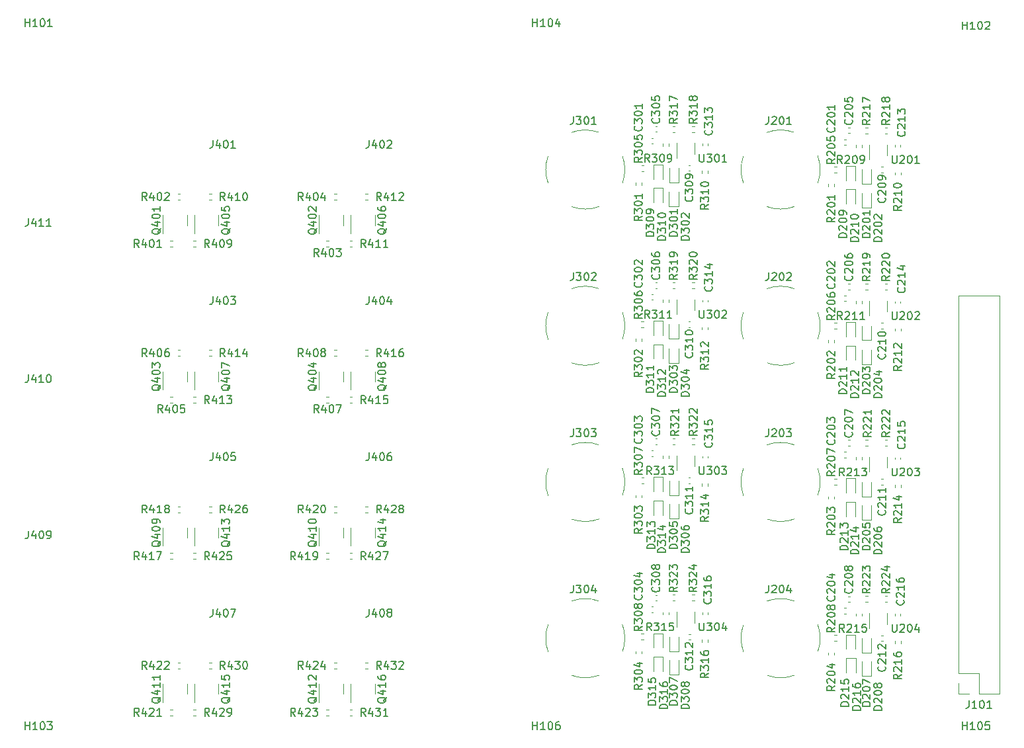
<source format=gbr>
%TF.GenerationSoftware,KiCad,Pcbnew,6.0.0-d3dd2cf0fa~116~ubuntu21.10.1*%
%TF.CreationDate,2022-01-19T11:26:26+00:00*%
%TF.ProjectId,latbox_cycloneV,6c617462-6f78-45f6-9379-636c6f6e6556,rev?*%
%TF.SameCoordinates,Original*%
%TF.FileFunction,Legend,Top*%
%TF.FilePolarity,Positive*%
%FSLAX46Y46*%
G04 Gerber Fmt 4.6, Leading zero omitted, Abs format (unit mm)*
G04 Created by KiCad (PCBNEW 6.0.0-d3dd2cf0fa~116~ubuntu21.10.1) date 2022-01-19 11:26:26*
%MOMM*%
%LPD*%
G01*
G04 APERTURE LIST*
%ADD10C,0.150000*%
%ADD11C,0.120000*%
G04 APERTURE END LIST*
D10*
%TO.C,H101*%
X53285714Y-51702380D02*
X53285714Y-50702380D01*
X53285714Y-51178571D02*
X53857142Y-51178571D01*
X53857142Y-51702380D02*
X53857142Y-50702380D01*
X54857142Y-51702380D02*
X54285714Y-51702380D01*
X54571428Y-51702380D02*
X54571428Y-50702380D01*
X54476190Y-50845238D01*
X54380952Y-50940476D01*
X54285714Y-50988095D01*
X55476190Y-50702380D02*
X55571428Y-50702380D01*
X55666666Y-50750000D01*
X55714285Y-50797619D01*
X55761904Y-50892857D01*
X55809523Y-51083333D01*
X55809523Y-51321428D01*
X55761904Y-51511904D01*
X55714285Y-51607142D01*
X55666666Y-51654761D01*
X55571428Y-51702380D01*
X55476190Y-51702380D01*
X55380952Y-51654761D01*
X55333333Y-51607142D01*
X55285714Y-51511904D01*
X55238095Y-51321428D01*
X55238095Y-51083333D01*
X55285714Y-50892857D01*
X55333333Y-50797619D01*
X55380952Y-50750000D01*
X55476190Y-50702380D01*
X56761904Y-51702380D02*
X56190476Y-51702380D01*
X56476190Y-51702380D02*
X56476190Y-50702380D01*
X56380952Y-50845238D01*
X56285714Y-50940476D01*
X56190476Y-50988095D01*
%TO.C,D301*%
X136777380Y-78515476D02*
X135777380Y-78515476D01*
X135777380Y-78277380D01*
X135825000Y-78134523D01*
X135920238Y-78039285D01*
X136015476Y-77991666D01*
X136205952Y-77944047D01*
X136348809Y-77944047D01*
X136539285Y-77991666D01*
X136634523Y-78039285D01*
X136729761Y-78134523D01*
X136777380Y-78277380D01*
X136777380Y-78515476D01*
X135777380Y-77610714D02*
X135777380Y-76991666D01*
X136158333Y-77325000D01*
X136158333Y-77182142D01*
X136205952Y-77086904D01*
X136253571Y-77039285D01*
X136348809Y-76991666D01*
X136586904Y-76991666D01*
X136682142Y-77039285D01*
X136729761Y-77086904D01*
X136777380Y-77182142D01*
X136777380Y-77467857D01*
X136729761Y-77563095D01*
X136682142Y-77610714D01*
X135777380Y-76372619D02*
X135777380Y-76277380D01*
X135825000Y-76182142D01*
X135872619Y-76134523D01*
X135967857Y-76086904D01*
X136158333Y-76039285D01*
X136396428Y-76039285D01*
X136586904Y-76086904D01*
X136682142Y-76134523D01*
X136729761Y-76182142D01*
X136777380Y-76277380D01*
X136777380Y-76372619D01*
X136729761Y-76467857D01*
X136682142Y-76515476D01*
X136586904Y-76563095D01*
X136396428Y-76610714D01*
X136158333Y-76610714D01*
X135967857Y-76563095D01*
X135872619Y-76515476D01*
X135825000Y-76467857D01*
X135777380Y-76372619D01*
X136777380Y-75086904D02*
X136777380Y-75658333D01*
X136777380Y-75372619D02*
X135777380Y-75372619D01*
X135920238Y-75467857D01*
X136015476Y-75563095D01*
X136063095Y-75658333D01*
%TO.C,R409*%
X76880952Y-79952380D02*
X76547619Y-79476190D01*
X76309523Y-79952380D02*
X76309523Y-78952380D01*
X76690476Y-78952380D01*
X76785714Y-79000000D01*
X76833333Y-79047619D01*
X76880952Y-79142857D01*
X76880952Y-79285714D01*
X76833333Y-79380952D01*
X76785714Y-79428571D01*
X76690476Y-79476190D01*
X76309523Y-79476190D01*
X77738095Y-79285714D02*
X77738095Y-79952380D01*
X77500000Y-78904761D02*
X77261904Y-79619047D01*
X77880952Y-79619047D01*
X78452380Y-78952380D02*
X78547619Y-78952380D01*
X78642857Y-79000000D01*
X78690476Y-79047619D01*
X78738095Y-79142857D01*
X78785714Y-79333333D01*
X78785714Y-79571428D01*
X78738095Y-79761904D01*
X78690476Y-79857142D01*
X78642857Y-79904761D01*
X78547619Y-79952380D01*
X78452380Y-79952380D01*
X78357142Y-79904761D01*
X78309523Y-79857142D01*
X78261904Y-79761904D01*
X78214285Y-79571428D01*
X78214285Y-79333333D01*
X78261904Y-79142857D01*
X78309523Y-79047619D01*
X78357142Y-79000000D01*
X78452380Y-78952380D01*
X79261904Y-79952380D02*
X79452380Y-79952380D01*
X79547619Y-79904761D01*
X79595238Y-79857142D01*
X79690476Y-79714285D01*
X79738095Y-79523809D01*
X79738095Y-79142857D01*
X79690476Y-79047619D01*
X79642857Y-79000000D01*
X79547619Y-78952380D01*
X79357142Y-78952380D01*
X79261904Y-79000000D01*
X79214285Y-79047619D01*
X79166666Y-79142857D01*
X79166666Y-79380952D01*
X79214285Y-79476190D01*
X79261904Y-79523809D01*
X79357142Y-79571428D01*
X79547619Y-79571428D01*
X79642857Y-79523809D01*
X79690476Y-79476190D01*
X79738095Y-79380952D01*
%TO.C,J406*%
X97314285Y-106252380D02*
X97314285Y-106966666D01*
X97266666Y-107109523D01*
X97171428Y-107204761D01*
X97028571Y-107252380D01*
X96933333Y-107252380D01*
X98219047Y-106585714D02*
X98219047Y-107252380D01*
X97980952Y-106204761D02*
X97742857Y-106919047D01*
X98361904Y-106919047D01*
X98933333Y-106252380D02*
X99028571Y-106252380D01*
X99123809Y-106300000D01*
X99171428Y-106347619D01*
X99219047Y-106442857D01*
X99266666Y-106633333D01*
X99266666Y-106871428D01*
X99219047Y-107061904D01*
X99171428Y-107157142D01*
X99123809Y-107204761D01*
X99028571Y-107252380D01*
X98933333Y-107252380D01*
X98838095Y-107204761D01*
X98790476Y-107157142D01*
X98742857Y-107061904D01*
X98695238Y-106871428D01*
X98695238Y-106633333D01*
X98742857Y-106442857D01*
X98790476Y-106347619D01*
X98838095Y-106300000D01*
X98933333Y-106252380D01*
X100123809Y-106252380D02*
X99933333Y-106252380D01*
X99838095Y-106300000D01*
X99790476Y-106347619D01*
X99695238Y-106490476D01*
X99647619Y-106680952D01*
X99647619Y-107061904D01*
X99695238Y-107157142D01*
X99742857Y-107204761D01*
X99838095Y-107252380D01*
X100028571Y-107252380D01*
X100123809Y-107204761D01*
X100171428Y-107157142D01*
X100219047Y-107061904D01*
X100219047Y-106823809D01*
X100171428Y-106728571D01*
X100123809Y-106680952D01*
X100028571Y-106633333D01*
X99838095Y-106633333D01*
X99742857Y-106680952D01*
X99695238Y-106728571D01*
X99647619Y-106823809D01*
%TO.C,U303*%
X139610714Y-108027380D02*
X139610714Y-108836904D01*
X139658333Y-108932142D01*
X139705952Y-108979761D01*
X139801190Y-109027380D01*
X139991666Y-109027380D01*
X140086904Y-108979761D01*
X140134523Y-108932142D01*
X140182142Y-108836904D01*
X140182142Y-108027380D01*
X140563095Y-108027380D02*
X141182142Y-108027380D01*
X140848809Y-108408333D01*
X140991666Y-108408333D01*
X141086904Y-108455952D01*
X141134523Y-108503571D01*
X141182142Y-108598809D01*
X141182142Y-108836904D01*
X141134523Y-108932142D01*
X141086904Y-108979761D01*
X140991666Y-109027380D01*
X140705952Y-109027380D01*
X140610714Y-108979761D01*
X140563095Y-108932142D01*
X141801190Y-108027380D02*
X141896428Y-108027380D01*
X141991666Y-108075000D01*
X142039285Y-108122619D01*
X142086904Y-108217857D01*
X142134523Y-108408333D01*
X142134523Y-108646428D01*
X142086904Y-108836904D01*
X142039285Y-108932142D01*
X141991666Y-108979761D01*
X141896428Y-109027380D01*
X141801190Y-109027380D01*
X141705952Y-108979761D01*
X141658333Y-108932142D01*
X141610714Y-108836904D01*
X141563095Y-108646428D01*
X141563095Y-108408333D01*
X141610714Y-108217857D01*
X141658333Y-108122619D01*
X141705952Y-108075000D01*
X141801190Y-108027380D01*
X142467857Y-108027380D02*
X143086904Y-108027380D01*
X142753571Y-108408333D01*
X142896428Y-108408333D01*
X142991666Y-108455952D01*
X143039285Y-108503571D01*
X143086904Y-108598809D01*
X143086904Y-108836904D01*
X143039285Y-108932142D01*
X142991666Y-108979761D01*
X142896428Y-109027380D01*
X142610714Y-109027380D01*
X142515476Y-108979761D01*
X142467857Y-108932142D01*
%TO.C,R417*%
X67880952Y-119952380D02*
X67547619Y-119476190D01*
X67309523Y-119952380D02*
X67309523Y-118952380D01*
X67690476Y-118952380D01*
X67785714Y-119000000D01*
X67833333Y-119047619D01*
X67880952Y-119142857D01*
X67880952Y-119285714D01*
X67833333Y-119380952D01*
X67785714Y-119428571D01*
X67690476Y-119476190D01*
X67309523Y-119476190D01*
X68738095Y-119285714D02*
X68738095Y-119952380D01*
X68500000Y-118904761D02*
X68261904Y-119619047D01*
X68880952Y-119619047D01*
X69785714Y-119952380D02*
X69214285Y-119952380D01*
X69500000Y-119952380D02*
X69500000Y-118952380D01*
X69404761Y-119095238D01*
X69309523Y-119190476D01*
X69214285Y-119238095D01*
X70119047Y-118952380D02*
X70785714Y-118952380D01*
X70357142Y-119952380D01*
%TO.C,J402*%
X97314285Y-66252380D02*
X97314285Y-66966666D01*
X97266666Y-67109523D01*
X97171428Y-67204761D01*
X97028571Y-67252380D01*
X96933333Y-67252380D01*
X98219047Y-66585714D02*
X98219047Y-67252380D01*
X97980952Y-66204761D02*
X97742857Y-66919047D01*
X98361904Y-66919047D01*
X98933333Y-66252380D02*
X99028571Y-66252380D01*
X99123809Y-66300000D01*
X99171428Y-66347619D01*
X99219047Y-66442857D01*
X99266666Y-66633333D01*
X99266666Y-66871428D01*
X99219047Y-67061904D01*
X99171428Y-67157142D01*
X99123809Y-67204761D01*
X99028571Y-67252380D01*
X98933333Y-67252380D01*
X98838095Y-67204761D01*
X98790476Y-67157142D01*
X98742857Y-67061904D01*
X98695238Y-66871428D01*
X98695238Y-66633333D01*
X98742857Y-66442857D01*
X98790476Y-66347619D01*
X98838095Y-66300000D01*
X98933333Y-66252380D01*
X99647619Y-66347619D02*
X99695238Y-66300000D01*
X99790476Y-66252380D01*
X100028571Y-66252380D01*
X100123809Y-66300000D01*
X100171428Y-66347619D01*
X100219047Y-66442857D01*
X100219047Y-66538095D01*
X100171428Y-66680952D01*
X99600000Y-67252380D01*
X100219047Y-67252380D01*
%TO.C,C203*%
X156857142Y-104619047D02*
X156904761Y-104666666D01*
X156952380Y-104809523D01*
X156952380Y-104904761D01*
X156904761Y-105047619D01*
X156809523Y-105142857D01*
X156714285Y-105190476D01*
X156523809Y-105238095D01*
X156380952Y-105238095D01*
X156190476Y-105190476D01*
X156095238Y-105142857D01*
X156000000Y-105047619D01*
X155952380Y-104904761D01*
X155952380Y-104809523D01*
X156000000Y-104666666D01*
X156047619Y-104619047D01*
X156047619Y-104238095D02*
X156000000Y-104190476D01*
X155952380Y-104095238D01*
X155952380Y-103857142D01*
X156000000Y-103761904D01*
X156047619Y-103714285D01*
X156142857Y-103666666D01*
X156238095Y-103666666D01*
X156380952Y-103714285D01*
X156952380Y-104285714D01*
X156952380Y-103666666D01*
X155952380Y-103047619D02*
X155952380Y-102952380D01*
X156000000Y-102857142D01*
X156047619Y-102809523D01*
X156142857Y-102761904D01*
X156333333Y-102714285D01*
X156571428Y-102714285D01*
X156761904Y-102761904D01*
X156857142Y-102809523D01*
X156904761Y-102857142D01*
X156952380Y-102952380D01*
X156952380Y-103047619D01*
X156904761Y-103142857D01*
X156857142Y-103190476D01*
X156761904Y-103238095D01*
X156571428Y-103285714D01*
X156333333Y-103285714D01*
X156142857Y-103238095D01*
X156047619Y-103190476D01*
X156000000Y-103142857D01*
X155952380Y-103047619D01*
X155952380Y-102380952D02*
X155952380Y-101761904D01*
X156333333Y-102095238D01*
X156333333Y-101952380D01*
X156380952Y-101857142D01*
X156428571Y-101809523D01*
X156523809Y-101761904D01*
X156761904Y-101761904D01*
X156857142Y-101809523D01*
X156904761Y-101857142D01*
X156952380Y-101952380D01*
X156952380Y-102238095D01*
X156904761Y-102333333D01*
X156857142Y-102380952D01*
%TO.C,D303*%
X136777380Y-98515476D02*
X135777380Y-98515476D01*
X135777380Y-98277380D01*
X135825000Y-98134523D01*
X135920238Y-98039285D01*
X136015476Y-97991666D01*
X136205952Y-97944047D01*
X136348809Y-97944047D01*
X136539285Y-97991666D01*
X136634523Y-98039285D01*
X136729761Y-98134523D01*
X136777380Y-98277380D01*
X136777380Y-98515476D01*
X135777380Y-97610714D02*
X135777380Y-96991666D01*
X136158333Y-97325000D01*
X136158333Y-97182142D01*
X136205952Y-97086904D01*
X136253571Y-97039285D01*
X136348809Y-96991666D01*
X136586904Y-96991666D01*
X136682142Y-97039285D01*
X136729761Y-97086904D01*
X136777380Y-97182142D01*
X136777380Y-97467857D01*
X136729761Y-97563095D01*
X136682142Y-97610714D01*
X135777380Y-96372619D02*
X135777380Y-96277380D01*
X135825000Y-96182142D01*
X135872619Y-96134523D01*
X135967857Y-96086904D01*
X136158333Y-96039285D01*
X136396428Y-96039285D01*
X136586904Y-96086904D01*
X136682142Y-96134523D01*
X136729761Y-96182142D01*
X136777380Y-96277380D01*
X136777380Y-96372619D01*
X136729761Y-96467857D01*
X136682142Y-96515476D01*
X136586904Y-96563095D01*
X136396428Y-96610714D01*
X136158333Y-96610714D01*
X135967857Y-96563095D01*
X135872619Y-96515476D01*
X135825000Y-96467857D01*
X135777380Y-96372619D01*
X135777380Y-95705952D02*
X135777380Y-95086904D01*
X136158333Y-95420238D01*
X136158333Y-95277380D01*
X136205952Y-95182142D01*
X136253571Y-95134523D01*
X136348809Y-95086904D01*
X136586904Y-95086904D01*
X136682142Y-95134523D01*
X136729761Y-95182142D01*
X136777380Y-95277380D01*
X136777380Y-95563095D01*
X136729761Y-95658333D01*
X136682142Y-95705952D01*
%TO.C,R432*%
X98880952Y-133952380D02*
X98547619Y-133476190D01*
X98309523Y-133952380D02*
X98309523Y-132952380D01*
X98690476Y-132952380D01*
X98785714Y-133000000D01*
X98833333Y-133047619D01*
X98880952Y-133142857D01*
X98880952Y-133285714D01*
X98833333Y-133380952D01*
X98785714Y-133428571D01*
X98690476Y-133476190D01*
X98309523Y-133476190D01*
X99738095Y-133285714D02*
X99738095Y-133952380D01*
X99500000Y-132904761D02*
X99261904Y-133619047D01*
X99880952Y-133619047D01*
X100166666Y-132952380D02*
X100785714Y-132952380D01*
X100452380Y-133333333D01*
X100595238Y-133333333D01*
X100690476Y-133380952D01*
X100738095Y-133428571D01*
X100785714Y-133523809D01*
X100785714Y-133761904D01*
X100738095Y-133857142D01*
X100690476Y-133904761D01*
X100595238Y-133952380D01*
X100309523Y-133952380D01*
X100214285Y-133904761D01*
X100166666Y-133857142D01*
X101166666Y-133047619D02*
X101214285Y-133000000D01*
X101309523Y-132952380D01*
X101547619Y-132952380D01*
X101642857Y-133000000D01*
X101690476Y-133047619D01*
X101738095Y-133142857D01*
X101738095Y-133238095D01*
X101690476Y-133380952D01*
X101119047Y-133952380D01*
X101738095Y-133952380D01*
%TO.C,D202*%
X162952380Y-79190476D02*
X161952380Y-79190476D01*
X161952380Y-78952380D01*
X162000000Y-78809523D01*
X162095238Y-78714285D01*
X162190476Y-78666666D01*
X162380952Y-78619047D01*
X162523809Y-78619047D01*
X162714285Y-78666666D01*
X162809523Y-78714285D01*
X162904761Y-78809523D01*
X162952380Y-78952380D01*
X162952380Y-79190476D01*
X162047619Y-78238095D02*
X162000000Y-78190476D01*
X161952380Y-78095238D01*
X161952380Y-77857142D01*
X162000000Y-77761904D01*
X162047619Y-77714285D01*
X162142857Y-77666666D01*
X162238095Y-77666666D01*
X162380952Y-77714285D01*
X162952380Y-78285714D01*
X162952380Y-77666666D01*
X161952380Y-77047619D02*
X161952380Y-76952380D01*
X162000000Y-76857142D01*
X162047619Y-76809523D01*
X162142857Y-76761904D01*
X162333333Y-76714285D01*
X162571428Y-76714285D01*
X162761904Y-76761904D01*
X162857142Y-76809523D01*
X162904761Y-76857142D01*
X162952380Y-76952380D01*
X162952380Y-77047619D01*
X162904761Y-77142857D01*
X162857142Y-77190476D01*
X162761904Y-77238095D01*
X162571428Y-77285714D01*
X162333333Y-77285714D01*
X162142857Y-77238095D01*
X162047619Y-77190476D01*
X162000000Y-77142857D01*
X161952380Y-77047619D01*
X162047619Y-76333333D02*
X162000000Y-76285714D01*
X161952380Y-76190476D01*
X161952380Y-75952380D01*
X162000000Y-75857142D01*
X162047619Y-75809523D01*
X162142857Y-75761904D01*
X162238095Y-75761904D01*
X162380952Y-75809523D01*
X162952380Y-76380952D01*
X162952380Y-75761904D01*
%TO.C,U304*%
X139610714Y-128027380D02*
X139610714Y-128836904D01*
X139658333Y-128932142D01*
X139705952Y-128979761D01*
X139801190Y-129027380D01*
X139991666Y-129027380D01*
X140086904Y-128979761D01*
X140134523Y-128932142D01*
X140182142Y-128836904D01*
X140182142Y-128027380D01*
X140563095Y-128027380D02*
X141182142Y-128027380D01*
X140848809Y-128408333D01*
X140991666Y-128408333D01*
X141086904Y-128455952D01*
X141134523Y-128503571D01*
X141182142Y-128598809D01*
X141182142Y-128836904D01*
X141134523Y-128932142D01*
X141086904Y-128979761D01*
X140991666Y-129027380D01*
X140705952Y-129027380D01*
X140610714Y-128979761D01*
X140563095Y-128932142D01*
X141801190Y-128027380D02*
X141896428Y-128027380D01*
X141991666Y-128075000D01*
X142039285Y-128122619D01*
X142086904Y-128217857D01*
X142134523Y-128408333D01*
X142134523Y-128646428D01*
X142086904Y-128836904D01*
X142039285Y-128932142D01*
X141991666Y-128979761D01*
X141896428Y-129027380D01*
X141801190Y-129027380D01*
X141705952Y-128979761D01*
X141658333Y-128932142D01*
X141610714Y-128836904D01*
X141563095Y-128646428D01*
X141563095Y-128408333D01*
X141610714Y-128217857D01*
X141658333Y-128122619D01*
X141705952Y-128075000D01*
X141801190Y-128027380D01*
X142991666Y-128360714D02*
X142991666Y-129027380D01*
X142753571Y-127979761D02*
X142515476Y-128694047D01*
X143134523Y-128694047D01*
%TO.C,R314*%
X140777380Y-114444047D02*
X140301190Y-114777380D01*
X140777380Y-115015476D02*
X139777380Y-115015476D01*
X139777380Y-114634523D01*
X139825000Y-114539285D01*
X139872619Y-114491666D01*
X139967857Y-114444047D01*
X140110714Y-114444047D01*
X140205952Y-114491666D01*
X140253571Y-114539285D01*
X140301190Y-114634523D01*
X140301190Y-115015476D01*
X139777380Y-114110714D02*
X139777380Y-113491666D01*
X140158333Y-113825000D01*
X140158333Y-113682142D01*
X140205952Y-113586904D01*
X140253571Y-113539285D01*
X140348809Y-113491666D01*
X140586904Y-113491666D01*
X140682142Y-113539285D01*
X140729761Y-113586904D01*
X140777380Y-113682142D01*
X140777380Y-113967857D01*
X140729761Y-114063095D01*
X140682142Y-114110714D01*
X140777380Y-112539285D02*
X140777380Y-113110714D01*
X140777380Y-112825000D02*
X139777380Y-112825000D01*
X139920238Y-112920238D01*
X140015476Y-113015476D01*
X140063095Y-113110714D01*
X140110714Y-111682142D02*
X140777380Y-111682142D01*
X139729761Y-111920238D02*
X140444047Y-112158333D01*
X140444047Y-111539285D01*
%TO.C,R213*%
X158130952Y-109202380D02*
X157797619Y-108726190D01*
X157559523Y-109202380D02*
X157559523Y-108202380D01*
X157940476Y-108202380D01*
X158035714Y-108250000D01*
X158083333Y-108297619D01*
X158130952Y-108392857D01*
X158130952Y-108535714D01*
X158083333Y-108630952D01*
X158035714Y-108678571D01*
X157940476Y-108726190D01*
X157559523Y-108726190D01*
X158511904Y-108297619D02*
X158559523Y-108250000D01*
X158654761Y-108202380D01*
X158892857Y-108202380D01*
X158988095Y-108250000D01*
X159035714Y-108297619D01*
X159083333Y-108392857D01*
X159083333Y-108488095D01*
X159035714Y-108630952D01*
X158464285Y-109202380D01*
X159083333Y-109202380D01*
X160035714Y-109202380D02*
X159464285Y-109202380D01*
X159750000Y-109202380D02*
X159750000Y-108202380D01*
X159654761Y-108345238D01*
X159559523Y-108440476D01*
X159464285Y-108488095D01*
X160369047Y-108202380D02*
X160988095Y-108202380D01*
X160654761Y-108583333D01*
X160797619Y-108583333D01*
X160892857Y-108630952D01*
X160940476Y-108678571D01*
X160988095Y-108773809D01*
X160988095Y-109011904D01*
X160940476Y-109107142D01*
X160892857Y-109154761D01*
X160797619Y-109202380D01*
X160511904Y-109202380D01*
X160416666Y-109154761D01*
X160369047Y-109107142D01*
%TO.C,R222*%
X163962380Y-103619047D02*
X163486190Y-103952380D01*
X163962380Y-104190476D02*
X162962380Y-104190476D01*
X162962380Y-103809523D01*
X163010000Y-103714285D01*
X163057619Y-103666666D01*
X163152857Y-103619047D01*
X163295714Y-103619047D01*
X163390952Y-103666666D01*
X163438571Y-103714285D01*
X163486190Y-103809523D01*
X163486190Y-104190476D01*
X163057619Y-103238095D02*
X163010000Y-103190476D01*
X162962380Y-103095238D01*
X162962380Y-102857142D01*
X163010000Y-102761904D01*
X163057619Y-102714285D01*
X163152857Y-102666666D01*
X163248095Y-102666666D01*
X163390952Y-102714285D01*
X163962380Y-103285714D01*
X163962380Y-102666666D01*
X163057619Y-102285714D02*
X163010000Y-102238095D01*
X162962380Y-102142857D01*
X162962380Y-101904761D01*
X163010000Y-101809523D01*
X163057619Y-101761904D01*
X163152857Y-101714285D01*
X163248095Y-101714285D01*
X163390952Y-101761904D01*
X163962380Y-102333333D01*
X163962380Y-101714285D01*
X163057619Y-101333333D02*
X163010000Y-101285714D01*
X162962380Y-101190476D01*
X162962380Y-100952380D01*
X163010000Y-100857142D01*
X163057619Y-100809523D01*
X163152857Y-100761904D01*
X163248095Y-100761904D01*
X163390952Y-100809523D01*
X163962380Y-101380952D01*
X163962380Y-100761904D01*
%TO.C,Q401*%
X70647619Y-77547619D02*
X70600000Y-77642857D01*
X70504761Y-77738095D01*
X70361904Y-77880952D01*
X70314285Y-77976190D01*
X70314285Y-78071428D01*
X70552380Y-78023809D02*
X70504761Y-78119047D01*
X70409523Y-78214285D01*
X70219047Y-78261904D01*
X69885714Y-78261904D01*
X69695238Y-78214285D01*
X69600000Y-78119047D01*
X69552380Y-78023809D01*
X69552380Y-77833333D01*
X69600000Y-77738095D01*
X69695238Y-77642857D01*
X69885714Y-77595238D01*
X70219047Y-77595238D01*
X70409523Y-77642857D01*
X70504761Y-77738095D01*
X70552380Y-77833333D01*
X70552380Y-78023809D01*
X69885714Y-76738095D02*
X70552380Y-76738095D01*
X69504761Y-76976190D02*
X70219047Y-77214285D01*
X70219047Y-76595238D01*
X69552380Y-76023809D02*
X69552380Y-75928571D01*
X69600000Y-75833333D01*
X69647619Y-75785714D01*
X69742857Y-75738095D01*
X69933333Y-75690476D01*
X70171428Y-75690476D01*
X70361904Y-75738095D01*
X70457142Y-75785714D01*
X70504761Y-75833333D01*
X70552380Y-75928571D01*
X70552380Y-76023809D01*
X70504761Y-76119047D01*
X70457142Y-76166666D01*
X70361904Y-76214285D01*
X70171428Y-76261904D01*
X69933333Y-76261904D01*
X69742857Y-76214285D01*
X69647619Y-76166666D01*
X69600000Y-76119047D01*
X69552380Y-76023809D01*
X70552380Y-74738095D02*
X70552380Y-75309523D01*
X70552380Y-75023809D02*
X69552380Y-75023809D01*
X69695238Y-75119047D01*
X69790476Y-75214285D01*
X69838095Y-75309523D01*
%TO.C,Q402*%
X90647619Y-77547619D02*
X90600000Y-77642857D01*
X90504761Y-77738095D01*
X90361904Y-77880952D01*
X90314285Y-77976190D01*
X90314285Y-78071428D01*
X90552380Y-78023809D02*
X90504761Y-78119047D01*
X90409523Y-78214285D01*
X90219047Y-78261904D01*
X89885714Y-78261904D01*
X89695238Y-78214285D01*
X89600000Y-78119047D01*
X89552380Y-78023809D01*
X89552380Y-77833333D01*
X89600000Y-77738095D01*
X89695238Y-77642857D01*
X89885714Y-77595238D01*
X90219047Y-77595238D01*
X90409523Y-77642857D01*
X90504761Y-77738095D01*
X90552380Y-77833333D01*
X90552380Y-78023809D01*
X89885714Y-76738095D02*
X90552380Y-76738095D01*
X89504761Y-76976190D02*
X90219047Y-77214285D01*
X90219047Y-76595238D01*
X89552380Y-76023809D02*
X89552380Y-75928571D01*
X89600000Y-75833333D01*
X89647619Y-75785714D01*
X89742857Y-75738095D01*
X89933333Y-75690476D01*
X90171428Y-75690476D01*
X90361904Y-75738095D01*
X90457142Y-75785714D01*
X90504761Y-75833333D01*
X90552380Y-75928571D01*
X90552380Y-76023809D01*
X90504761Y-76119047D01*
X90457142Y-76166666D01*
X90361904Y-76214285D01*
X90171428Y-76261904D01*
X89933333Y-76261904D01*
X89742857Y-76214285D01*
X89647619Y-76166666D01*
X89600000Y-76119047D01*
X89552380Y-76023809D01*
X89647619Y-75309523D02*
X89600000Y-75261904D01*
X89552380Y-75166666D01*
X89552380Y-74928571D01*
X89600000Y-74833333D01*
X89647619Y-74785714D01*
X89742857Y-74738095D01*
X89838095Y-74738095D01*
X89980952Y-74785714D01*
X90552380Y-75357142D01*
X90552380Y-74738095D01*
%TO.C,C206*%
X159107142Y-83619047D02*
X159154761Y-83666666D01*
X159202380Y-83809523D01*
X159202380Y-83904761D01*
X159154761Y-84047619D01*
X159059523Y-84142857D01*
X158964285Y-84190476D01*
X158773809Y-84238095D01*
X158630952Y-84238095D01*
X158440476Y-84190476D01*
X158345238Y-84142857D01*
X158250000Y-84047619D01*
X158202380Y-83904761D01*
X158202380Y-83809523D01*
X158250000Y-83666666D01*
X158297619Y-83619047D01*
X158297619Y-83238095D02*
X158250000Y-83190476D01*
X158202380Y-83095238D01*
X158202380Y-82857142D01*
X158250000Y-82761904D01*
X158297619Y-82714285D01*
X158392857Y-82666666D01*
X158488095Y-82666666D01*
X158630952Y-82714285D01*
X159202380Y-83285714D01*
X159202380Y-82666666D01*
X158202380Y-82047619D02*
X158202380Y-81952380D01*
X158250000Y-81857142D01*
X158297619Y-81809523D01*
X158392857Y-81761904D01*
X158583333Y-81714285D01*
X158821428Y-81714285D01*
X159011904Y-81761904D01*
X159107142Y-81809523D01*
X159154761Y-81857142D01*
X159202380Y-81952380D01*
X159202380Y-82047619D01*
X159154761Y-82142857D01*
X159107142Y-82190476D01*
X159011904Y-82238095D01*
X158821428Y-82285714D01*
X158583333Y-82285714D01*
X158392857Y-82238095D01*
X158297619Y-82190476D01*
X158250000Y-82142857D01*
X158202380Y-82047619D01*
X158202380Y-80857142D02*
X158202380Y-81047619D01*
X158250000Y-81142857D01*
X158297619Y-81190476D01*
X158440476Y-81285714D01*
X158630952Y-81333333D01*
X159011904Y-81333333D01*
X159107142Y-81285714D01*
X159154761Y-81238095D01*
X159202380Y-81142857D01*
X159202380Y-80952380D01*
X159154761Y-80857142D01*
X159107142Y-80809523D01*
X159011904Y-80761904D01*
X158773809Y-80761904D01*
X158678571Y-80809523D01*
X158630952Y-80857142D01*
X158583333Y-80952380D01*
X158583333Y-81142857D01*
X158630952Y-81238095D01*
X158678571Y-81285714D01*
X158773809Y-81333333D01*
%TO.C,J407*%
X77314285Y-126252380D02*
X77314285Y-126966666D01*
X77266666Y-127109523D01*
X77171428Y-127204761D01*
X77028571Y-127252380D01*
X76933333Y-127252380D01*
X78219047Y-126585714D02*
X78219047Y-127252380D01*
X77980952Y-126204761D02*
X77742857Y-126919047D01*
X78361904Y-126919047D01*
X78933333Y-126252380D02*
X79028571Y-126252380D01*
X79123809Y-126300000D01*
X79171428Y-126347619D01*
X79219047Y-126442857D01*
X79266666Y-126633333D01*
X79266666Y-126871428D01*
X79219047Y-127061904D01*
X79171428Y-127157142D01*
X79123809Y-127204761D01*
X79028571Y-127252380D01*
X78933333Y-127252380D01*
X78838095Y-127204761D01*
X78790476Y-127157142D01*
X78742857Y-127061904D01*
X78695238Y-126871428D01*
X78695238Y-126633333D01*
X78742857Y-126442857D01*
X78790476Y-126347619D01*
X78838095Y-126300000D01*
X78933333Y-126252380D01*
X79600000Y-126252380D02*
X80266666Y-126252380D01*
X79838095Y-127252380D01*
%TO.C,J408*%
X97314285Y-126252380D02*
X97314285Y-126966666D01*
X97266666Y-127109523D01*
X97171428Y-127204761D01*
X97028571Y-127252380D01*
X96933333Y-127252380D01*
X98219047Y-126585714D02*
X98219047Y-127252380D01*
X97980952Y-126204761D02*
X97742857Y-126919047D01*
X98361904Y-126919047D01*
X98933333Y-126252380D02*
X99028571Y-126252380D01*
X99123809Y-126300000D01*
X99171428Y-126347619D01*
X99219047Y-126442857D01*
X99266666Y-126633333D01*
X99266666Y-126871428D01*
X99219047Y-127061904D01*
X99171428Y-127157142D01*
X99123809Y-127204761D01*
X99028571Y-127252380D01*
X98933333Y-127252380D01*
X98838095Y-127204761D01*
X98790476Y-127157142D01*
X98742857Y-127061904D01*
X98695238Y-126871428D01*
X98695238Y-126633333D01*
X98742857Y-126442857D01*
X98790476Y-126347619D01*
X98838095Y-126300000D01*
X98933333Y-126252380D01*
X99838095Y-126680952D02*
X99742857Y-126633333D01*
X99695238Y-126585714D01*
X99647619Y-126490476D01*
X99647619Y-126442857D01*
X99695238Y-126347619D01*
X99742857Y-126300000D01*
X99838095Y-126252380D01*
X100028571Y-126252380D01*
X100123809Y-126300000D01*
X100171428Y-126347619D01*
X100219047Y-126442857D01*
X100219047Y-126490476D01*
X100171428Y-126585714D01*
X100123809Y-126633333D01*
X100028571Y-126680952D01*
X99838095Y-126680952D01*
X99742857Y-126728571D01*
X99695238Y-126776190D01*
X99647619Y-126871428D01*
X99647619Y-127061904D01*
X99695238Y-127157142D01*
X99742857Y-127204761D01*
X99838095Y-127252380D01*
X100028571Y-127252380D01*
X100123809Y-127204761D01*
X100171428Y-127157142D01*
X100219047Y-127061904D01*
X100219047Y-126871428D01*
X100171428Y-126776190D01*
X100123809Y-126728571D01*
X100028571Y-126680952D01*
%TO.C,R413*%
X76880952Y-99952380D02*
X76547619Y-99476190D01*
X76309523Y-99952380D02*
X76309523Y-98952380D01*
X76690476Y-98952380D01*
X76785714Y-99000000D01*
X76833333Y-99047619D01*
X76880952Y-99142857D01*
X76880952Y-99285714D01*
X76833333Y-99380952D01*
X76785714Y-99428571D01*
X76690476Y-99476190D01*
X76309523Y-99476190D01*
X77738095Y-99285714D02*
X77738095Y-99952380D01*
X77500000Y-98904761D02*
X77261904Y-99619047D01*
X77880952Y-99619047D01*
X78785714Y-99952380D02*
X78214285Y-99952380D01*
X78500000Y-99952380D02*
X78500000Y-98952380D01*
X78404761Y-99095238D01*
X78309523Y-99190476D01*
X78214285Y-99238095D01*
X79119047Y-98952380D02*
X79738095Y-98952380D01*
X79404761Y-99333333D01*
X79547619Y-99333333D01*
X79642857Y-99380952D01*
X79690476Y-99428571D01*
X79738095Y-99523809D01*
X79738095Y-99761904D01*
X79690476Y-99857142D01*
X79642857Y-99904761D01*
X79547619Y-99952380D01*
X79261904Y-99952380D01*
X79166666Y-99904761D01*
X79119047Y-99857142D01*
%TO.C,C212*%
X163357142Y-133619047D02*
X163404761Y-133666666D01*
X163452380Y-133809523D01*
X163452380Y-133904761D01*
X163404761Y-134047619D01*
X163309523Y-134142857D01*
X163214285Y-134190476D01*
X163023809Y-134238095D01*
X162880952Y-134238095D01*
X162690476Y-134190476D01*
X162595238Y-134142857D01*
X162500000Y-134047619D01*
X162452380Y-133904761D01*
X162452380Y-133809523D01*
X162500000Y-133666666D01*
X162547619Y-133619047D01*
X162547619Y-133238095D02*
X162500000Y-133190476D01*
X162452380Y-133095238D01*
X162452380Y-132857142D01*
X162500000Y-132761904D01*
X162547619Y-132714285D01*
X162642857Y-132666666D01*
X162738095Y-132666666D01*
X162880952Y-132714285D01*
X163452380Y-133285714D01*
X163452380Y-132666666D01*
X163452380Y-131714285D02*
X163452380Y-132285714D01*
X163452380Y-132000000D02*
X162452380Y-132000000D01*
X162595238Y-132095238D01*
X162690476Y-132190476D01*
X162738095Y-132285714D01*
X162547619Y-131333333D02*
X162500000Y-131285714D01*
X162452380Y-131190476D01*
X162452380Y-130952380D01*
X162500000Y-130857142D01*
X162547619Y-130809523D01*
X162642857Y-130761904D01*
X162738095Y-130761904D01*
X162880952Y-130809523D01*
X163452380Y-131380952D01*
X163452380Y-130761904D01*
%TO.C,Q411*%
X70647619Y-137547619D02*
X70600000Y-137642857D01*
X70504761Y-137738095D01*
X70361904Y-137880952D01*
X70314285Y-137976190D01*
X70314285Y-138071428D01*
X70552380Y-138023809D02*
X70504761Y-138119047D01*
X70409523Y-138214285D01*
X70219047Y-138261904D01*
X69885714Y-138261904D01*
X69695238Y-138214285D01*
X69600000Y-138119047D01*
X69552380Y-138023809D01*
X69552380Y-137833333D01*
X69600000Y-137738095D01*
X69695238Y-137642857D01*
X69885714Y-137595238D01*
X70219047Y-137595238D01*
X70409523Y-137642857D01*
X70504761Y-137738095D01*
X70552380Y-137833333D01*
X70552380Y-138023809D01*
X69885714Y-136738095D02*
X70552380Y-136738095D01*
X69504761Y-136976190D02*
X70219047Y-137214285D01*
X70219047Y-136595238D01*
X70552380Y-135690476D02*
X70552380Y-136261904D01*
X70552380Y-135976190D02*
X69552380Y-135976190D01*
X69695238Y-136071428D01*
X69790476Y-136166666D01*
X69838095Y-136261904D01*
X70552380Y-134738095D02*
X70552380Y-135309523D01*
X70552380Y-135023809D02*
X69552380Y-135023809D01*
X69695238Y-135119047D01*
X69790476Y-135214285D01*
X69838095Y-135309523D01*
%TO.C,R211*%
X157880952Y-89202380D02*
X157547619Y-88726190D01*
X157309523Y-89202380D02*
X157309523Y-88202380D01*
X157690476Y-88202380D01*
X157785714Y-88250000D01*
X157833333Y-88297619D01*
X157880952Y-88392857D01*
X157880952Y-88535714D01*
X157833333Y-88630952D01*
X157785714Y-88678571D01*
X157690476Y-88726190D01*
X157309523Y-88726190D01*
X158261904Y-88297619D02*
X158309523Y-88250000D01*
X158404761Y-88202380D01*
X158642857Y-88202380D01*
X158738095Y-88250000D01*
X158785714Y-88297619D01*
X158833333Y-88392857D01*
X158833333Y-88488095D01*
X158785714Y-88630952D01*
X158214285Y-89202380D01*
X158833333Y-89202380D01*
X159785714Y-89202380D02*
X159214285Y-89202380D01*
X159500000Y-89202380D02*
X159500000Y-88202380D01*
X159404761Y-88345238D01*
X159309523Y-88440476D01*
X159214285Y-88488095D01*
X160738095Y-89202380D02*
X160166666Y-89202380D01*
X160452380Y-89202380D02*
X160452380Y-88202380D01*
X160357142Y-88345238D01*
X160261904Y-88440476D01*
X160166666Y-88488095D01*
%TO.C,R308*%
X132277380Y-128444047D02*
X131801190Y-128777380D01*
X132277380Y-129015476D02*
X131277380Y-129015476D01*
X131277380Y-128634523D01*
X131325000Y-128539285D01*
X131372619Y-128491666D01*
X131467857Y-128444047D01*
X131610714Y-128444047D01*
X131705952Y-128491666D01*
X131753571Y-128539285D01*
X131801190Y-128634523D01*
X131801190Y-129015476D01*
X131277380Y-128110714D02*
X131277380Y-127491666D01*
X131658333Y-127825000D01*
X131658333Y-127682142D01*
X131705952Y-127586904D01*
X131753571Y-127539285D01*
X131848809Y-127491666D01*
X132086904Y-127491666D01*
X132182142Y-127539285D01*
X132229761Y-127586904D01*
X132277380Y-127682142D01*
X132277380Y-127967857D01*
X132229761Y-128063095D01*
X132182142Y-128110714D01*
X131277380Y-126872619D02*
X131277380Y-126777380D01*
X131325000Y-126682142D01*
X131372619Y-126634523D01*
X131467857Y-126586904D01*
X131658333Y-126539285D01*
X131896428Y-126539285D01*
X132086904Y-126586904D01*
X132182142Y-126634523D01*
X132229761Y-126682142D01*
X132277380Y-126777380D01*
X132277380Y-126872619D01*
X132229761Y-126967857D01*
X132182142Y-127015476D01*
X132086904Y-127063095D01*
X131896428Y-127110714D01*
X131658333Y-127110714D01*
X131467857Y-127063095D01*
X131372619Y-127015476D01*
X131325000Y-126967857D01*
X131277380Y-126872619D01*
X131705952Y-125967857D02*
X131658333Y-126063095D01*
X131610714Y-126110714D01*
X131515476Y-126158333D01*
X131467857Y-126158333D01*
X131372619Y-126110714D01*
X131325000Y-126063095D01*
X131277380Y-125967857D01*
X131277380Y-125777380D01*
X131325000Y-125682142D01*
X131372619Y-125634523D01*
X131467857Y-125586904D01*
X131515476Y-125586904D01*
X131610714Y-125634523D01*
X131658333Y-125682142D01*
X131705952Y-125777380D01*
X131705952Y-125967857D01*
X131753571Y-126063095D01*
X131801190Y-126110714D01*
X131896428Y-126158333D01*
X132086904Y-126158333D01*
X132182142Y-126110714D01*
X132229761Y-126063095D01*
X132277380Y-125967857D01*
X132277380Y-125777380D01*
X132229761Y-125682142D01*
X132182142Y-125634523D01*
X132086904Y-125586904D01*
X131896428Y-125586904D01*
X131801190Y-125634523D01*
X131753571Y-125682142D01*
X131705952Y-125777380D01*
%TO.C,R406*%
X68880952Y-93952380D02*
X68547619Y-93476190D01*
X68309523Y-93952380D02*
X68309523Y-92952380D01*
X68690476Y-92952380D01*
X68785714Y-93000000D01*
X68833333Y-93047619D01*
X68880952Y-93142857D01*
X68880952Y-93285714D01*
X68833333Y-93380952D01*
X68785714Y-93428571D01*
X68690476Y-93476190D01*
X68309523Y-93476190D01*
X69738095Y-93285714D02*
X69738095Y-93952380D01*
X69500000Y-92904761D02*
X69261904Y-93619047D01*
X69880952Y-93619047D01*
X70452380Y-92952380D02*
X70547619Y-92952380D01*
X70642857Y-93000000D01*
X70690476Y-93047619D01*
X70738095Y-93142857D01*
X70785714Y-93333333D01*
X70785714Y-93571428D01*
X70738095Y-93761904D01*
X70690476Y-93857142D01*
X70642857Y-93904761D01*
X70547619Y-93952380D01*
X70452380Y-93952380D01*
X70357142Y-93904761D01*
X70309523Y-93857142D01*
X70261904Y-93761904D01*
X70214285Y-93571428D01*
X70214285Y-93333333D01*
X70261904Y-93142857D01*
X70309523Y-93047619D01*
X70357142Y-93000000D01*
X70452380Y-92952380D01*
X71642857Y-92952380D02*
X71452380Y-92952380D01*
X71357142Y-93000000D01*
X71309523Y-93047619D01*
X71214285Y-93190476D01*
X71166666Y-93380952D01*
X71166666Y-93761904D01*
X71214285Y-93857142D01*
X71261904Y-93904761D01*
X71357142Y-93952380D01*
X71547619Y-93952380D01*
X71642857Y-93904761D01*
X71690476Y-93857142D01*
X71738095Y-93761904D01*
X71738095Y-93523809D01*
X71690476Y-93428571D01*
X71642857Y-93380952D01*
X71547619Y-93333333D01*
X71357142Y-93333333D01*
X71261904Y-93380952D01*
X71214285Y-93428571D01*
X71166666Y-93523809D01*
%TO.C,R410*%
X78880952Y-73952380D02*
X78547619Y-73476190D01*
X78309523Y-73952380D02*
X78309523Y-72952380D01*
X78690476Y-72952380D01*
X78785714Y-73000000D01*
X78833333Y-73047619D01*
X78880952Y-73142857D01*
X78880952Y-73285714D01*
X78833333Y-73380952D01*
X78785714Y-73428571D01*
X78690476Y-73476190D01*
X78309523Y-73476190D01*
X79738095Y-73285714D02*
X79738095Y-73952380D01*
X79500000Y-72904761D02*
X79261904Y-73619047D01*
X79880952Y-73619047D01*
X80785714Y-73952380D02*
X80214285Y-73952380D01*
X80500000Y-73952380D02*
X80500000Y-72952380D01*
X80404761Y-73095238D01*
X80309523Y-73190476D01*
X80214285Y-73238095D01*
X81404761Y-72952380D02*
X81500000Y-72952380D01*
X81595238Y-73000000D01*
X81642857Y-73047619D01*
X81690476Y-73142857D01*
X81738095Y-73333333D01*
X81738095Y-73571428D01*
X81690476Y-73761904D01*
X81642857Y-73857142D01*
X81595238Y-73904761D01*
X81500000Y-73952380D01*
X81404761Y-73952380D01*
X81309523Y-73904761D01*
X81261904Y-73857142D01*
X81214285Y-73761904D01*
X81166666Y-73571428D01*
X81166666Y-73333333D01*
X81214285Y-73142857D01*
X81261904Y-73047619D01*
X81309523Y-73000000D01*
X81404761Y-72952380D01*
%TO.C,C309*%
X138682142Y-73444047D02*
X138729761Y-73491666D01*
X138777380Y-73634523D01*
X138777380Y-73729761D01*
X138729761Y-73872619D01*
X138634523Y-73967857D01*
X138539285Y-74015476D01*
X138348809Y-74063095D01*
X138205952Y-74063095D01*
X138015476Y-74015476D01*
X137920238Y-73967857D01*
X137825000Y-73872619D01*
X137777380Y-73729761D01*
X137777380Y-73634523D01*
X137825000Y-73491666D01*
X137872619Y-73444047D01*
X137777380Y-73110714D02*
X137777380Y-72491666D01*
X138158333Y-72825000D01*
X138158333Y-72682142D01*
X138205952Y-72586904D01*
X138253571Y-72539285D01*
X138348809Y-72491666D01*
X138586904Y-72491666D01*
X138682142Y-72539285D01*
X138729761Y-72586904D01*
X138777380Y-72682142D01*
X138777380Y-72967857D01*
X138729761Y-73063095D01*
X138682142Y-73110714D01*
X137777380Y-71872619D02*
X137777380Y-71777380D01*
X137825000Y-71682142D01*
X137872619Y-71634523D01*
X137967857Y-71586904D01*
X138158333Y-71539285D01*
X138396428Y-71539285D01*
X138586904Y-71586904D01*
X138682142Y-71634523D01*
X138729761Y-71682142D01*
X138777380Y-71777380D01*
X138777380Y-71872619D01*
X138729761Y-71967857D01*
X138682142Y-72015476D01*
X138586904Y-72063095D01*
X138396428Y-72110714D01*
X138158333Y-72110714D01*
X137967857Y-72063095D01*
X137872619Y-72015476D01*
X137825000Y-71967857D01*
X137777380Y-71872619D01*
X138777380Y-71063095D02*
X138777380Y-70872619D01*
X138729761Y-70777380D01*
X138682142Y-70729761D01*
X138539285Y-70634523D01*
X138348809Y-70586904D01*
X137967857Y-70586904D01*
X137872619Y-70634523D01*
X137825000Y-70682142D01*
X137777380Y-70777380D01*
X137777380Y-70967857D01*
X137825000Y-71063095D01*
X137872619Y-71110714D01*
X137967857Y-71158333D01*
X138205952Y-71158333D01*
X138301190Y-71110714D01*
X138348809Y-71063095D01*
X138396428Y-70967857D01*
X138396428Y-70777380D01*
X138348809Y-70682142D01*
X138301190Y-70634523D01*
X138205952Y-70586904D01*
%TO.C,R408*%
X88880952Y-93952380D02*
X88547619Y-93476190D01*
X88309523Y-93952380D02*
X88309523Y-92952380D01*
X88690476Y-92952380D01*
X88785714Y-93000000D01*
X88833333Y-93047619D01*
X88880952Y-93142857D01*
X88880952Y-93285714D01*
X88833333Y-93380952D01*
X88785714Y-93428571D01*
X88690476Y-93476190D01*
X88309523Y-93476190D01*
X89738095Y-93285714D02*
X89738095Y-93952380D01*
X89500000Y-92904761D02*
X89261904Y-93619047D01*
X89880952Y-93619047D01*
X90452380Y-92952380D02*
X90547619Y-92952380D01*
X90642857Y-93000000D01*
X90690476Y-93047619D01*
X90738095Y-93142857D01*
X90785714Y-93333333D01*
X90785714Y-93571428D01*
X90738095Y-93761904D01*
X90690476Y-93857142D01*
X90642857Y-93904761D01*
X90547619Y-93952380D01*
X90452380Y-93952380D01*
X90357142Y-93904761D01*
X90309523Y-93857142D01*
X90261904Y-93761904D01*
X90214285Y-93571428D01*
X90214285Y-93333333D01*
X90261904Y-93142857D01*
X90309523Y-93047619D01*
X90357142Y-93000000D01*
X90452380Y-92952380D01*
X91357142Y-93380952D02*
X91261904Y-93333333D01*
X91214285Y-93285714D01*
X91166666Y-93190476D01*
X91166666Y-93142857D01*
X91214285Y-93047619D01*
X91261904Y-93000000D01*
X91357142Y-92952380D01*
X91547619Y-92952380D01*
X91642857Y-93000000D01*
X91690476Y-93047619D01*
X91738095Y-93142857D01*
X91738095Y-93190476D01*
X91690476Y-93285714D01*
X91642857Y-93333333D01*
X91547619Y-93380952D01*
X91357142Y-93380952D01*
X91261904Y-93428571D01*
X91214285Y-93476190D01*
X91166666Y-93571428D01*
X91166666Y-93761904D01*
X91214285Y-93857142D01*
X91261904Y-93904761D01*
X91357142Y-93952380D01*
X91547619Y-93952380D01*
X91642857Y-93904761D01*
X91690476Y-93857142D01*
X91738095Y-93761904D01*
X91738095Y-93571428D01*
X91690476Y-93476190D01*
X91642857Y-93428571D01*
X91547619Y-93380952D01*
%TO.C,R320*%
X139287380Y-83444047D02*
X138811190Y-83777380D01*
X139287380Y-84015476D02*
X138287380Y-84015476D01*
X138287380Y-83634523D01*
X138335000Y-83539285D01*
X138382619Y-83491666D01*
X138477857Y-83444047D01*
X138620714Y-83444047D01*
X138715952Y-83491666D01*
X138763571Y-83539285D01*
X138811190Y-83634523D01*
X138811190Y-84015476D01*
X138287380Y-83110714D02*
X138287380Y-82491666D01*
X138668333Y-82825000D01*
X138668333Y-82682142D01*
X138715952Y-82586904D01*
X138763571Y-82539285D01*
X138858809Y-82491666D01*
X139096904Y-82491666D01*
X139192142Y-82539285D01*
X139239761Y-82586904D01*
X139287380Y-82682142D01*
X139287380Y-82967857D01*
X139239761Y-83063095D01*
X139192142Y-83110714D01*
X138382619Y-82110714D02*
X138335000Y-82063095D01*
X138287380Y-81967857D01*
X138287380Y-81729761D01*
X138335000Y-81634523D01*
X138382619Y-81586904D01*
X138477857Y-81539285D01*
X138573095Y-81539285D01*
X138715952Y-81586904D01*
X139287380Y-82158333D01*
X139287380Y-81539285D01*
X138287380Y-80920238D02*
X138287380Y-80825000D01*
X138335000Y-80729761D01*
X138382619Y-80682142D01*
X138477857Y-80634523D01*
X138668333Y-80586904D01*
X138906428Y-80586904D01*
X139096904Y-80634523D01*
X139192142Y-80682142D01*
X139239761Y-80729761D01*
X139287380Y-80825000D01*
X139287380Y-80920238D01*
X139239761Y-81015476D01*
X139192142Y-81063095D01*
X139096904Y-81110714D01*
X138906428Y-81158333D01*
X138668333Y-81158333D01*
X138477857Y-81110714D01*
X138382619Y-81063095D01*
X138335000Y-81015476D01*
X138287380Y-80920238D01*
%TO.C,R411*%
X96880952Y-79952380D02*
X96547619Y-79476190D01*
X96309523Y-79952380D02*
X96309523Y-78952380D01*
X96690476Y-78952380D01*
X96785714Y-79000000D01*
X96833333Y-79047619D01*
X96880952Y-79142857D01*
X96880952Y-79285714D01*
X96833333Y-79380952D01*
X96785714Y-79428571D01*
X96690476Y-79476190D01*
X96309523Y-79476190D01*
X97738095Y-79285714D02*
X97738095Y-79952380D01*
X97500000Y-78904761D02*
X97261904Y-79619047D01*
X97880952Y-79619047D01*
X98785714Y-79952380D02*
X98214285Y-79952380D01*
X98500000Y-79952380D02*
X98500000Y-78952380D01*
X98404761Y-79095238D01*
X98309523Y-79190476D01*
X98214285Y-79238095D01*
X99738095Y-79952380D02*
X99166666Y-79952380D01*
X99452380Y-79952380D02*
X99452380Y-78952380D01*
X99357142Y-79095238D01*
X99261904Y-79190476D01*
X99166666Y-79238095D01*
%TO.C,R307*%
X132277380Y-108444047D02*
X131801190Y-108777380D01*
X132277380Y-109015476D02*
X131277380Y-109015476D01*
X131277380Y-108634523D01*
X131325000Y-108539285D01*
X131372619Y-108491666D01*
X131467857Y-108444047D01*
X131610714Y-108444047D01*
X131705952Y-108491666D01*
X131753571Y-108539285D01*
X131801190Y-108634523D01*
X131801190Y-109015476D01*
X131277380Y-108110714D02*
X131277380Y-107491666D01*
X131658333Y-107825000D01*
X131658333Y-107682142D01*
X131705952Y-107586904D01*
X131753571Y-107539285D01*
X131848809Y-107491666D01*
X132086904Y-107491666D01*
X132182142Y-107539285D01*
X132229761Y-107586904D01*
X132277380Y-107682142D01*
X132277380Y-107967857D01*
X132229761Y-108063095D01*
X132182142Y-108110714D01*
X131277380Y-106872619D02*
X131277380Y-106777380D01*
X131325000Y-106682142D01*
X131372619Y-106634523D01*
X131467857Y-106586904D01*
X131658333Y-106539285D01*
X131896428Y-106539285D01*
X132086904Y-106586904D01*
X132182142Y-106634523D01*
X132229761Y-106682142D01*
X132277380Y-106777380D01*
X132277380Y-106872619D01*
X132229761Y-106967857D01*
X132182142Y-107015476D01*
X132086904Y-107063095D01*
X131896428Y-107110714D01*
X131658333Y-107110714D01*
X131467857Y-107063095D01*
X131372619Y-107015476D01*
X131325000Y-106967857D01*
X131277380Y-106872619D01*
X131277380Y-106205952D02*
X131277380Y-105539285D01*
X132277380Y-105967857D01*
%TO.C,D213*%
X158594544Y-118690476D02*
X157594544Y-118690476D01*
X157594544Y-118452380D01*
X157642164Y-118309523D01*
X157737402Y-118214285D01*
X157832640Y-118166666D01*
X158023116Y-118119047D01*
X158165973Y-118119047D01*
X158356449Y-118166666D01*
X158451687Y-118214285D01*
X158546925Y-118309523D01*
X158594544Y-118452380D01*
X158594544Y-118690476D01*
X157689783Y-117738095D02*
X157642164Y-117690476D01*
X157594544Y-117595238D01*
X157594544Y-117357142D01*
X157642164Y-117261904D01*
X157689783Y-117214285D01*
X157785021Y-117166666D01*
X157880259Y-117166666D01*
X158023116Y-117214285D01*
X158594544Y-117785714D01*
X158594544Y-117166666D01*
X158594544Y-116214285D02*
X158594544Y-116785714D01*
X158594544Y-116500000D02*
X157594544Y-116500000D01*
X157737402Y-116595238D01*
X157832640Y-116690476D01*
X157880259Y-116785714D01*
X157594544Y-115880952D02*
X157594544Y-115261904D01*
X157975497Y-115595238D01*
X157975497Y-115452380D01*
X158023116Y-115357142D01*
X158070735Y-115309523D01*
X158165973Y-115261904D01*
X158404068Y-115261904D01*
X158499306Y-115309523D01*
X158546925Y-115357142D01*
X158594544Y-115452380D01*
X158594544Y-115738095D01*
X158546925Y-115833333D01*
X158499306Y-115880952D01*
%TO.C,R206*%
X156952380Y-88619047D02*
X156476190Y-88952380D01*
X156952380Y-89190476D02*
X155952380Y-89190476D01*
X155952380Y-88809523D01*
X156000000Y-88714285D01*
X156047619Y-88666666D01*
X156142857Y-88619047D01*
X156285714Y-88619047D01*
X156380952Y-88666666D01*
X156428571Y-88714285D01*
X156476190Y-88809523D01*
X156476190Y-89190476D01*
X156047619Y-88238095D02*
X156000000Y-88190476D01*
X155952380Y-88095238D01*
X155952380Y-87857142D01*
X156000000Y-87761904D01*
X156047619Y-87714285D01*
X156142857Y-87666666D01*
X156238095Y-87666666D01*
X156380952Y-87714285D01*
X156952380Y-88285714D01*
X156952380Y-87666666D01*
X155952380Y-87047619D02*
X155952380Y-86952380D01*
X156000000Y-86857142D01*
X156047619Y-86809523D01*
X156142857Y-86761904D01*
X156333333Y-86714285D01*
X156571428Y-86714285D01*
X156761904Y-86761904D01*
X156857142Y-86809523D01*
X156904761Y-86857142D01*
X156952380Y-86952380D01*
X156952380Y-87047619D01*
X156904761Y-87142857D01*
X156857142Y-87190476D01*
X156761904Y-87238095D01*
X156571428Y-87285714D01*
X156333333Y-87285714D01*
X156142857Y-87238095D01*
X156047619Y-87190476D01*
X156000000Y-87142857D01*
X155952380Y-87047619D01*
X155952380Y-85857142D02*
X155952380Y-86047619D01*
X156000000Y-86142857D01*
X156047619Y-86190476D01*
X156190476Y-86285714D01*
X156380952Y-86333333D01*
X156761904Y-86333333D01*
X156857142Y-86285714D01*
X156904761Y-86238095D01*
X156952380Y-86142857D01*
X156952380Y-85952380D01*
X156904761Y-85857142D01*
X156857142Y-85809523D01*
X156761904Y-85761904D01*
X156523809Y-85761904D01*
X156428571Y-85809523D01*
X156380952Y-85857142D01*
X156333333Y-85952380D01*
X156333333Y-86142857D01*
X156380952Y-86238095D01*
X156428571Y-86285714D01*
X156523809Y-86333333D01*
%TO.C,R310*%
X140777380Y-74444047D02*
X140301190Y-74777380D01*
X140777380Y-75015476D02*
X139777380Y-75015476D01*
X139777380Y-74634523D01*
X139825000Y-74539285D01*
X139872619Y-74491666D01*
X139967857Y-74444047D01*
X140110714Y-74444047D01*
X140205952Y-74491666D01*
X140253571Y-74539285D01*
X140301190Y-74634523D01*
X140301190Y-75015476D01*
X139777380Y-74110714D02*
X139777380Y-73491666D01*
X140158333Y-73825000D01*
X140158333Y-73682142D01*
X140205952Y-73586904D01*
X140253571Y-73539285D01*
X140348809Y-73491666D01*
X140586904Y-73491666D01*
X140682142Y-73539285D01*
X140729761Y-73586904D01*
X140777380Y-73682142D01*
X140777380Y-73967857D01*
X140729761Y-74063095D01*
X140682142Y-74110714D01*
X140777380Y-72539285D02*
X140777380Y-73110714D01*
X140777380Y-72825000D02*
X139777380Y-72825000D01*
X139920238Y-72920238D01*
X140015476Y-73015476D01*
X140063095Y-73110714D01*
X139777380Y-71920238D02*
X139777380Y-71825000D01*
X139825000Y-71729761D01*
X139872619Y-71682142D01*
X139967857Y-71634523D01*
X140158333Y-71586904D01*
X140396428Y-71586904D01*
X140586904Y-71634523D01*
X140682142Y-71682142D01*
X140729761Y-71729761D01*
X140777380Y-71825000D01*
X140777380Y-71920238D01*
X140729761Y-72015476D01*
X140682142Y-72063095D01*
X140586904Y-72110714D01*
X140396428Y-72158333D01*
X140158333Y-72158333D01*
X139967857Y-72110714D01*
X139872619Y-72063095D01*
X139825000Y-72015476D01*
X139777380Y-71920238D01*
%TO.C,D304*%
X138277380Y-99015476D02*
X137277380Y-99015476D01*
X137277380Y-98777380D01*
X137325000Y-98634523D01*
X137420238Y-98539285D01*
X137515476Y-98491666D01*
X137705952Y-98444047D01*
X137848809Y-98444047D01*
X138039285Y-98491666D01*
X138134523Y-98539285D01*
X138229761Y-98634523D01*
X138277380Y-98777380D01*
X138277380Y-99015476D01*
X137277380Y-98110714D02*
X137277380Y-97491666D01*
X137658333Y-97825000D01*
X137658333Y-97682142D01*
X137705952Y-97586904D01*
X137753571Y-97539285D01*
X137848809Y-97491666D01*
X138086904Y-97491666D01*
X138182142Y-97539285D01*
X138229761Y-97586904D01*
X138277380Y-97682142D01*
X138277380Y-97967857D01*
X138229761Y-98063095D01*
X138182142Y-98110714D01*
X137277380Y-96872619D02*
X137277380Y-96777380D01*
X137325000Y-96682142D01*
X137372619Y-96634523D01*
X137467857Y-96586904D01*
X137658333Y-96539285D01*
X137896428Y-96539285D01*
X138086904Y-96586904D01*
X138182142Y-96634523D01*
X138229761Y-96682142D01*
X138277380Y-96777380D01*
X138277380Y-96872619D01*
X138229761Y-96967857D01*
X138182142Y-97015476D01*
X138086904Y-97063095D01*
X137896428Y-97110714D01*
X137658333Y-97110714D01*
X137467857Y-97063095D01*
X137372619Y-97015476D01*
X137325000Y-96967857D01*
X137277380Y-96872619D01*
X137610714Y-95682142D02*
X138277380Y-95682142D01*
X137229761Y-95920238D02*
X137944047Y-96158333D01*
X137944047Y-95539285D01*
%TO.C,Q412*%
X90647619Y-137547619D02*
X90600000Y-137642857D01*
X90504761Y-137738095D01*
X90361904Y-137880952D01*
X90314285Y-137976190D01*
X90314285Y-138071428D01*
X90552380Y-138023809D02*
X90504761Y-138119047D01*
X90409523Y-138214285D01*
X90219047Y-138261904D01*
X89885714Y-138261904D01*
X89695238Y-138214285D01*
X89600000Y-138119047D01*
X89552380Y-138023809D01*
X89552380Y-137833333D01*
X89600000Y-137738095D01*
X89695238Y-137642857D01*
X89885714Y-137595238D01*
X90219047Y-137595238D01*
X90409523Y-137642857D01*
X90504761Y-137738095D01*
X90552380Y-137833333D01*
X90552380Y-138023809D01*
X89885714Y-136738095D02*
X90552380Y-136738095D01*
X89504761Y-136976190D02*
X90219047Y-137214285D01*
X90219047Y-136595238D01*
X90552380Y-135690476D02*
X90552380Y-136261904D01*
X90552380Y-135976190D02*
X89552380Y-135976190D01*
X89695238Y-136071428D01*
X89790476Y-136166666D01*
X89838095Y-136261904D01*
X89647619Y-135309523D02*
X89600000Y-135261904D01*
X89552380Y-135166666D01*
X89552380Y-134928571D01*
X89600000Y-134833333D01*
X89647619Y-134785714D01*
X89742857Y-134738095D01*
X89838095Y-134738095D01*
X89980952Y-134785714D01*
X90552380Y-135357142D01*
X90552380Y-134738095D01*
%TO.C,J411*%
X53714285Y-76252380D02*
X53714285Y-76966666D01*
X53666666Y-77109523D01*
X53571428Y-77204761D01*
X53428571Y-77252380D01*
X53333333Y-77252380D01*
X54619047Y-76585714D02*
X54619047Y-77252380D01*
X54380952Y-76204761D02*
X54142857Y-76919047D01*
X54761904Y-76919047D01*
X55666666Y-77252380D02*
X55095238Y-77252380D01*
X55380952Y-77252380D02*
X55380952Y-76252380D01*
X55285714Y-76395238D01*
X55190476Y-76490476D01*
X55095238Y-76538095D01*
X56619047Y-77252380D02*
X56047619Y-77252380D01*
X56333333Y-77252380D02*
X56333333Y-76252380D01*
X56238095Y-76395238D01*
X56142857Y-76490476D01*
X56047619Y-76538095D01*
%TO.C,D313*%
X133919544Y-118515476D02*
X132919544Y-118515476D01*
X132919544Y-118277380D01*
X132967164Y-118134523D01*
X133062402Y-118039285D01*
X133157640Y-117991666D01*
X133348116Y-117944047D01*
X133490973Y-117944047D01*
X133681449Y-117991666D01*
X133776687Y-118039285D01*
X133871925Y-118134523D01*
X133919544Y-118277380D01*
X133919544Y-118515476D01*
X132919544Y-117610714D02*
X132919544Y-116991666D01*
X133300497Y-117325000D01*
X133300497Y-117182142D01*
X133348116Y-117086904D01*
X133395735Y-117039285D01*
X133490973Y-116991666D01*
X133729068Y-116991666D01*
X133824306Y-117039285D01*
X133871925Y-117086904D01*
X133919544Y-117182142D01*
X133919544Y-117467857D01*
X133871925Y-117563095D01*
X133824306Y-117610714D01*
X133919544Y-116039285D02*
X133919544Y-116610714D01*
X133919544Y-116325000D02*
X132919544Y-116325000D01*
X133062402Y-116420238D01*
X133157640Y-116515476D01*
X133205259Y-116610714D01*
X132919544Y-115705952D02*
X132919544Y-115086904D01*
X133300497Y-115420238D01*
X133300497Y-115277380D01*
X133348116Y-115182142D01*
X133395735Y-115134523D01*
X133490973Y-115086904D01*
X133729068Y-115086904D01*
X133824306Y-115134523D01*
X133871925Y-115182142D01*
X133919544Y-115277380D01*
X133919544Y-115563095D01*
X133871925Y-115658333D01*
X133824306Y-115705952D01*
%TO.C,R405*%
X70890952Y-101122380D02*
X70557619Y-100646190D01*
X70319523Y-101122380D02*
X70319523Y-100122380D01*
X70700476Y-100122380D01*
X70795714Y-100170000D01*
X70843333Y-100217619D01*
X70890952Y-100312857D01*
X70890952Y-100455714D01*
X70843333Y-100550952D01*
X70795714Y-100598571D01*
X70700476Y-100646190D01*
X70319523Y-100646190D01*
X71748095Y-100455714D02*
X71748095Y-101122380D01*
X71510000Y-100074761D02*
X71271904Y-100789047D01*
X71890952Y-100789047D01*
X72462380Y-100122380D02*
X72557619Y-100122380D01*
X72652857Y-100170000D01*
X72700476Y-100217619D01*
X72748095Y-100312857D01*
X72795714Y-100503333D01*
X72795714Y-100741428D01*
X72748095Y-100931904D01*
X72700476Y-101027142D01*
X72652857Y-101074761D01*
X72557619Y-101122380D01*
X72462380Y-101122380D01*
X72367142Y-101074761D01*
X72319523Y-101027142D01*
X72271904Y-100931904D01*
X72224285Y-100741428D01*
X72224285Y-100503333D01*
X72271904Y-100312857D01*
X72319523Y-100217619D01*
X72367142Y-100170000D01*
X72462380Y-100122380D01*
X73700476Y-100122380D02*
X73224285Y-100122380D01*
X73176666Y-100598571D01*
X73224285Y-100550952D01*
X73319523Y-100503333D01*
X73557619Y-100503333D01*
X73652857Y-100550952D01*
X73700476Y-100598571D01*
X73748095Y-100693809D01*
X73748095Y-100931904D01*
X73700476Y-101027142D01*
X73652857Y-101074761D01*
X73557619Y-101122380D01*
X73319523Y-101122380D01*
X73224285Y-101074761D01*
X73176666Y-101027142D01*
%TO.C,R322*%
X139287380Y-103444047D02*
X138811190Y-103777380D01*
X139287380Y-104015476D02*
X138287380Y-104015476D01*
X138287380Y-103634523D01*
X138335000Y-103539285D01*
X138382619Y-103491666D01*
X138477857Y-103444047D01*
X138620714Y-103444047D01*
X138715952Y-103491666D01*
X138763571Y-103539285D01*
X138811190Y-103634523D01*
X138811190Y-104015476D01*
X138287380Y-103110714D02*
X138287380Y-102491666D01*
X138668333Y-102825000D01*
X138668333Y-102682142D01*
X138715952Y-102586904D01*
X138763571Y-102539285D01*
X138858809Y-102491666D01*
X139096904Y-102491666D01*
X139192142Y-102539285D01*
X139239761Y-102586904D01*
X139287380Y-102682142D01*
X139287380Y-102967857D01*
X139239761Y-103063095D01*
X139192142Y-103110714D01*
X138382619Y-102110714D02*
X138335000Y-102063095D01*
X138287380Y-101967857D01*
X138287380Y-101729761D01*
X138335000Y-101634523D01*
X138382619Y-101586904D01*
X138477857Y-101539285D01*
X138573095Y-101539285D01*
X138715952Y-101586904D01*
X139287380Y-102158333D01*
X139287380Y-101539285D01*
X138382619Y-101158333D02*
X138335000Y-101110714D01*
X138287380Y-101015476D01*
X138287380Y-100777380D01*
X138335000Y-100682142D01*
X138382619Y-100634523D01*
X138477857Y-100586904D01*
X138573095Y-100586904D01*
X138715952Y-100634523D01*
X139287380Y-101205952D01*
X139287380Y-100586904D01*
%TO.C,R425*%
X76880952Y-119952380D02*
X76547619Y-119476190D01*
X76309523Y-119952380D02*
X76309523Y-118952380D01*
X76690476Y-118952380D01*
X76785714Y-119000000D01*
X76833333Y-119047619D01*
X76880952Y-119142857D01*
X76880952Y-119285714D01*
X76833333Y-119380952D01*
X76785714Y-119428571D01*
X76690476Y-119476190D01*
X76309523Y-119476190D01*
X77738095Y-119285714D02*
X77738095Y-119952380D01*
X77500000Y-118904761D02*
X77261904Y-119619047D01*
X77880952Y-119619047D01*
X78214285Y-119047619D02*
X78261904Y-119000000D01*
X78357142Y-118952380D01*
X78595238Y-118952380D01*
X78690476Y-119000000D01*
X78738095Y-119047619D01*
X78785714Y-119142857D01*
X78785714Y-119238095D01*
X78738095Y-119380952D01*
X78166666Y-119952380D01*
X78785714Y-119952380D01*
X79690476Y-118952380D02*
X79214285Y-118952380D01*
X79166666Y-119428571D01*
X79214285Y-119380952D01*
X79309523Y-119333333D01*
X79547619Y-119333333D01*
X79642857Y-119380952D01*
X79690476Y-119428571D01*
X79738095Y-119523809D01*
X79738095Y-119761904D01*
X79690476Y-119857142D01*
X79642857Y-119904761D01*
X79547619Y-119952380D01*
X79309523Y-119952380D01*
X79214285Y-119904761D01*
X79166666Y-119857142D01*
%TO.C,R207*%
X156952380Y-108619047D02*
X156476190Y-108952380D01*
X156952380Y-109190476D02*
X155952380Y-109190476D01*
X155952380Y-108809523D01*
X156000000Y-108714285D01*
X156047619Y-108666666D01*
X156142857Y-108619047D01*
X156285714Y-108619047D01*
X156380952Y-108666666D01*
X156428571Y-108714285D01*
X156476190Y-108809523D01*
X156476190Y-109190476D01*
X156047619Y-108238095D02*
X156000000Y-108190476D01*
X155952380Y-108095238D01*
X155952380Y-107857142D01*
X156000000Y-107761904D01*
X156047619Y-107714285D01*
X156142857Y-107666666D01*
X156238095Y-107666666D01*
X156380952Y-107714285D01*
X156952380Y-108285714D01*
X156952380Y-107666666D01*
X155952380Y-107047619D02*
X155952380Y-106952380D01*
X156000000Y-106857142D01*
X156047619Y-106809523D01*
X156142857Y-106761904D01*
X156333333Y-106714285D01*
X156571428Y-106714285D01*
X156761904Y-106761904D01*
X156857142Y-106809523D01*
X156904761Y-106857142D01*
X156952380Y-106952380D01*
X156952380Y-107047619D01*
X156904761Y-107142857D01*
X156857142Y-107190476D01*
X156761904Y-107238095D01*
X156571428Y-107285714D01*
X156333333Y-107285714D01*
X156142857Y-107238095D01*
X156047619Y-107190476D01*
X156000000Y-107142857D01*
X155952380Y-107047619D01*
X155952380Y-106380952D02*
X155952380Y-105714285D01*
X156952380Y-106142857D01*
%TO.C,R301*%
X132277380Y-75944047D02*
X131801190Y-76277380D01*
X132277380Y-76515476D02*
X131277380Y-76515476D01*
X131277380Y-76134523D01*
X131325000Y-76039285D01*
X131372619Y-75991666D01*
X131467857Y-75944047D01*
X131610714Y-75944047D01*
X131705952Y-75991666D01*
X131753571Y-76039285D01*
X131801190Y-76134523D01*
X131801190Y-76515476D01*
X131277380Y-75610714D02*
X131277380Y-74991666D01*
X131658333Y-75325000D01*
X131658333Y-75182142D01*
X131705952Y-75086904D01*
X131753571Y-75039285D01*
X131848809Y-74991666D01*
X132086904Y-74991666D01*
X132182142Y-75039285D01*
X132229761Y-75086904D01*
X132277380Y-75182142D01*
X132277380Y-75467857D01*
X132229761Y-75563095D01*
X132182142Y-75610714D01*
X131277380Y-74372619D02*
X131277380Y-74277380D01*
X131325000Y-74182142D01*
X131372619Y-74134523D01*
X131467857Y-74086904D01*
X131658333Y-74039285D01*
X131896428Y-74039285D01*
X132086904Y-74086904D01*
X132182142Y-74134523D01*
X132229761Y-74182142D01*
X132277380Y-74277380D01*
X132277380Y-74372619D01*
X132229761Y-74467857D01*
X132182142Y-74515476D01*
X132086904Y-74563095D01*
X131896428Y-74610714D01*
X131658333Y-74610714D01*
X131467857Y-74563095D01*
X131372619Y-74515476D01*
X131325000Y-74467857D01*
X131277380Y-74372619D01*
X132277380Y-73086904D02*
X132277380Y-73658333D01*
X132277380Y-73372619D02*
X131277380Y-73372619D01*
X131420238Y-73467857D01*
X131515476Y-73563095D01*
X131563095Y-73658333D01*
%TO.C,D212*%
X159952380Y-99190476D02*
X158952380Y-99190476D01*
X158952380Y-98952380D01*
X159000000Y-98809523D01*
X159095238Y-98714285D01*
X159190476Y-98666666D01*
X159380952Y-98619047D01*
X159523809Y-98619047D01*
X159714285Y-98666666D01*
X159809523Y-98714285D01*
X159904761Y-98809523D01*
X159952380Y-98952380D01*
X159952380Y-99190476D01*
X159047619Y-98238095D02*
X159000000Y-98190476D01*
X158952380Y-98095238D01*
X158952380Y-97857142D01*
X159000000Y-97761904D01*
X159047619Y-97714285D01*
X159142857Y-97666666D01*
X159238095Y-97666666D01*
X159380952Y-97714285D01*
X159952380Y-98285714D01*
X159952380Y-97666666D01*
X159952380Y-96714285D02*
X159952380Y-97285714D01*
X159952380Y-97000000D02*
X158952380Y-97000000D01*
X159095238Y-97095238D01*
X159190476Y-97190476D01*
X159238095Y-97285714D01*
X159047619Y-96333333D02*
X159000000Y-96285714D01*
X158952380Y-96190476D01*
X158952380Y-95952380D01*
X159000000Y-95857142D01*
X159047619Y-95809523D01*
X159142857Y-95761904D01*
X159238095Y-95761904D01*
X159380952Y-95809523D01*
X159952380Y-96380952D01*
X159952380Y-95761904D01*
%TO.C,D315*%
X134027380Y-138515476D02*
X133027380Y-138515476D01*
X133027380Y-138277380D01*
X133075000Y-138134523D01*
X133170238Y-138039285D01*
X133265476Y-137991666D01*
X133455952Y-137944047D01*
X133598809Y-137944047D01*
X133789285Y-137991666D01*
X133884523Y-138039285D01*
X133979761Y-138134523D01*
X134027380Y-138277380D01*
X134027380Y-138515476D01*
X133027380Y-137610714D02*
X133027380Y-136991666D01*
X133408333Y-137325000D01*
X133408333Y-137182142D01*
X133455952Y-137086904D01*
X133503571Y-137039285D01*
X133598809Y-136991666D01*
X133836904Y-136991666D01*
X133932142Y-137039285D01*
X133979761Y-137086904D01*
X134027380Y-137182142D01*
X134027380Y-137467857D01*
X133979761Y-137563095D01*
X133932142Y-137610714D01*
X134027380Y-136039285D02*
X134027380Y-136610714D01*
X134027380Y-136325000D02*
X133027380Y-136325000D01*
X133170238Y-136420238D01*
X133265476Y-136515476D01*
X133313095Y-136610714D01*
X133027380Y-135134523D02*
X133027380Y-135610714D01*
X133503571Y-135658333D01*
X133455952Y-135610714D01*
X133408333Y-135515476D01*
X133408333Y-135277380D01*
X133455952Y-135182142D01*
X133503571Y-135134523D01*
X133598809Y-135086904D01*
X133836904Y-135086904D01*
X133932142Y-135134523D01*
X133979761Y-135182142D01*
X134027380Y-135277380D01*
X134027380Y-135515476D01*
X133979761Y-135610714D01*
X133932142Y-135658333D01*
%TO.C,R317*%
X136777380Y-63444047D02*
X136301190Y-63777380D01*
X136777380Y-64015476D02*
X135777380Y-64015476D01*
X135777380Y-63634523D01*
X135825000Y-63539285D01*
X135872619Y-63491666D01*
X135967857Y-63444047D01*
X136110714Y-63444047D01*
X136205952Y-63491666D01*
X136253571Y-63539285D01*
X136301190Y-63634523D01*
X136301190Y-64015476D01*
X135777380Y-63110714D02*
X135777380Y-62491666D01*
X136158333Y-62825000D01*
X136158333Y-62682142D01*
X136205952Y-62586904D01*
X136253571Y-62539285D01*
X136348809Y-62491666D01*
X136586904Y-62491666D01*
X136682142Y-62539285D01*
X136729761Y-62586904D01*
X136777380Y-62682142D01*
X136777380Y-62967857D01*
X136729761Y-63063095D01*
X136682142Y-63110714D01*
X136777380Y-61539285D02*
X136777380Y-62110714D01*
X136777380Y-61825000D02*
X135777380Y-61825000D01*
X135920238Y-61920238D01*
X136015476Y-62015476D01*
X136063095Y-62110714D01*
X135777380Y-61205952D02*
X135777380Y-60539285D01*
X136777380Y-60967857D01*
%TO.C,R204*%
X156952380Y-136119047D02*
X156476190Y-136452380D01*
X156952380Y-136690476D02*
X155952380Y-136690476D01*
X155952380Y-136309523D01*
X156000000Y-136214285D01*
X156047619Y-136166666D01*
X156142857Y-136119047D01*
X156285714Y-136119047D01*
X156380952Y-136166666D01*
X156428571Y-136214285D01*
X156476190Y-136309523D01*
X156476190Y-136690476D01*
X156047619Y-135738095D02*
X156000000Y-135690476D01*
X155952380Y-135595238D01*
X155952380Y-135357142D01*
X156000000Y-135261904D01*
X156047619Y-135214285D01*
X156142857Y-135166666D01*
X156238095Y-135166666D01*
X156380952Y-135214285D01*
X156952380Y-135785714D01*
X156952380Y-135166666D01*
X155952380Y-134547619D02*
X155952380Y-134452380D01*
X156000000Y-134357142D01*
X156047619Y-134309523D01*
X156142857Y-134261904D01*
X156333333Y-134214285D01*
X156571428Y-134214285D01*
X156761904Y-134261904D01*
X156857142Y-134309523D01*
X156904761Y-134357142D01*
X156952380Y-134452380D01*
X156952380Y-134547619D01*
X156904761Y-134642857D01*
X156857142Y-134690476D01*
X156761904Y-134738095D01*
X156571428Y-134785714D01*
X156333333Y-134785714D01*
X156142857Y-134738095D01*
X156047619Y-134690476D01*
X156000000Y-134642857D01*
X155952380Y-134547619D01*
X156285714Y-133357142D02*
X156952380Y-133357142D01*
X155904761Y-133595238D02*
X156619047Y-133833333D01*
X156619047Y-133214285D01*
%TO.C,C214*%
X165857142Y-85119047D02*
X165904761Y-85166666D01*
X165952380Y-85309523D01*
X165952380Y-85404761D01*
X165904761Y-85547619D01*
X165809523Y-85642857D01*
X165714285Y-85690476D01*
X165523809Y-85738095D01*
X165380952Y-85738095D01*
X165190476Y-85690476D01*
X165095238Y-85642857D01*
X165000000Y-85547619D01*
X164952380Y-85404761D01*
X164952380Y-85309523D01*
X165000000Y-85166666D01*
X165047619Y-85119047D01*
X165047619Y-84738095D02*
X165000000Y-84690476D01*
X164952380Y-84595238D01*
X164952380Y-84357142D01*
X165000000Y-84261904D01*
X165047619Y-84214285D01*
X165142857Y-84166666D01*
X165238095Y-84166666D01*
X165380952Y-84214285D01*
X165952380Y-84785714D01*
X165952380Y-84166666D01*
X165952380Y-83214285D02*
X165952380Y-83785714D01*
X165952380Y-83500000D02*
X164952380Y-83500000D01*
X165095238Y-83595238D01*
X165190476Y-83690476D01*
X165238095Y-83785714D01*
X165285714Y-82357142D02*
X165952380Y-82357142D01*
X164904761Y-82595238D02*
X165619047Y-82833333D01*
X165619047Y-82214285D01*
%TO.C,R321*%
X136931021Y-103444047D02*
X136454831Y-103777380D01*
X136931021Y-104015476D02*
X135931021Y-104015476D01*
X135931021Y-103634523D01*
X135978641Y-103539285D01*
X136026260Y-103491666D01*
X136121498Y-103444047D01*
X136264355Y-103444047D01*
X136359593Y-103491666D01*
X136407212Y-103539285D01*
X136454831Y-103634523D01*
X136454831Y-104015476D01*
X135931021Y-103110714D02*
X135931021Y-102491666D01*
X136311974Y-102825000D01*
X136311974Y-102682142D01*
X136359593Y-102586904D01*
X136407212Y-102539285D01*
X136502450Y-102491666D01*
X136740545Y-102491666D01*
X136835783Y-102539285D01*
X136883402Y-102586904D01*
X136931021Y-102682142D01*
X136931021Y-102967857D01*
X136883402Y-103063095D01*
X136835783Y-103110714D01*
X136026260Y-102110714D02*
X135978641Y-102063095D01*
X135931021Y-101967857D01*
X135931021Y-101729761D01*
X135978641Y-101634523D01*
X136026260Y-101586904D01*
X136121498Y-101539285D01*
X136216736Y-101539285D01*
X136359593Y-101586904D01*
X136931021Y-102158333D01*
X136931021Y-101539285D01*
X136931021Y-100586904D02*
X136931021Y-101158333D01*
X136931021Y-100872619D02*
X135931021Y-100872619D01*
X136073879Y-100967857D01*
X136169117Y-101063095D01*
X136216736Y-101158333D01*
%TO.C,C302*%
X132182142Y-84444047D02*
X132229761Y-84491666D01*
X132277380Y-84634523D01*
X132277380Y-84729761D01*
X132229761Y-84872619D01*
X132134523Y-84967857D01*
X132039285Y-85015476D01*
X131848809Y-85063095D01*
X131705952Y-85063095D01*
X131515476Y-85015476D01*
X131420238Y-84967857D01*
X131325000Y-84872619D01*
X131277380Y-84729761D01*
X131277380Y-84634523D01*
X131325000Y-84491666D01*
X131372619Y-84444047D01*
X131277380Y-84110714D02*
X131277380Y-83491666D01*
X131658333Y-83825000D01*
X131658333Y-83682142D01*
X131705952Y-83586904D01*
X131753571Y-83539285D01*
X131848809Y-83491666D01*
X132086904Y-83491666D01*
X132182142Y-83539285D01*
X132229761Y-83586904D01*
X132277380Y-83682142D01*
X132277380Y-83967857D01*
X132229761Y-84063095D01*
X132182142Y-84110714D01*
X131277380Y-82872619D02*
X131277380Y-82777380D01*
X131325000Y-82682142D01*
X131372619Y-82634523D01*
X131467857Y-82586904D01*
X131658333Y-82539285D01*
X131896428Y-82539285D01*
X132086904Y-82586904D01*
X132182142Y-82634523D01*
X132229761Y-82682142D01*
X132277380Y-82777380D01*
X132277380Y-82872619D01*
X132229761Y-82967857D01*
X132182142Y-83015476D01*
X132086904Y-83063095D01*
X131896428Y-83110714D01*
X131658333Y-83110714D01*
X131467857Y-83063095D01*
X131372619Y-83015476D01*
X131325000Y-82967857D01*
X131277380Y-82872619D01*
X131372619Y-82158333D02*
X131325000Y-82110714D01*
X131277380Y-82015476D01*
X131277380Y-81777380D01*
X131325000Y-81682142D01*
X131372619Y-81634523D01*
X131467857Y-81586904D01*
X131563095Y-81586904D01*
X131705952Y-81634523D01*
X132277380Y-82205952D01*
X132277380Y-81586904D01*
%TO.C,J304*%
X123464285Y-123202380D02*
X123464285Y-123916666D01*
X123416666Y-124059523D01*
X123321428Y-124154761D01*
X123178571Y-124202380D01*
X123083333Y-124202380D01*
X123845238Y-123202380D02*
X124464285Y-123202380D01*
X124130952Y-123583333D01*
X124273809Y-123583333D01*
X124369047Y-123630952D01*
X124416666Y-123678571D01*
X124464285Y-123773809D01*
X124464285Y-124011904D01*
X124416666Y-124107142D01*
X124369047Y-124154761D01*
X124273809Y-124202380D01*
X123988095Y-124202380D01*
X123892857Y-124154761D01*
X123845238Y-124107142D01*
X125083333Y-123202380D02*
X125178571Y-123202380D01*
X125273809Y-123250000D01*
X125321428Y-123297619D01*
X125369047Y-123392857D01*
X125416666Y-123583333D01*
X125416666Y-123821428D01*
X125369047Y-124011904D01*
X125321428Y-124107142D01*
X125273809Y-124154761D01*
X125178571Y-124202380D01*
X125083333Y-124202380D01*
X124988095Y-124154761D01*
X124940476Y-124107142D01*
X124892857Y-124011904D01*
X124845238Y-123821428D01*
X124845238Y-123583333D01*
X124892857Y-123392857D01*
X124940476Y-123297619D01*
X124988095Y-123250000D01*
X125083333Y-123202380D01*
X126273809Y-123535714D02*
X126273809Y-124202380D01*
X126035714Y-123154761D02*
X125797619Y-123869047D01*
X126416666Y-123869047D01*
%TO.C,D204*%
X162952380Y-99190476D02*
X161952380Y-99190476D01*
X161952380Y-98952380D01*
X162000000Y-98809523D01*
X162095238Y-98714285D01*
X162190476Y-98666666D01*
X162380952Y-98619047D01*
X162523809Y-98619047D01*
X162714285Y-98666666D01*
X162809523Y-98714285D01*
X162904761Y-98809523D01*
X162952380Y-98952380D01*
X162952380Y-99190476D01*
X162047619Y-98238095D02*
X162000000Y-98190476D01*
X161952380Y-98095238D01*
X161952380Y-97857142D01*
X162000000Y-97761904D01*
X162047619Y-97714285D01*
X162142857Y-97666666D01*
X162238095Y-97666666D01*
X162380952Y-97714285D01*
X162952380Y-98285714D01*
X162952380Y-97666666D01*
X161952380Y-97047619D02*
X161952380Y-96952380D01*
X162000000Y-96857142D01*
X162047619Y-96809523D01*
X162142857Y-96761904D01*
X162333333Y-96714285D01*
X162571428Y-96714285D01*
X162761904Y-96761904D01*
X162857142Y-96809523D01*
X162904761Y-96857142D01*
X162952380Y-96952380D01*
X162952380Y-97047619D01*
X162904761Y-97142857D01*
X162857142Y-97190476D01*
X162761904Y-97238095D01*
X162571428Y-97285714D01*
X162333333Y-97285714D01*
X162142857Y-97238095D01*
X162047619Y-97190476D01*
X162000000Y-97142857D01*
X161952380Y-97047619D01*
X162285714Y-95857142D02*
X162952380Y-95857142D01*
X161904761Y-96095238D02*
X162619047Y-96333333D01*
X162619047Y-95714285D01*
%TO.C,J204*%
X148464285Y-123202380D02*
X148464285Y-123916666D01*
X148416666Y-124059523D01*
X148321428Y-124154761D01*
X148178571Y-124202380D01*
X148083333Y-124202380D01*
X148892857Y-123297619D02*
X148940476Y-123250000D01*
X149035714Y-123202380D01*
X149273809Y-123202380D01*
X149369047Y-123250000D01*
X149416666Y-123297619D01*
X149464285Y-123392857D01*
X149464285Y-123488095D01*
X149416666Y-123630952D01*
X148845238Y-124202380D01*
X149464285Y-124202380D01*
X150083333Y-123202380D02*
X150178571Y-123202380D01*
X150273809Y-123250000D01*
X150321428Y-123297619D01*
X150369047Y-123392857D01*
X150416666Y-123583333D01*
X150416666Y-123821428D01*
X150369047Y-124011904D01*
X150321428Y-124107142D01*
X150273809Y-124154761D01*
X150178571Y-124202380D01*
X150083333Y-124202380D01*
X149988095Y-124154761D01*
X149940476Y-124107142D01*
X149892857Y-124011904D01*
X149845238Y-123821428D01*
X149845238Y-123583333D01*
X149892857Y-123392857D01*
X149940476Y-123297619D01*
X149988095Y-123250000D01*
X150083333Y-123202380D01*
X151273809Y-123535714D02*
X151273809Y-124202380D01*
X151035714Y-123154761D02*
X150797619Y-123869047D01*
X151416666Y-123869047D01*
%TO.C,C306*%
X134432142Y-83444047D02*
X134479761Y-83491666D01*
X134527380Y-83634523D01*
X134527380Y-83729761D01*
X134479761Y-83872619D01*
X134384523Y-83967857D01*
X134289285Y-84015476D01*
X134098809Y-84063095D01*
X133955952Y-84063095D01*
X133765476Y-84015476D01*
X133670238Y-83967857D01*
X133575000Y-83872619D01*
X133527380Y-83729761D01*
X133527380Y-83634523D01*
X133575000Y-83491666D01*
X133622619Y-83444047D01*
X133527380Y-83110714D02*
X133527380Y-82491666D01*
X133908333Y-82825000D01*
X133908333Y-82682142D01*
X133955952Y-82586904D01*
X134003571Y-82539285D01*
X134098809Y-82491666D01*
X134336904Y-82491666D01*
X134432142Y-82539285D01*
X134479761Y-82586904D01*
X134527380Y-82682142D01*
X134527380Y-82967857D01*
X134479761Y-83063095D01*
X134432142Y-83110714D01*
X133527380Y-81872619D02*
X133527380Y-81777380D01*
X133575000Y-81682142D01*
X133622619Y-81634523D01*
X133717857Y-81586904D01*
X133908333Y-81539285D01*
X134146428Y-81539285D01*
X134336904Y-81586904D01*
X134432142Y-81634523D01*
X134479761Y-81682142D01*
X134527380Y-81777380D01*
X134527380Y-81872619D01*
X134479761Y-81967857D01*
X134432142Y-82015476D01*
X134336904Y-82063095D01*
X134146428Y-82110714D01*
X133908333Y-82110714D01*
X133717857Y-82063095D01*
X133622619Y-82015476D01*
X133575000Y-81967857D01*
X133527380Y-81872619D01*
X133527380Y-80682142D02*
X133527380Y-80872619D01*
X133575000Y-80967857D01*
X133622619Y-81015476D01*
X133765476Y-81110714D01*
X133955952Y-81158333D01*
X134336904Y-81158333D01*
X134432142Y-81110714D01*
X134479761Y-81063095D01*
X134527380Y-80967857D01*
X134527380Y-80777380D01*
X134479761Y-80682142D01*
X134432142Y-80634523D01*
X134336904Y-80586904D01*
X134098809Y-80586904D01*
X134003571Y-80634523D01*
X133955952Y-80682142D01*
X133908333Y-80777380D01*
X133908333Y-80967857D01*
X133955952Y-81063095D01*
X134003571Y-81110714D01*
X134098809Y-81158333D01*
%TO.C,J401*%
X77314285Y-66252380D02*
X77314285Y-66966666D01*
X77266666Y-67109523D01*
X77171428Y-67204761D01*
X77028571Y-67252380D01*
X76933333Y-67252380D01*
X78219047Y-66585714D02*
X78219047Y-67252380D01*
X77980952Y-66204761D02*
X77742857Y-66919047D01*
X78361904Y-66919047D01*
X78933333Y-66252380D02*
X79028571Y-66252380D01*
X79123809Y-66300000D01*
X79171428Y-66347619D01*
X79219047Y-66442857D01*
X79266666Y-66633333D01*
X79266666Y-66871428D01*
X79219047Y-67061904D01*
X79171428Y-67157142D01*
X79123809Y-67204761D01*
X79028571Y-67252380D01*
X78933333Y-67252380D01*
X78838095Y-67204761D01*
X78790476Y-67157142D01*
X78742857Y-67061904D01*
X78695238Y-66871428D01*
X78695238Y-66633333D01*
X78742857Y-66442857D01*
X78790476Y-66347619D01*
X78838095Y-66300000D01*
X78933333Y-66252380D01*
X80219047Y-67252380D02*
X79647619Y-67252380D01*
X79933333Y-67252380D02*
X79933333Y-66252380D01*
X79838095Y-66395238D01*
X79742857Y-66490476D01*
X79647619Y-66538095D01*
%TO.C,D308*%
X138277380Y-139015476D02*
X137277380Y-139015476D01*
X137277380Y-138777380D01*
X137325000Y-138634523D01*
X137420238Y-138539285D01*
X137515476Y-138491666D01*
X137705952Y-138444047D01*
X137848809Y-138444047D01*
X138039285Y-138491666D01*
X138134523Y-138539285D01*
X138229761Y-138634523D01*
X138277380Y-138777380D01*
X138277380Y-139015476D01*
X137277380Y-138110714D02*
X137277380Y-137491666D01*
X137658333Y-137825000D01*
X137658333Y-137682142D01*
X137705952Y-137586904D01*
X137753571Y-137539285D01*
X137848809Y-137491666D01*
X138086904Y-137491666D01*
X138182142Y-137539285D01*
X138229761Y-137586904D01*
X138277380Y-137682142D01*
X138277380Y-137967857D01*
X138229761Y-138063095D01*
X138182142Y-138110714D01*
X137277380Y-136872619D02*
X137277380Y-136777380D01*
X137325000Y-136682142D01*
X137372619Y-136634523D01*
X137467857Y-136586904D01*
X137658333Y-136539285D01*
X137896428Y-136539285D01*
X138086904Y-136586904D01*
X138182142Y-136634523D01*
X138229761Y-136682142D01*
X138277380Y-136777380D01*
X138277380Y-136872619D01*
X138229761Y-136967857D01*
X138182142Y-137015476D01*
X138086904Y-137063095D01*
X137896428Y-137110714D01*
X137658333Y-137110714D01*
X137467857Y-137063095D01*
X137372619Y-137015476D01*
X137325000Y-136967857D01*
X137277380Y-136872619D01*
X137705952Y-135967857D02*
X137658333Y-136063095D01*
X137610714Y-136110714D01*
X137515476Y-136158333D01*
X137467857Y-136158333D01*
X137372619Y-136110714D01*
X137325000Y-136063095D01*
X137277380Y-135967857D01*
X137277380Y-135777380D01*
X137325000Y-135682142D01*
X137372619Y-135634523D01*
X137467857Y-135586904D01*
X137515476Y-135586904D01*
X137610714Y-135634523D01*
X137658333Y-135682142D01*
X137705952Y-135777380D01*
X137705952Y-135967857D01*
X137753571Y-136063095D01*
X137801190Y-136110714D01*
X137896428Y-136158333D01*
X138086904Y-136158333D01*
X138182142Y-136110714D01*
X138229761Y-136063095D01*
X138277380Y-135967857D01*
X138277380Y-135777380D01*
X138229761Y-135682142D01*
X138182142Y-135634523D01*
X138086904Y-135586904D01*
X137896428Y-135586904D01*
X137801190Y-135634523D01*
X137753571Y-135682142D01*
X137705952Y-135777380D01*
%TO.C,R316*%
X140777380Y-134454047D02*
X140301190Y-134787380D01*
X140777380Y-135025476D02*
X139777380Y-135025476D01*
X139777380Y-134644523D01*
X139825000Y-134549285D01*
X139872619Y-134501666D01*
X139967857Y-134454047D01*
X140110714Y-134454047D01*
X140205952Y-134501666D01*
X140253571Y-134549285D01*
X140301190Y-134644523D01*
X140301190Y-135025476D01*
X139777380Y-134120714D02*
X139777380Y-133501666D01*
X140158333Y-133835000D01*
X140158333Y-133692142D01*
X140205952Y-133596904D01*
X140253571Y-133549285D01*
X140348809Y-133501666D01*
X140586904Y-133501666D01*
X140682142Y-133549285D01*
X140729761Y-133596904D01*
X140777380Y-133692142D01*
X140777380Y-133977857D01*
X140729761Y-134073095D01*
X140682142Y-134120714D01*
X140777380Y-132549285D02*
X140777380Y-133120714D01*
X140777380Y-132835000D02*
X139777380Y-132835000D01*
X139920238Y-132930238D01*
X140015476Y-133025476D01*
X140063095Y-133120714D01*
X139777380Y-131692142D02*
X139777380Y-131882619D01*
X139825000Y-131977857D01*
X139872619Y-132025476D01*
X140015476Y-132120714D01*
X140205952Y-132168333D01*
X140586904Y-132168333D01*
X140682142Y-132120714D01*
X140729761Y-132073095D01*
X140777380Y-131977857D01*
X140777380Y-131787380D01*
X140729761Y-131692142D01*
X140682142Y-131644523D01*
X140586904Y-131596904D01*
X140348809Y-131596904D01*
X140253571Y-131644523D01*
X140205952Y-131692142D01*
X140158333Y-131787380D01*
X140158333Y-131977857D01*
X140205952Y-132073095D01*
X140253571Y-132120714D01*
X140348809Y-132168333D01*
%TO.C,R430*%
X78880952Y-133952380D02*
X78547619Y-133476190D01*
X78309523Y-133952380D02*
X78309523Y-132952380D01*
X78690476Y-132952380D01*
X78785714Y-133000000D01*
X78833333Y-133047619D01*
X78880952Y-133142857D01*
X78880952Y-133285714D01*
X78833333Y-133380952D01*
X78785714Y-133428571D01*
X78690476Y-133476190D01*
X78309523Y-133476190D01*
X79738095Y-133285714D02*
X79738095Y-133952380D01*
X79500000Y-132904761D02*
X79261904Y-133619047D01*
X79880952Y-133619047D01*
X80166666Y-132952380D02*
X80785714Y-132952380D01*
X80452380Y-133333333D01*
X80595238Y-133333333D01*
X80690476Y-133380952D01*
X80738095Y-133428571D01*
X80785714Y-133523809D01*
X80785714Y-133761904D01*
X80738095Y-133857142D01*
X80690476Y-133904761D01*
X80595238Y-133952380D01*
X80309523Y-133952380D01*
X80214285Y-133904761D01*
X80166666Y-133857142D01*
X81404761Y-132952380D02*
X81500000Y-132952380D01*
X81595238Y-133000000D01*
X81642857Y-133047619D01*
X81690476Y-133142857D01*
X81738095Y-133333333D01*
X81738095Y-133571428D01*
X81690476Y-133761904D01*
X81642857Y-133857142D01*
X81595238Y-133904761D01*
X81500000Y-133952380D01*
X81404761Y-133952380D01*
X81309523Y-133904761D01*
X81261904Y-133857142D01*
X81214285Y-133761904D01*
X81166666Y-133571428D01*
X81166666Y-133333333D01*
X81214285Y-133142857D01*
X81261904Y-133047619D01*
X81309523Y-133000000D01*
X81404761Y-132952380D01*
%TO.C,R403*%
X90890952Y-81122380D02*
X90557619Y-80646190D01*
X90319523Y-81122380D02*
X90319523Y-80122380D01*
X90700476Y-80122380D01*
X90795714Y-80170000D01*
X90843333Y-80217619D01*
X90890952Y-80312857D01*
X90890952Y-80455714D01*
X90843333Y-80550952D01*
X90795714Y-80598571D01*
X90700476Y-80646190D01*
X90319523Y-80646190D01*
X91748095Y-80455714D02*
X91748095Y-81122380D01*
X91510000Y-80074761D02*
X91271904Y-80789047D01*
X91890952Y-80789047D01*
X92462380Y-80122380D02*
X92557619Y-80122380D01*
X92652857Y-80170000D01*
X92700476Y-80217619D01*
X92748095Y-80312857D01*
X92795714Y-80503333D01*
X92795714Y-80741428D01*
X92748095Y-80931904D01*
X92700476Y-81027142D01*
X92652857Y-81074761D01*
X92557619Y-81122380D01*
X92462380Y-81122380D01*
X92367142Y-81074761D01*
X92319523Y-81027142D01*
X92271904Y-80931904D01*
X92224285Y-80741428D01*
X92224285Y-80503333D01*
X92271904Y-80312857D01*
X92319523Y-80217619D01*
X92367142Y-80170000D01*
X92462380Y-80122380D01*
X93129047Y-80122380D02*
X93748095Y-80122380D01*
X93414761Y-80503333D01*
X93557619Y-80503333D01*
X93652857Y-80550952D01*
X93700476Y-80598571D01*
X93748095Y-80693809D01*
X93748095Y-80931904D01*
X93700476Y-81027142D01*
X93652857Y-81074761D01*
X93557619Y-81122380D01*
X93271904Y-81122380D01*
X93176666Y-81074761D01*
X93129047Y-81027142D01*
%TO.C,R414*%
X78880952Y-93952380D02*
X78547619Y-93476190D01*
X78309523Y-93952380D02*
X78309523Y-92952380D01*
X78690476Y-92952380D01*
X78785714Y-93000000D01*
X78833333Y-93047619D01*
X78880952Y-93142857D01*
X78880952Y-93285714D01*
X78833333Y-93380952D01*
X78785714Y-93428571D01*
X78690476Y-93476190D01*
X78309523Y-93476190D01*
X79738095Y-93285714D02*
X79738095Y-93952380D01*
X79500000Y-92904761D02*
X79261904Y-93619047D01*
X79880952Y-93619047D01*
X80785714Y-93952380D02*
X80214285Y-93952380D01*
X80500000Y-93952380D02*
X80500000Y-92952380D01*
X80404761Y-93095238D01*
X80309523Y-93190476D01*
X80214285Y-93238095D01*
X81642857Y-93285714D02*
X81642857Y-93952380D01*
X81404761Y-92904761D02*
X81166666Y-93619047D01*
X81785714Y-93619047D01*
%TO.C,D311*%
X133777380Y-98515476D02*
X132777380Y-98515476D01*
X132777380Y-98277380D01*
X132825000Y-98134523D01*
X132920238Y-98039285D01*
X133015476Y-97991666D01*
X133205952Y-97944047D01*
X133348809Y-97944047D01*
X133539285Y-97991666D01*
X133634523Y-98039285D01*
X133729761Y-98134523D01*
X133777380Y-98277380D01*
X133777380Y-98515476D01*
X132777380Y-97610714D02*
X132777380Y-96991666D01*
X133158333Y-97325000D01*
X133158333Y-97182142D01*
X133205952Y-97086904D01*
X133253571Y-97039285D01*
X133348809Y-96991666D01*
X133586904Y-96991666D01*
X133682142Y-97039285D01*
X133729761Y-97086904D01*
X133777380Y-97182142D01*
X133777380Y-97467857D01*
X133729761Y-97563095D01*
X133682142Y-97610714D01*
X133777380Y-96039285D02*
X133777380Y-96610714D01*
X133777380Y-96325000D02*
X132777380Y-96325000D01*
X132920238Y-96420238D01*
X133015476Y-96515476D01*
X133063095Y-96610714D01*
X133777380Y-95086904D02*
X133777380Y-95658333D01*
X133777380Y-95372619D02*
X132777380Y-95372619D01*
X132920238Y-95467857D01*
X133015476Y-95563095D01*
X133063095Y-95658333D01*
%TO.C,R319*%
X136777380Y-83444047D02*
X136301190Y-83777380D01*
X136777380Y-84015476D02*
X135777380Y-84015476D01*
X135777380Y-83634523D01*
X135825000Y-83539285D01*
X135872619Y-83491666D01*
X135967857Y-83444047D01*
X136110714Y-83444047D01*
X136205952Y-83491666D01*
X136253571Y-83539285D01*
X136301190Y-83634523D01*
X136301190Y-84015476D01*
X135777380Y-83110714D02*
X135777380Y-82491666D01*
X136158333Y-82825000D01*
X136158333Y-82682142D01*
X136205952Y-82586904D01*
X136253571Y-82539285D01*
X136348809Y-82491666D01*
X136586904Y-82491666D01*
X136682142Y-82539285D01*
X136729761Y-82586904D01*
X136777380Y-82682142D01*
X136777380Y-82967857D01*
X136729761Y-83063095D01*
X136682142Y-83110714D01*
X136777380Y-81539285D02*
X136777380Y-82110714D01*
X136777380Y-81825000D02*
X135777380Y-81825000D01*
X135920238Y-81920238D01*
X136015476Y-82015476D01*
X136063095Y-82110714D01*
X136777380Y-81063095D02*
X136777380Y-80872619D01*
X136729761Y-80777380D01*
X136682142Y-80729761D01*
X136539285Y-80634523D01*
X136348809Y-80586904D01*
X135967857Y-80586904D01*
X135872619Y-80634523D01*
X135825000Y-80682142D01*
X135777380Y-80777380D01*
X135777380Y-80967857D01*
X135825000Y-81063095D01*
X135872619Y-81110714D01*
X135967857Y-81158333D01*
X136205952Y-81158333D01*
X136301190Y-81110714D01*
X136348809Y-81063095D01*
X136396428Y-80967857D01*
X136396428Y-80777380D01*
X136348809Y-80682142D01*
X136301190Y-80634523D01*
X136205952Y-80586904D01*
%TO.C,R202*%
X156952380Y-96119047D02*
X156476190Y-96452380D01*
X156952380Y-96690476D02*
X155952380Y-96690476D01*
X155952380Y-96309523D01*
X156000000Y-96214285D01*
X156047619Y-96166666D01*
X156142857Y-96119047D01*
X156285714Y-96119047D01*
X156380952Y-96166666D01*
X156428571Y-96214285D01*
X156476190Y-96309523D01*
X156476190Y-96690476D01*
X156047619Y-95738095D02*
X156000000Y-95690476D01*
X155952380Y-95595238D01*
X155952380Y-95357142D01*
X156000000Y-95261904D01*
X156047619Y-95214285D01*
X156142857Y-95166666D01*
X156238095Y-95166666D01*
X156380952Y-95214285D01*
X156952380Y-95785714D01*
X156952380Y-95166666D01*
X155952380Y-94547619D02*
X155952380Y-94452380D01*
X156000000Y-94357142D01*
X156047619Y-94309523D01*
X156142857Y-94261904D01*
X156333333Y-94214285D01*
X156571428Y-94214285D01*
X156761904Y-94261904D01*
X156857142Y-94309523D01*
X156904761Y-94357142D01*
X156952380Y-94452380D01*
X156952380Y-94547619D01*
X156904761Y-94642857D01*
X156857142Y-94690476D01*
X156761904Y-94738095D01*
X156571428Y-94785714D01*
X156333333Y-94785714D01*
X156142857Y-94738095D01*
X156047619Y-94690476D01*
X156000000Y-94642857D01*
X155952380Y-94547619D01*
X156047619Y-93833333D02*
X156000000Y-93785714D01*
X155952380Y-93690476D01*
X155952380Y-93452380D01*
X156000000Y-93357142D01*
X156047619Y-93309523D01*
X156142857Y-93261904D01*
X156238095Y-93261904D01*
X156380952Y-93309523D01*
X156952380Y-93880952D01*
X156952380Y-93261904D01*
%TO.C,C313*%
X141182142Y-64944047D02*
X141229761Y-64991666D01*
X141277380Y-65134523D01*
X141277380Y-65229761D01*
X141229761Y-65372619D01*
X141134523Y-65467857D01*
X141039285Y-65515476D01*
X140848809Y-65563095D01*
X140705952Y-65563095D01*
X140515476Y-65515476D01*
X140420238Y-65467857D01*
X140325000Y-65372619D01*
X140277380Y-65229761D01*
X140277380Y-65134523D01*
X140325000Y-64991666D01*
X140372619Y-64944047D01*
X140277380Y-64610714D02*
X140277380Y-63991666D01*
X140658333Y-64325000D01*
X140658333Y-64182142D01*
X140705952Y-64086904D01*
X140753571Y-64039285D01*
X140848809Y-63991666D01*
X141086904Y-63991666D01*
X141182142Y-64039285D01*
X141229761Y-64086904D01*
X141277380Y-64182142D01*
X141277380Y-64467857D01*
X141229761Y-64563095D01*
X141182142Y-64610714D01*
X141277380Y-63039285D02*
X141277380Y-63610714D01*
X141277380Y-63325000D02*
X140277380Y-63325000D01*
X140420238Y-63420238D01*
X140515476Y-63515476D01*
X140563095Y-63610714D01*
X140277380Y-62705952D02*
X140277380Y-62086904D01*
X140658333Y-62420238D01*
X140658333Y-62277380D01*
X140705952Y-62182142D01*
X140753571Y-62134523D01*
X140848809Y-62086904D01*
X141086904Y-62086904D01*
X141182142Y-62134523D01*
X141229761Y-62182142D01*
X141277380Y-62277380D01*
X141277380Y-62563095D01*
X141229761Y-62658333D01*
X141182142Y-62705952D01*
%TO.C,J405*%
X77314285Y-106252380D02*
X77314285Y-106966666D01*
X77266666Y-107109523D01*
X77171428Y-107204761D01*
X77028571Y-107252380D01*
X76933333Y-107252380D01*
X78219047Y-106585714D02*
X78219047Y-107252380D01*
X77980952Y-106204761D02*
X77742857Y-106919047D01*
X78361904Y-106919047D01*
X78933333Y-106252380D02*
X79028571Y-106252380D01*
X79123809Y-106300000D01*
X79171428Y-106347619D01*
X79219047Y-106442857D01*
X79266666Y-106633333D01*
X79266666Y-106871428D01*
X79219047Y-107061904D01*
X79171428Y-107157142D01*
X79123809Y-107204761D01*
X79028571Y-107252380D01*
X78933333Y-107252380D01*
X78838095Y-107204761D01*
X78790476Y-107157142D01*
X78742857Y-107061904D01*
X78695238Y-106871428D01*
X78695238Y-106633333D01*
X78742857Y-106442857D01*
X78790476Y-106347619D01*
X78838095Y-106300000D01*
X78933333Y-106252380D01*
X80171428Y-106252380D02*
X79695238Y-106252380D01*
X79647619Y-106728571D01*
X79695238Y-106680952D01*
X79790476Y-106633333D01*
X80028571Y-106633333D01*
X80123809Y-106680952D01*
X80171428Y-106728571D01*
X80219047Y-106823809D01*
X80219047Y-107061904D01*
X80171428Y-107157142D01*
X80123809Y-107204761D01*
X80028571Y-107252380D01*
X79790476Y-107252380D01*
X79695238Y-107204761D01*
X79647619Y-107157142D01*
%TO.C,C210*%
X163357142Y-93619047D02*
X163404761Y-93666666D01*
X163452380Y-93809523D01*
X163452380Y-93904761D01*
X163404761Y-94047619D01*
X163309523Y-94142857D01*
X163214285Y-94190476D01*
X163023809Y-94238095D01*
X162880952Y-94238095D01*
X162690476Y-94190476D01*
X162595238Y-94142857D01*
X162500000Y-94047619D01*
X162452380Y-93904761D01*
X162452380Y-93809523D01*
X162500000Y-93666666D01*
X162547619Y-93619047D01*
X162547619Y-93238095D02*
X162500000Y-93190476D01*
X162452380Y-93095238D01*
X162452380Y-92857142D01*
X162500000Y-92761904D01*
X162547619Y-92714285D01*
X162642857Y-92666666D01*
X162738095Y-92666666D01*
X162880952Y-92714285D01*
X163452380Y-93285714D01*
X163452380Y-92666666D01*
X163452380Y-91714285D02*
X163452380Y-92285714D01*
X163452380Y-92000000D02*
X162452380Y-92000000D01*
X162595238Y-92095238D01*
X162690476Y-92190476D01*
X162738095Y-92285714D01*
X162452380Y-91095238D02*
X162452380Y-91000000D01*
X162500000Y-90904761D01*
X162547619Y-90857142D01*
X162642857Y-90809523D01*
X162833333Y-90761904D01*
X163071428Y-90761904D01*
X163261904Y-90809523D01*
X163357142Y-90857142D01*
X163404761Y-90904761D01*
X163452380Y-91000000D01*
X163452380Y-91095238D01*
X163404761Y-91190476D01*
X163357142Y-91238095D01*
X163261904Y-91285714D01*
X163071428Y-91333333D01*
X162833333Y-91333333D01*
X162642857Y-91285714D01*
X162547619Y-91238095D01*
X162500000Y-91190476D01*
X162452380Y-91095238D01*
%TO.C,R401*%
X67880952Y-79952380D02*
X67547619Y-79476190D01*
X67309523Y-79952380D02*
X67309523Y-78952380D01*
X67690476Y-78952380D01*
X67785714Y-79000000D01*
X67833333Y-79047619D01*
X67880952Y-79142857D01*
X67880952Y-79285714D01*
X67833333Y-79380952D01*
X67785714Y-79428571D01*
X67690476Y-79476190D01*
X67309523Y-79476190D01*
X68738095Y-79285714D02*
X68738095Y-79952380D01*
X68500000Y-78904761D02*
X68261904Y-79619047D01*
X68880952Y-79619047D01*
X69452380Y-78952380D02*
X69547619Y-78952380D01*
X69642857Y-79000000D01*
X69690476Y-79047619D01*
X69738095Y-79142857D01*
X69785714Y-79333333D01*
X69785714Y-79571428D01*
X69738095Y-79761904D01*
X69690476Y-79857142D01*
X69642857Y-79904761D01*
X69547619Y-79952380D01*
X69452380Y-79952380D01*
X69357142Y-79904761D01*
X69309523Y-79857142D01*
X69261904Y-79761904D01*
X69214285Y-79571428D01*
X69214285Y-79333333D01*
X69261904Y-79142857D01*
X69309523Y-79047619D01*
X69357142Y-79000000D01*
X69452380Y-78952380D01*
X70738095Y-79952380D02*
X70166666Y-79952380D01*
X70452380Y-79952380D02*
X70452380Y-78952380D01*
X70357142Y-79095238D01*
X70261904Y-79190476D01*
X70166666Y-79238095D01*
%TO.C,R424*%
X88880952Y-133952380D02*
X88547619Y-133476190D01*
X88309523Y-133952380D02*
X88309523Y-132952380D01*
X88690476Y-132952380D01*
X88785714Y-133000000D01*
X88833333Y-133047619D01*
X88880952Y-133142857D01*
X88880952Y-133285714D01*
X88833333Y-133380952D01*
X88785714Y-133428571D01*
X88690476Y-133476190D01*
X88309523Y-133476190D01*
X89738095Y-133285714D02*
X89738095Y-133952380D01*
X89500000Y-132904761D02*
X89261904Y-133619047D01*
X89880952Y-133619047D01*
X90214285Y-133047619D02*
X90261904Y-133000000D01*
X90357142Y-132952380D01*
X90595238Y-132952380D01*
X90690476Y-133000000D01*
X90738095Y-133047619D01*
X90785714Y-133142857D01*
X90785714Y-133238095D01*
X90738095Y-133380952D01*
X90166666Y-133952380D01*
X90785714Y-133952380D01*
X91642857Y-133285714D02*
X91642857Y-133952380D01*
X91404761Y-132904761D02*
X91166666Y-133619047D01*
X91785714Y-133619047D01*
%TO.C,C208*%
X159107142Y-123619047D02*
X159154761Y-123666666D01*
X159202380Y-123809523D01*
X159202380Y-123904761D01*
X159154761Y-124047619D01*
X159059523Y-124142857D01*
X158964285Y-124190476D01*
X158773809Y-124238095D01*
X158630952Y-124238095D01*
X158440476Y-124190476D01*
X158345238Y-124142857D01*
X158250000Y-124047619D01*
X158202380Y-123904761D01*
X158202380Y-123809523D01*
X158250000Y-123666666D01*
X158297619Y-123619047D01*
X158297619Y-123238095D02*
X158250000Y-123190476D01*
X158202380Y-123095238D01*
X158202380Y-122857142D01*
X158250000Y-122761904D01*
X158297619Y-122714285D01*
X158392857Y-122666666D01*
X158488095Y-122666666D01*
X158630952Y-122714285D01*
X159202380Y-123285714D01*
X159202380Y-122666666D01*
X158202380Y-122047619D02*
X158202380Y-121952380D01*
X158250000Y-121857142D01*
X158297619Y-121809523D01*
X158392857Y-121761904D01*
X158583333Y-121714285D01*
X158821428Y-121714285D01*
X159011904Y-121761904D01*
X159107142Y-121809523D01*
X159154761Y-121857142D01*
X159202380Y-121952380D01*
X159202380Y-122047619D01*
X159154761Y-122142857D01*
X159107142Y-122190476D01*
X159011904Y-122238095D01*
X158821428Y-122285714D01*
X158583333Y-122285714D01*
X158392857Y-122238095D01*
X158297619Y-122190476D01*
X158250000Y-122142857D01*
X158202380Y-122047619D01*
X158630952Y-121142857D02*
X158583333Y-121238095D01*
X158535714Y-121285714D01*
X158440476Y-121333333D01*
X158392857Y-121333333D01*
X158297619Y-121285714D01*
X158250000Y-121238095D01*
X158202380Y-121142857D01*
X158202380Y-120952380D01*
X158250000Y-120857142D01*
X158297619Y-120809523D01*
X158392857Y-120761904D01*
X158440476Y-120761904D01*
X158535714Y-120809523D01*
X158583333Y-120857142D01*
X158630952Y-120952380D01*
X158630952Y-121142857D01*
X158678571Y-121238095D01*
X158726190Y-121285714D01*
X158821428Y-121333333D01*
X159011904Y-121333333D01*
X159107142Y-121285714D01*
X159154761Y-121238095D01*
X159202380Y-121142857D01*
X159202380Y-120952380D01*
X159154761Y-120857142D01*
X159107142Y-120809523D01*
X159011904Y-120761904D01*
X158821428Y-120761904D01*
X158726190Y-120809523D01*
X158678571Y-120857142D01*
X158630952Y-120952380D01*
%TO.C,R218*%
X163962380Y-63619047D02*
X163486190Y-63952380D01*
X163962380Y-64190476D02*
X162962380Y-64190476D01*
X162962380Y-63809523D01*
X163010000Y-63714285D01*
X163057619Y-63666666D01*
X163152857Y-63619047D01*
X163295714Y-63619047D01*
X163390952Y-63666666D01*
X163438571Y-63714285D01*
X163486190Y-63809523D01*
X163486190Y-64190476D01*
X163057619Y-63238095D02*
X163010000Y-63190476D01*
X162962380Y-63095238D01*
X162962380Y-62857142D01*
X163010000Y-62761904D01*
X163057619Y-62714285D01*
X163152857Y-62666666D01*
X163248095Y-62666666D01*
X163390952Y-62714285D01*
X163962380Y-63285714D01*
X163962380Y-62666666D01*
X163962380Y-61714285D02*
X163962380Y-62285714D01*
X163962380Y-62000000D02*
X162962380Y-62000000D01*
X163105238Y-62095238D01*
X163200476Y-62190476D01*
X163248095Y-62285714D01*
X163390952Y-61142857D02*
X163343333Y-61238095D01*
X163295714Y-61285714D01*
X163200476Y-61333333D01*
X163152857Y-61333333D01*
X163057619Y-61285714D01*
X163010000Y-61238095D01*
X162962380Y-61142857D01*
X162962380Y-60952380D01*
X163010000Y-60857142D01*
X163057619Y-60809523D01*
X163152857Y-60761904D01*
X163200476Y-60761904D01*
X163295714Y-60809523D01*
X163343333Y-60857142D01*
X163390952Y-60952380D01*
X163390952Y-61142857D01*
X163438571Y-61238095D01*
X163486190Y-61285714D01*
X163581428Y-61333333D01*
X163771904Y-61333333D01*
X163867142Y-61285714D01*
X163914761Y-61238095D01*
X163962380Y-61142857D01*
X163962380Y-60952380D01*
X163914761Y-60857142D01*
X163867142Y-60809523D01*
X163771904Y-60761904D01*
X163581428Y-60761904D01*
X163486190Y-60809523D01*
X163438571Y-60857142D01*
X163390952Y-60952380D01*
%TO.C,H102*%
X173285714Y-52052380D02*
X173285714Y-51052380D01*
X173285714Y-51528571D02*
X173857142Y-51528571D01*
X173857142Y-52052380D02*
X173857142Y-51052380D01*
X174857142Y-52052380D02*
X174285714Y-52052380D01*
X174571428Y-52052380D02*
X174571428Y-51052380D01*
X174476190Y-51195238D01*
X174380952Y-51290476D01*
X174285714Y-51338095D01*
X175476190Y-51052380D02*
X175571428Y-51052380D01*
X175666666Y-51100000D01*
X175714285Y-51147619D01*
X175761904Y-51242857D01*
X175809523Y-51433333D01*
X175809523Y-51671428D01*
X175761904Y-51861904D01*
X175714285Y-51957142D01*
X175666666Y-52004761D01*
X175571428Y-52052380D01*
X175476190Y-52052380D01*
X175380952Y-52004761D01*
X175333333Y-51957142D01*
X175285714Y-51861904D01*
X175238095Y-51671428D01*
X175238095Y-51433333D01*
X175285714Y-51242857D01*
X175333333Y-51147619D01*
X175380952Y-51100000D01*
X175476190Y-51052380D01*
X176190476Y-51147619D02*
X176238095Y-51100000D01*
X176333333Y-51052380D01*
X176571428Y-51052380D01*
X176666666Y-51100000D01*
X176714285Y-51147619D01*
X176761904Y-51242857D01*
X176761904Y-51338095D01*
X176714285Y-51480952D01*
X176142857Y-52052380D01*
X176761904Y-52052380D01*
%TO.C,C207*%
X159107142Y-103619047D02*
X159154761Y-103666666D01*
X159202380Y-103809523D01*
X159202380Y-103904761D01*
X159154761Y-104047619D01*
X159059523Y-104142857D01*
X158964285Y-104190476D01*
X158773809Y-104238095D01*
X158630952Y-104238095D01*
X158440476Y-104190476D01*
X158345238Y-104142857D01*
X158250000Y-104047619D01*
X158202380Y-103904761D01*
X158202380Y-103809523D01*
X158250000Y-103666666D01*
X158297619Y-103619047D01*
X158297619Y-103238095D02*
X158250000Y-103190476D01*
X158202380Y-103095238D01*
X158202380Y-102857142D01*
X158250000Y-102761904D01*
X158297619Y-102714285D01*
X158392857Y-102666666D01*
X158488095Y-102666666D01*
X158630952Y-102714285D01*
X159202380Y-103285714D01*
X159202380Y-102666666D01*
X158202380Y-102047619D02*
X158202380Y-101952380D01*
X158250000Y-101857142D01*
X158297619Y-101809523D01*
X158392857Y-101761904D01*
X158583333Y-101714285D01*
X158821428Y-101714285D01*
X159011904Y-101761904D01*
X159107142Y-101809523D01*
X159154761Y-101857142D01*
X159202380Y-101952380D01*
X159202380Y-102047619D01*
X159154761Y-102142857D01*
X159107142Y-102190476D01*
X159011904Y-102238095D01*
X158821428Y-102285714D01*
X158583333Y-102285714D01*
X158392857Y-102238095D01*
X158297619Y-102190476D01*
X158250000Y-102142857D01*
X158202380Y-102047619D01*
X158202380Y-101380952D02*
X158202380Y-100714285D01*
X159202380Y-101142857D01*
%TO.C,R415*%
X96880952Y-99952380D02*
X96547619Y-99476190D01*
X96309523Y-99952380D02*
X96309523Y-98952380D01*
X96690476Y-98952380D01*
X96785714Y-99000000D01*
X96833333Y-99047619D01*
X96880952Y-99142857D01*
X96880952Y-99285714D01*
X96833333Y-99380952D01*
X96785714Y-99428571D01*
X96690476Y-99476190D01*
X96309523Y-99476190D01*
X97738095Y-99285714D02*
X97738095Y-99952380D01*
X97500000Y-98904761D02*
X97261904Y-99619047D01*
X97880952Y-99619047D01*
X98785714Y-99952380D02*
X98214285Y-99952380D01*
X98500000Y-99952380D02*
X98500000Y-98952380D01*
X98404761Y-99095238D01*
X98309523Y-99190476D01*
X98214285Y-99238095D01*
X99690476Y-98952380D02*
X99214285Y-98952380D01*
X99166666Y-99428571D01*
X99214285Y-99380952D01*
X99309523Y-99333333D01*
X99547619Y-99333333D01*
X99642857Y-99380952D01*
X99690476Y-99428571D01*
X99738095Y-99523809D01*
X99738095Y-99761904D01*
X99690476Y-99857142D01*
X99642857Y-99904761D01*
X99547619Y-99952380D01*
X99309523Y-99952380D01*
X99214285Y-99904761D01*
X99166666Y-99857142D01*
%TO.C,R420*%
X88880952Y-113952380D02*
X88547619Y-113476190D01*
X88309523Y-113952380D02*
X88309523Y-112952380D01*
X88690476Y-112952380D01*
X88785714Y-113000000D01*
X88833333Y-113047619D01*
X88880952Y-113142857D01*
X88880952Y-113285714D01*
X88833333Y-113380952D01*
X88785714Y-113428571D01*
X88690476Y-113476190D01*
X88309523Y-113476190D01*
X89738095Y-113285714D02*
X89738095Y-113952380D01*
X89500000Y-112904761D02*
X89261904Y-113619047D01*
X89880952Y-113619047D01*
X90214285Y-113047619D02*
X90261904Y-113000000D01*
X90357142Y-112952380D01*
X90595238Y-112952380D01*
X90690476Y-113000000D01*
X90738095Y-113047619D01*
X90785714Y-113142857D01*
X90785714Y-113238095D01*
X90738095Y-113380952D01*
X90166666Y-113952380D01*
X90785714Y-113952380D01*
X91404761Y-112952380D02*
X91500000Y-112952380D01*
X91595238Y-113000000D01*
X91642857Y-113047619D01*
X91690476Y-113142857D01*
X91738095Y-113333333D01*
X91738095Y-113571428D01*
X91690476Y-113761904D01*
X91642857Y-113857142D01*
X91595238Y-113904761D01*
X91500000Y-113952380D01*
X91404761Y-113952380D01*
X91309523Y-113904761D01*
X91261904Y-113857142D01*
X91214285Y-113761904D01*
X91166666Y-113571428D01*
X91166666Y-113333333D01*
X91214285Y-113142857D01*
X91261904Y-113047619D01*
X91309523Y-113000000D01*
X91404761Y-112952380D01*
%TO.C,R201*%
X156952380Y-76119047D02*
X156476190Y-76452380D01*
X156952380Y-76690476D02*
X155952380Y-76690476D01*
X155952380Y-76309523D01*
X156000000Y-76214285D01*
X156047619Y-76166666D01*
X156142857Y-76119047D01*
X156285714Y-76119047D01*
X156380952Y-76166666D01*
X156428571Y-76214285D01*
X156476190Y-76309523D01*
X156476190Y-76690476D01*
X156047619Y-75738095D02*
X156000000Y-75690476D01*
X155952380Y-75595238D01*
X155952380Y-75357142D01*
X156000000Y-75261904D01*
X156047619Y-75214285D01*
X156142857Y-75166666D01*
X156238095Y-75166666D01*
X156380952Y-75214285D01*
X156952380Y-75785714D01*
X156952380Y-75166666D01*
X155952380Y-74547619D02*
X155952380Y-74452380D01*
X156000000Y-74357142D01*
X156047619Y-74309523D01*
X156142857Y-74261904D01*
X156333333Y-74214285D01*
X156571428Y-74214285D01*
X156761904Y-74261904D01*
X156857142Y-74309523D01*
X156904761Y-74357142D01*
X156952380Y-74452380D01*
X156952380Y-74547619D01*
X156904761Y-74642857D01*
X156857142Y-74690476D01*
X156761904Y-74738095D01*
X156571428Y-74785714D01*
X156333333Y-74785714D01*
X156142857Y-74738095D01*
X156047619Y-74690476D01*
X156000000Y-74642857D01*
X155952380Y-74547619D01*
X156952380Y-73261904D02*
X156952380Y-73833333D01*
X156952380Y-73547619D02*
X155952380Y-73547619D01*
X156095238Y-73642857D01*
X156190476Y-73738095D01*
X156238095Y-73833333D01*
%TO.C,R309*%
X133205952Y-69027380D02*
X132872619Y-68551190D01*
X132634523Y-69027380D02*
X132634523Y-68027380D01*
X133015476Y-68027380D01*
X133110714Y-68075000D01*
X133158333Y-68122619D01*
X133205952Y-68217857D01*
X133205952Y-68360714D01*
X133158333Y-68455952D01*
X133110714Y-68503571D01*
X133015476Y-68551190D01*
X132634523Y-68551190D01*
X133539285Y-68027380D02*
X134158333Y-68027380D01*
X133825000Y-68408333D01*
X133967857Y-68408333D01*
X134063095Y-68455952D01*
X134110714Y-68503571D01*
X134158333Y-68598809D01*
X134158333Y-68836904D01*
X134110714Y-68932142D01*
X134063095Y-68979761D01*
X133967857Y-69027380D01*
X133682142Y-69027380D01*
X133586904Y-68979761D01*
X133539285Y-68932142D01*
X134777380Y-68027380D02*
X134872619Y-68027380D01*
X134967857Y-68075000D01*
X135015476Y-68122619D01*
X135063095Y-68217857D01*
X135110714Y-68408333D01*
X135110714Y-68646428D01*
X135063095Y-68836904D01*
X135015476Y-68932142D01*
X134967857Y-68979761D01*
X134872619Y-69027380D01*
X134777380Y-69027380D01*
X134682142Y-68979761D01*
X134634523Y-68932142D01*
X134586904Y-68836904D01*
X134539285Y-68646428D01*
X134539285Y-68408333D01*
X134586904Y-68217857D01*
X134634523Y-68122619D01*
X134682142Y-68075000D01*
X134777380Y-68027380D01*
X135586904Y-69027380D02*
X135777380Y-69027380D01*
X135872619Y-68979761D01*
X135920238Y-68932142D01*
X136015476Y-68789285D01*
X136063095Y-68598809D01*
X136063095Y-68217857D01*
X136015476Y-68122619D01*
X135967857Y-68075000D01*
X135872619Y-68027380D01*
X135682142Y-68027380D01*
X135586904Y-68075000D01*
X135539285Y-68122619D01*
X135491666Y-68217857D01*
X135491666Y-68455952D01*
X135539285Y-68551190D01*
X135586904Y-68598809D01*
X135682142Y-68646428D01*
X135872619Y-68646428D01*
X135967857Y-68598809D01*
X136015476Y-68551190D01*
X136063095Y-68455952D01*
%TO.C,R412*%
X98880952Y-73952380D02*
X98547619Y-73476190D01*
X98309523Y-73952380D02*
X98309523Y-72952380D01*
X98690476Y-72952380D01*
X98785714Y-73000000D01*
X98833333Y-73047619D01*
X98880952Y-73142857D01*
X98880952Y-73285714D01*
X98833333Y-73380952D01*
X98785714Y-73428571D01*
X98690476Y-73476190D01*
X98309523Y-73476190D01*
X99738095Y-73285714D02*
X99738095Y-73952380D01*
X99500000Y-72904761D02*
X99261904Y-73619047D01*
X99880952Y-73619047D01*
X100785714Y-73952380D02*
X100214285Y-73952380D01*
X100500000Y-73952380D02*
X100500000Y-72952380D01*
X100404761Y-73095238D01*
X100309523Y-73190476D01*
X100214285Y-73238095D01*
X101166666Y-73047619D02*
X101214285Y-73000000D01*
X101309523Y-72952380D01*
X101547619Y-72952380D01*
X101642857Y-73000000D01*
X101690476Y-73047619D01*
X101738095Y-73142857D01*
X101738095Y-73238095D01*
X101690476Y-73380952D01*
X101119047Y-73952380D01*
X101738095Y-73952380D01*
%TO.C,R303*%
X132277380Y-115944047D02*
X131801190Y-116277380D01*
X132277380Y-116515476D02*
X131277380Y-116515476D01*
X131277380Y-116134523D01*
X131325000Y-116039285D01*
X131372619Y-115991666D01*
X131467857Y-115944047D01*
X131610714Y-115944047D01*
X131705952Y-115991666D01*
X131753571Y-116039285D01*
X131801190Y-116134523D01*
X131801190Y-116515476D01*
X131277380Y-115610714D02*
X131277380Y-114991666D01*
X131658333Y-115325000D01*
X131658333Y-115182142D01*
X131705952Y-115086904D01*
X131753571Y-115039285D01*
X131848809Y-114991666D01*
X132086904Y-114991666D01*
X132182142Y-115039285D01*
X132229761Y-115086904D01*
X132277380Y-115182142D01*
X132277380Y-115467857D01*
X132229761Y-115563095D01*
X132182142Y-115610714D01*
X131277380Y-114372619D02*
X131277380Y-114277380D01*
X131325000Y-114182142D01*
X131372619Y-114134523D01*
X131467857Y-114086904D01*
X131658333Y-114039285D01*
X131896428Y-114039285D01*
X132086904Y-114086904D01*
X132182142Y-114134523D01*
X132229761Y-114182142D01*
X132277380Y-114277380D01*
X132277380Y-114372619D01*
X132229761Y-114467857D01*
X132182142Y-114515476D01*
X132086904Y-114563095D01*
X131896428Y-114610714D01*
X131658333Y-114610714D01*
X131467857Y-114563095D01*
X131372619Y-114515476D01*
X131325000Y-114467857D01*
X131277380Y-114372619D01*
X131277380Y-113705952D02*
X131277380Y-113086904D01*
X131658333Y-113420238D01*
X131658333Y-113277380D01*
X131705952Y-113182142D01*
X131753571Y-113134523D01*
X131848809Y-113086904D01*
X132086904Y-113086904D01*
X132182142Y-113134523D01*
X132229761Y-113182142D01*
X132277380Y-113277380D01*
X132277380Y-113563095D01*
X132229761Y-113658333D01*
X132182142Y-113705952D01*
%TO.C,R419*%
X87880952Y-119952380D02*
X87547619Y-119476190D01*
X87309523Y-119952380D02*
X87309523Y-118952380D01*
X87690476Y-118952380D01*
X87785714Y-119000000D01*
X87833333Y-119047619D01*
X87880952Y-119142857D01*
X87880952Y-119285714D01*
X87833333Y-119380952D01*
X87785714Y-119428571D01*
X87690476Y-119476190D01*
X87309523Y-119476190D01*
X88738095Y-119285714D02*
X88738095Y-119952380D01*
X88500000Y-118904761D02*
X88261904Y-119619047D01*
X88880952Y-119619047D01*
X89785714Y-119952380D02*
X89214285Y-119952380D01*
X89500000Y-119952380D02*
X89500000Y-118952380D01*
X89404761Y-119095238D01*
X89309523Y-119190476D01*
X89214285Y-119238095D01*
X90261904Y-119952380D02*
X90452380Y-119952380D01*
X90547619Y-119904761D01*
X90595238Y-119857142D01*
X90690476Y-119714285D01*
X90738095Y-119523809D01*
X90738095Y-119142857D01*
X90690476Y-119047619D01*
X90642857Y-119000000D01*
X90547619Y-118952380D01*
X90357142Y-118952380D01*
X90261904Y-119000000D01*
X90214285Y-119047619D01*
X90166666Y-119142857D01*
X90166666Y-119380952D01*
X90214285Y-119476190D01*
X90261904Y-119523809D01*
X90357142Y-119571428D01*
X90547619Y-119571428D01*
X90642857Y-119523809D01*
X90690476Y-119476190D01*
X90738095Y-119380952D01*
%TO.C,R402*%
X68880952Y-73952380D02*
X68547619Y-73476190D01*
X68309523Y-73952380D02*
X68309523Y-72952380D01*
X68690476Y-72952380D01*
X68785714Y-73000000D01*
X68833333Y-73047619D01*
X68880952Y-73142857D01*
X68880952Y-73285714D01*
X68833333Y-73380952D01*
X68785714Y-73428571D01*
X68690476Y-73476190D01*
X68309523Y-73476190D01*
X69738095Y-73285714D02*
X69738095Y-73952380D01*
X69500000Y-72904761D02*
X69261904Y-73619047D01*
X69880952Y-73619047D01*
X70452380Y-72952380D02*
X70547619Y-72952380D01*
X70642857Y-73000000D01*
X70690476Y-73047619D01*
X70738095Y-73142857D01*
X70785714Y-73333333D01*
X70785714Y-73571428D01*
X70738095Y-73761904D01*
X70690476Y-73857142D01*
X70642857Y-73904761D01*
X70547619Y-73952380D01*
X70452380Y-73952380D01*
X70357142Y-73904761D01*
X70309523Y-73857142D01*
X70261904Y-73761904D01*
X70214285Y-73571428D01*
X70214285Y-73333333D01*
X70261904Y-73142857D01*
X70309523Y-73047619D01*
X70357142Y-73000000D01*
X70452380Y-72952380D01*
X71166666Y-73047619D02*
X71214285Y-73000000D01*
X71309523Y-72952380D01*
X71547619Y-72952380D01*
X71642857Y-73000000D01*
X71690476Y-73047619D01*
X71738095Y-73142857D01*
X71738095Y-73238095D01*
X71690476Y-73380952D01*
X71119047Y-73952380D01*
X71738095Y-73952380D01*
%TO.C,R315*%
X133455952Y-129027380D02*
X133122619Y-128551190D01*
X132884523Y-129027380D02*
X132884523Y-128027380D01*
X133265476Y-128027380D01*
X133360714Y-128075000D01*
X133408333Y-128122619D01*
X133455952Y-128217857D01*
X133455952Y-128360714D01*
X133408333Y-128455952D01*
X133360714Y-128503571D01*
X133265476Y-128551190D01*
X132884523Y-128551190D01*
X133789285Y-128027380D02*
X134408333Y-128027380D01*
X134075000Y-128408333D01*
X134217857Y-128408333D01*
X134313095Y-128455952D01*
X134360714Y-128503571D01*
X134408333Y-128598809D01*
X134408333Y-128836904D01*
X134360714Y-128932142D01*
X134313095Y-128979761D01*
X134217857Y-129027380D01*
X133932142Y-129027380D01*
X133836904Y-128979761D01*
X133789285Y-128932142D01*
X135360714Y-129027380D02*
X134789285Y-129027380D01*
X135075000Y-129027380D02*
X135075000Y-128027380D01*
X134979761Y-128170238D01*
X134884523Y-128265476D01*
X134789285Y-128313095D01*
X136265476Y-128027380D02*
X135789285Y-128027380D01*
X135741666Y-128503571D01*
X135789285Y-128455952D01*
X135884523Y-128408333D01*
X136122619Y-128408333D01*
X136217857Y-128455952D01*
X136265476Y-128503571D01*
X136313095Y-128598809D01*
X136313095Y-128836904D01*
X136265476Y-128932142D01*
X136217857Y-128979761D01*
X136122619Y-129027380D01*
X135884523Y-129027380D01*
X135789285Y-128979761D01*
X135741666Y-128932142D01*
%TO.C,R324*%
X139277380Y-123444047D02*
X138801190Y-123777380D01*
X139277380Y-124015476D02*
X138277380Y-124015476D01*
X138277380Y-123634523D01*
X138325000Y-123539285D01*
X138372619Y-123491666D01*
X138467857Y-123444047D01*
X138610714Y-123444047D01*
X138705952Y-123491666D01*
X138753571Y-123539285D01*
X138801190Y-123634523D01*
X138801190Y-124015476D01*
X138277380Y-123110714D02*
X138277380Y-122491666D01*
X138658333Y-122825000D01*
X138658333Y-122682142D01*
X138705952Y-122586904D01*
X138753571Y-122539285D01*
X138848809Y-122491666D01*
X139086904Y-122491666D01*
X139182142Y-122539285D01*
X139229761Y-122586904D01*
X139277380Y-122682142D01*
X139277380Y-122967857D01*
X139229761Y-123063095D01*
X139182142Y-123110714D01*
X138372619Y-122110714D02*
X138325000Y-122063095D01*
X138277380Y-121967857D01*
X138277380Y-121729761D01*
X138325000Y-121634523D01*
X138372619Y-121586904D01*
X138467857Y-121539285D01*
X138563095Y-121539285D01*
X138705952Y-121586904D01*
X139277380Y-122158333D01*
X139277380Y-121539285D01*
X138610714Y-120682142D02*
X139277380Y-120682142D01*
X138229761Y-120920238D02*
X138944047Y-121158333D01*
X138944047Y-120539285D01*
%TO.C,C307*%
X134432142Y-103444047D02*
X134479761Y-103491666D01*
X134527380Y-103634523D01*
X134527380Y-103729761D01*
X134479761Y-103872619D01*
X134384523Y-103967857D01*
X134289285Y-104015476D01*
X134098809Y-104063095D01*
X133955952Y-104063095D01*
X133765476Y-104015476D01*
X133670238Y-103967857D01*
X133575000Y-103872619D01*
X133527380Y-103729761D01*
X133527380Y-103634523D01*
X133575000Y-103491666D01*
X133622619Y-103444047D01*
X133527380Y-103110714D02*
X133527380Y-102491666D01*
X133908333Y-102825000D01*
X133908333Y-102682142D01*
X133955952Y-102586904D01*
X134003571Y-102539285D01*
X134098809Y-102491666D01*
X134336904Y-102491666D01*
X134432142Y-102539285D01*
X134479761Y-102586904D01*
X134527380Y-102682142D01*
X134527380Y-102967857D01*
X134479761Y-103063095D01*
X134432142Y-103110714D01*
X133527380Y-101872619D02*
X133527380Y-101777380D01*
X133575000Y-101682142D01*
X133622619Y-101634523D01*
X133717857Y-101586904D01*
X133908333Y-101539285D01*
X134146428Y-101539285D01*
X134336904Y-101586904D01*
X134432142Y-101634523D01*
X134479761Y-101682142D01*
X134527380Y-101777380D01*
X134527380Y-101872619D01*
X134479761Y-101967857D01*
X134432142Y-102015476D01*
X134336904Y-102063095D01*
X134146428Y-102110714D01*
X133908333Y-102110714D01*
X133717857Y-102063095D01*
X133622619Y-102015476D01*
X133575000Y-101967857D01*
X133527380Y-101872619D01*
X133527380Y-101205952D02*
X133527380Y-100539285D01*
X134527380Y-100967857D01*
%TO.C,J301*%
X123464285Y-63202380D02*
X123464285Y-63916666D01*
X123416666Y-64059523D01*
X123321428Y-64154761D01*
X123178571Y-64202380D01*
X123083333Y-64202380D01*
X123845238Y-63202380D02*
X124464285Y-63202380D01*
X124130952Y-63583333D01*
X124273809Y-63583333D01*
X124369047Y-63630952D01*
X124416666Y-63678571D01*
X124464285Y-63773809D01*
X124464285Y-64011904D01*
X124416666Y-64107142D01*
X124369047Y-64154761D01*
X124273809Y-64202380D01*
X123988095Y-64202380D01*
X123892857Y-64154761D01*
X123845238Y-64107142D01*
X125083333Y-63202380D02*
X125178571Y-63202380D01*
X125273809Y-63250000D01*
X125321428Y-63297619D01*
X125369047Y-63392857D01*
X125416666Y-63583333D01*
X125416666Y-63821428D01*
X125369047Y-64011904D01*
X125321428Y-64107142D01*
X125273809Y-64154761D01*
X125178571Y-64202380D01*
X125083333Y-64202380D01*
X124988095Y-64154761D01*
X124940476Y-64107142D01*
X124892857Y-64011904D01*
X124845238Y-63821428D01*
X124845238Y-63583333D01*
X124892857Y-63392857D01*
X124940476Y-63297619D01*
X124988095Y-63250000D01*
X125083333Y-63202380D01*
X126369047Y-64202380D02*
X125797619Y-64202380D01*
X126083333Y-64202380D02*
X126083333Y-63202380D01*
X125988095Y-63345238D01*
X125892857Y-63440476D01*
X125797619Y-63488095D01*
%TO.C,D201*%
X161452380Y-78690476D02*
X160452380Y-78690476D01*
X160452380Y-78452380D01*
X160500000Y-78309523D01*
X160595238Y-78214285D01*
X160690476Y-78166666D01*
X160880952Y-78119047D01*
X161023809Y-78119047D01*
X161214285Y-78166666D01*
X161309523Y-78214285D01*
X161404761Y-78309523D01*
X161452380Y-78452380D01*
X161452380Y-78690476D01*
X160547619Y-77738095D02*
X160500000Y-77690476D01*
X160452380Y-77595238D01*
X160452380Y-77357142D01*
X160500000Y-77261904D01*
X160547619Y-77214285D01*
X160642857Y-77166666D01*
X160738095Y-77166666D01*
X160880952Y-77214285D01*
X161452380Y-77785714D01*
X161452380Y-77166666D01*
X160452380Y-76547619D02*
X160452380Y-76452380D01*
X160500000Y-76357142D01*
X160547619Y-76309523D01*
X160642857Y-76261904D01*
X160833333Y-76214285D01*
X161071428Y-76214285D01*
X161261904Y-76261904D01*
X161357142Y-76309523D01*
X161404761Y-76357142D01*
X161452380Y-76452380D01*
X161452380Y-76547619D01*
X161404761Y-76642857D01*
X161357142Y-76690476D01*
X161261904Y-76738095D01*
X161071428Y-76785714D01*
X160833333Y-76785714D01*
X160642857Y-76738095D01*
X160547619Y-76690476D01*
X160500000Y-76642857D01*
X160452380Y-76547619D01*
X161452380Y-75261904D02*
X161452380Y-75833333D01*
X161452380Y-75547619D02*
X160452380Y-75547619D01*
X160595238Y-75642857D01*
X160690476Y-75738095D01*
X160738095Y-75833333D01*
%TO.C,R219*%
X161452380Y-83619047D02*
X160976190Y-83952380D01*
X161452380Y-84190476D02*
X160452380Y-84190476D01*
X160452380Y-83809523D01*
X160500000Y-83714285D01*
X160547619Y-83666666D01*
X160642857Y-83619047D01*
X160785714Y-83619047D01*
X160880952Y-83666666D01*
X160928571Y-83714285D01*
X160976190Y-83809523D01*
X160976190Y-84190476D01*
X160547619Y-83238095D02*
X160500000Y-83190476D01*
X160452380Y-83095238D01*
X160452380Y-82857142D01*
X160500000Y-82761904D01*
X160547619Y-82714285D01*
X160642857Y-82666666D01*
X160738095Y-82666666D01*
X160880952Y-82714285D01*
X161452380Y-83285714D01*
X161452380Y-82666666D01*
X161452380Y-81714285D02*
X161452380Y-82285714D01*
X161452380Y-82000000D02*
X160452380Y-82000000D01*
X160595238Y-82095238D01*
X160690476Y-82190476D01*
X160738095Y-82285714D01*
X161452380Y-81238095D02*
X161452380Y-81047619D01*
X161404761Y-80952380D01*
X161357142Y-80904761D01*
X161214285Y-80809523D01*
X161023809Y-80761904D01*
X160642857Y-80761904D01*
X160547619Y-80809523D01*
X160500000Y-80857142D01*
X160452380Y-80952380D01*
X160452380Y-81142857D01*
X160500000Y-81238095D01*
X160547619Y-81285714D01*
X160642857Y-81333333D01*
X160880952Y-81333333D01*
X160976190Y-81285714D01*
X161023809Y-81238095D01*
X161071428Y-81142857D01*
X161071428Y-80952380D01*
X161023809Y-80857142D01*
X160976190Y-80809523D01*
X160880952Y-80761904D01*
%TO.C,R418*%
X68880952Y-113952380D02*
X68547619Y-113476190D01*
X68309523Y-113952380D02*
X68309523Y-112952380D01*
X68690476Y-112952380D01*
X68785714Y-113000000D01*
X68833333Y-113047619D01*
X68880952Y-113142857D01*
X68880952Y-113285714D01*
X68833333Y-113380952D01*
X68785714Y-113428571D01*
X68690476Y-113476190D01*
X68309523Y-113476190D01*
X69738095Y-113285714D02*
X69738095Y-113952380D01*
X69500000Y-112904761D02*
X69261904Y-113619047D01*
X69880952Y-113619047D01*
X70785714Y-113952380D02*
X70214285Y-113952380D01*
X70500000Y-113952380D02*
X70500000Y-112952380D01*
X70404761Y-113095238D01*
X70309523Y-113190476D01*
X70214285Y-113238095D01*
X71357142Y-113380952D02*
X71261904Y-113333333D01*
X71214285Y-113285714D01*
X71166666Y-113190476D01*
X71166666Y-113142857D01*
X71214285Y-113047619D01*
X71261904Y-113000000D01*
X71357142Y-112952380D01*
X71547619Y-112952380D01*
X71642857Y-113000000D01*
X71690476Y-113047619D01*
X71738095Y-113142857D01*
X71738095Y-113190476D01*
X71690476Y-113285714D01*
X71642857Y-113333333D01*
X71547619Y-113380952D01*
X71357142Y-113380952D01*
X71261904Y-113428571D01*
X71214285Y-113476190D01*
X71166666Y-113571428D01*
X71166666Y-113761904D01*
X71214285Y-113857142D01*
X71261904Y-113904761D01*
X71357142Y-113952380D01*
X71547619Y-113952380D01*
X71642857Y-113904761D01*
X71690476Y-113857142D01*
X71738095Y-113761904D01*
X71738095Y-113571428D01*
X71690476Y-113476190D01*
X71642857Y-113428571D01*
X71547619Y-113380952D01*
%TO.C,R306*%
X132277380Y-88444047D02*
X131801190Y-88777380D01*
X132277380Y-89015476D02*
X131277380Y-89015476D01*
X131277380Y-88634523D01*
X131325000Y-88539285D01*
X131372619Y-88491666D01*
X131467857Y-88444047D01*
X131610714Y-88444047D01*
X131705952Y-88491666D01*
X131753571Y-88539285D01*
X131801190Y-88634523D01*
X131801190Y-89015476D01*
X131277380Y-88110714D02*
X131277380Y-87491666D01*
X131658333Y-87825000D01*
X131658333Y-87682142D01*
X131705952Y-87586904D01*
X131753571Y-87539285D01*
X131848809Y-87491666D01*
X132086904Y-87491666D01*
X132182142Y-87539285D01*
X132229761Y-87586904D01*
X132277380Y-87682142D01*
X132277380Y-87967857D01*
X132229761Y-88063095D01*
X132182142Y-88110714D01*
X131277380Y-86872619D02*
X131277380Y-86777380D01*
X131325000Y-86682142D01*
X131372619Y-86634523D01*
X131467857Y-86586904D01*
X131658333Y-86539285D01*
X131896428Y-86539285D01*
X132086904Y-86586904D01*
X132182142Y-86634523D01*
X132229761Y-86682142D01*
X132277380Y-86777380D01*
X132277380Y-86872619D01*
X132229761Y-86967857D01*
X132182142Y-87015476D01*
X132086904Y-87063095D01*
X131896428Y-87110714D01*
X131658333Y-87110714D01*
X131467857Y-87063095D01*
X131372619Y-87015476D01*
X131325000Y-86967857D01*
X131277380Y-86872619D01*
X131277380Y-85682142D02*
X131277380Y-85872619D01*
X131325000Y-85967857D01*
X131372619Y-86015476D01*
X131515476Y-86110714D01*
X131705952Y-86158333D01*
X132086904Y-86158333D01*
X132182142Y-86110714D01*
X132229761Y-86063095D01*
X132277380Y-85967857D01*
X132277380Y-85777380D01*
X132229761Y-85682142D01*
X132182142Y-85634523D01*
X132086904Y-85586904D01*
X131848809Y-85586904D01*
X131753571Y-85634523D01*
X131705952Y-85682142D01*
X131658333Y-85777380D01*
X131658333Y-85967857D01*
X131705952Y-86063095D01*
X131753571Y-86110714D01*
X131848809Y-86158333D01*
%TO.C,D309*%
X133777380Y-78515476D02*
X132777380Y-78515476D01*
X132777380Y-78277380D01*
X132825000Y-78134523D01*
X132920238Y-78039285D01*
X133015476Y-77991666D01*
X133205952Y-77944047D01*
X133348809Y-77944047D01*
X133539285Y-77991666D01*
X133634523Y-78039285D01*
X133729761Y-78134523D01*
X133777380Y-78277380D01*
X133777380Y-78515476D01*
X132777380Y-77610714D02*
X132777380Y-76991666D01*
X133158333Y-77325000D01*
X133158333Y-77182142D01*
X133205952Y-77086904D01*
X133253571Y-77039285D01*
X133348809Y-76991666D01*
X133586904Y-76991666D01*
X133682142Y-77039285D01*
X133729761Y-77086904D01*
X133777380Y-77182142D01*
X133777380Y-77467857D01*
X133729761Y-77563095D01*
X133682142Y-77610714D01*
X132777380Y-76372619D02*
X132777380Y-76277380D01*
X132825000Y-76182142D01*
X132872619Y-76134523D01*
X132967857Y-76086904D01*
X133158333Y-76039285D01*
X133396428Y-76039285D01*
X133586904Y-76086904D01*
X133682142Y-76134523D01*
X133729761Y-76182142D01*
X133777380Y-76277380D01*
X133777380Y-76372619D01*
X133729761Y-76467857D01*
X133682142Y-76515476D01*
X133586904Y-76563095D01*
X133396428Y-76610714D01*
X133158333Y-76610714D01*
X132967857Y-76563095D01*
X132872619Y-76515476D01*
X132825000Y-76467857D01*
X132777380Y-76372619D01*
X133777380Y-75563095D02*
X133777380Y-75372619D01*
X133729761Y-75277380D01*
X133682142Y-75229761D01*
X133539285Y-75134523D01*
X133348809Y-75086904D01*
X132967857Y-75086904D01*
X132872619Y-75134523D01*
X132825000Y-75182142D01*
X132777380Y-75277380D01*
X132777380Y-75467857D01*
X132825000Y-75563095D01*
X132872619Y-75610714D01*
X132967857Y-75658333D01*
X133205952Y-75658333D01*
X133301190Y-75610714D01*
X133348809Y-75563095D01*
X133396428Y-75467857D01*
X133396428Y-75277380D01*
X133348809Y-75182142D01*
X133301190Y-75134523D01*
X133205952Y-75086904D01*
%TO.C,R205*%
X156952380Y-68619047D02*
X156476190Y-68952380D01*
X156952380Y-69190476D02*
X155952380Y-69190476D01*
X155952380Y-68809523D01*
X156000000Y-68714285D01*
X156047619Y-68666666D01*
X156142857Y-68619047D01*
X156285714Y-68619047D01*
X156380952Y-68666666D01*
X156428571Y-68714285D01*
X156476190Y-68809523D01*
X156476190Y-69190476D01*
X156047619Y-68238095D02*
X156000000Y-68190476D01*
X155952380Y-68095238D01*
X155952380Y-67857142D01*
X156000000Y-67761904D01*
X156047619Y-67714285D01*
X156142857Y-67666666D01*
X156238095Y-67666666D01*
X156380952Y-67714285D01*
X156952380Y-68285714D01*
X156952380Y-67666666D01*
X155952380Y-67047619D02*
X155952380Y-66952380D01*
X156000000Y-66857142D01*
X156047619Y-66809523D01*
X156142857Y-66761904D01*
X156333333Y-66714285D01*
X156571428Y-66714285D01*
X156761904Y-66761904D01*
X156857142Y-66809523D01*
X156904761Y-66857142D01*
X156952380Y-66952380D01*
X156952380Y-67047619D01*
X156904761Y-67142857D01*
X156857142Y-67190476D01*
X156761904Y-67238095D01*
X156571428Y-67285714D01*
X156333333Y-67285714D01*
X156142857Y-67238095D01*
X156047619Y-67190476D01*
X156000000Y-67142857D01*
X155952380Y-67047619D01*
X155952380Y-65809523D02*
X155952380Y-66285714D01*
X156428571Y-66333333D01*
X156380952Y-66285714D01*
X156333333Y-66190476D01*
X156333333Y-65952380D01*
X156380952Y-65857142D01*
X156428571Y-65809523D01*
X156523809Y-65761904D01*
X156761904Y-65761904D01*
X156857142Y-65809523D01*
X156904761Y-65857142D01*
X156952380Y-65952380D01*
X156952380Y-66190476D01*
X156904761Y-66285714D01*
X156857142Y-66333333D01*
%TO.C,C209*%
X163357142Y-73619047D02*
X163404761Y-73666666D01*
X163452380Y-73809523D01*
X163452380Y-73904761D01*
X163404761Y-74047619D01*
X163309523Y-74142857D01*
X163214285Y-74190476D01*
X163023809Y-74238095D01*
X162880952Y-74238095D01*
X162690476Y-74190476D01*
X162595238Y-74142857D01*
X162500000Y-74047619D01*
X162452380Y-73904761D01*
X162452380Y-73809523D01*
X162500000Y-73666666D01*
X162547619Y-73619047D01*
X162547619Y-73238095D02*
X162500000Y-73190476D01*
X162452380Y-73095238D01*
X162452380Y-72857142D01*
X162500000Y-72761904D01*
X162547619Y-72714285D01*
X162642857Y-72666666D01*
X162738095Y-72666666D01*
X162880952Y-72714285D01*
X163452380Y-73285714D01*
X163452380Y-72666666D01*
X162452380Y-72047619D02*
X162452380Y-71952380D01*
X162500000Y-71857142D01*
X162547619Y-71809523D01*
X162642857Y-71761904D01*
X162833333Y-71714285D01*
X163071428Y-71714285D01*
X163261904Y-71761904D01*
X163357142Y-71809523D01*
X163404761Y-71857142D01*
X163452380Y-71952380D01*
X163452380Y-72047619D01*
X163404761Y-72142857D01*
X163357142Y-72190476D01*
X163261904Y-72238095D01*
X163071428Y-72285714D01*
X162833333Y-72285714D01*
X162642857Y-72238095D01*
X162547619Y-72190476D01*
X162500000Y-72142857D01*
X162452380Y-72047619D01*
X163452380Y-71238095D02*
X163452380Y-71047619D01*
X163404761Y-70952380D01*
X163357142Y-70904761D01*
X163214285Y-70809523D01*
X163023809Y-70761904D01*
X162642857Y-70761904D01*
X162547619Y-70809523D01*
X162500000Y-70857142D01*
X162452380Y-70952380D01*
X162452380Y-71142857D01*
X162500000Y-71238095D01*
X162547619Y-71285714D01*
X162642857Y-71333333D01*
X162880952Y-71333333D01*
X162976190Y-71285714D01*
X163023809Y-71238095D01*
X163071428Y-71142857D01*
X163071428Y-70952380D01*
X163023809Y-70857142D01*
X162976190Y-70809523D01*
X162880952Y-70761904D01*
%TO.C,D211*%
X158452380Y-98690476D02*
X157452380Y-98690476D01*
X157452380Y-98452380D01*
X157500000Y-98309523D01*
X157595238Y-98214285D01*
X157690476Y-98166666D01*
X157880952Y-98119047D01*
X158023809Y-98119047D01*
X158214285Y-98166666D01*
X158309523Y-98214285D01*
X158404761Y-98309523D01*
X158452380Y-98452380D01*
X158452380Y-98690476D01*
X157547619Y-97738095D02*
X157500000Y-97690476D01*
X157452380Y-97595238D01*
X157452380Y-97357142D01*
X157500000Y-97261904D01*
X157547619Y-97214285D01*
X157642857Y-97166666D01*
X157738095Y-97166666D01*
X157880952Y-97214285D01*
X158452380Y-97785714D01*
X158452380Y-97166666D01*
X158452380Y-96214285D02*
X158452380Y-96785714D01*
X158452380Y-96500000D02*
X157452380Y-96500000D01*
X157595238Y-96595238D01*
X157690476Y-96690476D01*
X157738095Y-96785714D01*
X158452380Y-95261904D02*
X158452380Y-95833333D01*
X158452380Y-95547619D02*
X157452380Y-95547619D01*
X157595238Y-95642857D01*
X157690476Y-95738095D01*
X157738095Y-95833333D01*
%TO.C,C311*%
X138682142Y-113444047D02*
X138729761Y-113491666D01*
X138777380Y-113634523D01*
X138777380Y-113729761D01*
X138729761Y-113872619D01*
X138634523Y-113967857D01*
X138539285Y-114015476D01*
X138348809Y-114063095D01*
X138205952Y-114063095D01*
X138015476Y-114015476D01*
X137920238Y-113967857D01*
X137825000Y-113872619D01*
X137777380Y-113729761D01*
X137777380Y-113634523D01*
X137825000Y-113491666D01*
X137872619Y-113444047D01*
X137777380Y-113110714D02*
X137777380Y-112491666D01*
X138158333Y-112825000D01*
X138158333Y-112682142D01*
X138205952Y-112586904D01*
X138253571Y-112539285D01*
X138348809Y-112491666D01*
X138586904Y-112491666D01*
X138682142Y-112539285D01*
X138729761Y-112586904D01*
X138777380Y-112682142D01*
X138777380Y-112967857D01*
X138729761Y-113063095D01*
X138682142Y-113110714D01*
X138777380Y-111539285D02*
X138777380Y-112110714D01*
X138777380Y-111825000D02*
X137777380Y-111825000D01*
X137920238Y-111920238D01*
X138015476Y-112015476D01*
X138063095Y-112110714D01*
X138777380Y-110586904D02*
X138777380Y-111158333D01*
X138777380Y-110872619D02*
X137777380Y-110872619D01*
X137920238Y-110967857D01*
X138015476Y-111063095D01*
X138063095Y-111158333D01*
%TO.C,Q406*%
X99547619Y-77547619D02*
X99500000Y-77642857D01*
X99404761Y-77738095D01*
X99261904Y-77880952D01*
X99214285Y-77976190D01*
X99214285Y-78071428D01*
X99452380Y-78023809D02*
X99404761Y-78119047D01*
X99309523Y-78214285D01*
X99119047Y-78261904D01*
X98785714Y-78261904D01*
X98595238Y-78214285D01*
X98500000Y-78119047D01*
X98452380Y-78023809D01*
X98452380Y-77833333D01*
X98500000Y-77738095D01*
X98595238Y-77642857D01*
X98785714Y-77595238D01*
X99119047Y-77595238D01*
X99309523Y-77642857D01*
X99404761Y-77738095D01*
X99452380Y-77833333D01*
X99452380Y-78023809D01*
X98785714Y-76738095D02*
X99452380Y-76738095D01*
X98404761Y-76976190D02*
X99119047Y-77214285D01*
X99119047Y-76595238D01*
X98452380Y-76023809D02*
X98452380Y-75928571D01*
X98500000Y-75833333D01*
X98547619Y-75785714D01*
X98642857Y-75738095D01*
X98833333Y-75690476D01*
X99071428Y-75690476D01*
X99261904Y-75738095D01*
X99357142Y-75785714D01*
X99404761Y-75833333D01*
X99452380Y-75928571D01*
X99452380Y-76023809D01*
X99404761Y-76119047D01*
X99357142Y-76166666D01*
X99261904Y-76214285D01*
X99071428Y-76261904D01*
X98833333Y-76261904D01*
X98642857Y-76214285D01*
X98547619Y-76166666D01*
X98500000Y-76119047D01*
X98452380Y-76023809D01*
X98452380Y-74833333D02*
X98452380Y-75023809D01*
X98500000Y-75119047D01*
X98547619Y-75166666D01*
X98690476Y-75261904D01*
X98880952Y-75309523D01*
X99261904Y-75309523D01*
X99357142Y-75261904D01*
X99404761Y-75214285D01*
X99452380Y-75119047D01*
X99452380Y-74928571D01*
X99404761Y-74833333D01*
X99357142Y-74785714D01*
X99261904Y-74738095D01*
X99023809Y-74738095D01*
X98928571Y-74785714D01*
X98880952Y-74833333D01*
X98833333Y-74928571D01*
X98833333Y-75119047D01*
X98880952Y-75214285D01*
X98928571Y-75261904D01*
X99023809Y-75309523D01*
%TO.C,R312*%
X140777380Y-94944047D02*
X140301190Y-95277380D01*
X140777380Y-95515476D02*
X139777380Y-95515476D01*
X139777380Y-95134523D01*
X139825000Y-95039285D01*
X139872619Y-94991666D01*
X139967857Y-94944047D01*
X140110714Y-94944047D01*
X140205952Y-94991666D01*
X140253571Y-95039285D01*
X140301190Y-95134523D01*
X140301190Y-95515476D01*
X139777380Y-94610714D02*
X139777380Y-93991666D01*
X140158333Y-94325000D01*
X140158333Y-94182142D01*
X140205952Y-94086904D01*
X140253571Y-94039285D01*
X140348809Y-93991666D01*
X140586904Y-93991666D01*
X140682142Y-94039285D01*
X140729761Y-94086904D01*
X140777380Y-94182142D01*
X140777380Y-94467857D01*
X140729761Y-94563095D01*
X140682142Y-94610714D01*
X140777380Y-93039285D02*
X140777380Y-93610714D01*
X140777380Y-93325000D02*
X139777380Y-93325000D01*
X139920238Y-93420238D01*
X140015476Y-93515476D01*
X140063095Y-93610714D01*
X139872619Y-92658333D02*
X139825000Y-92610714D01*
X139777380Y-92515476D01*
X139777380Y-92277380D01*
X139825000Y-92182142D01*
X139872619Y-92134523D01*
X139967857Y-92086904D01*
X140063095Y-92086904D01*
X140205952Y-92134523D01*
X140777380Y-92705952D01*
X140777380Y-92086904D01*
%TO.C,C303*%
X132182142Y-104444047D02*
X132229761Y-104491666D01*
X132277380Y-104634523D01*
X132277380Y-104729761D01*
X132229761Y-104872619D01*
X132134523Y-104967857D01*
X132039285Y-105015476D01*
X131848809Y-105063095D01*
X131705952Y-105063095D01*
X131515476Y-105015476D01*
X131420238Y-104967857D01*
X131325000Y-104872619D01*
X131277380Y-104729761D01*
X131277380Y-104634523D01*
X131325000Y-104491666D01*
X131372619Y-104444047D01*
X131277380Y-104110714D02*
X131277380Y-103491666D01*
X131658333Y-103825000D01*
X131658333Y-103682142D01*
X131705952Y-103586904D01*
X131753571Y-103539285D01*
X131848809Y-103491666D01*
X132086904Y-103491666D01*
X132182142Y-103539285D01*
X132229761Y-103586904D01*
X132277380Y-103682142D01*
X132277380Y-103967857D01*
X132229761Y-104063095D01*
X132182142Y-104110714D01*
X131277380Y-102872619D02*
X131277380Y-102777380D01*
X131325000Y-102682142D01*
X131372619Y-102634523D01*
X131467857Y-102586904D01*
X131658333Y-102539285D01*
X131896428Y-102539285D01*
X132086904Y-102586904D01*
X132182142Y-102634523D01*
X132229761Y-102682142D01*
X132277380Y-102777380D01*
X132277380Y-102872619D01*
X132229761Y-102967857D01*
X132182142Y-103015476D01*
X132086904Y-103063095D01*
X131896428Y-103110714D01*
X131658333Y-103110714D01*
X131467857Y-103063095D01*
X131372619Y-103015476D01*
X131325000Y-102967857D01*
X131277380Y-102872619D01*
X131277380Y-102205952D02*
X131277380Y-101586904D01*
X131658333Y-101920238D01*
X131658333Y-101777380D01*
X131705952Y-101682142D01*
X131753571Y-101634523D01*
X131848809Y-101586904D01*
X132086904Y-101586904D01*
X132182142Y-101634523D01*
X132229761Y-101682142D01*
X132277380Y-101777380D01*
X132277380Y-102063095D01*
X132229761Y-102158333D01*
X132182142Y-102205952D01*
%TO.C,R407*%
X90890952Y-101122380D02*
X90557619Y-100646190D01*
X90319523Y-101122380D02*
X90319523Y-100122380D01*
X90700476Y-100122380D01*
X90795714Y-100170000D01*
X90843333Y-100217619D01*
X90890952Y-100312857D01*
X90890952Y-100455714D01*
X90843333Y-100550952D01*
X90795714Y-100598571D01*
X90700476Y-100646190D01*
X90319523Y-100646190D01*
X91748095Y-100455714D02*
X91748095Y-101122380D01*
X91510000Y-100074761D02*
X91271904Y-100789047D01*
X91890952Y-100789047D01*
X92462380Y-100122380D02*
X92557619Y-100122380D01*
X92652857Y-100170000D01*
X92700476Y-100217619D01*
X92748095Y-100312857D01*
X92795714Y-100503333D01*
X92795714Y-100741428D01*
X92748095Y-100931904D01*
X92700476Y-101027142D01*
X92652857Y-101074761D01*
X92557619Y-101122380D01*
X92462380Y-101122380D01*
X92367142Y-101074761D01*
X92319523Y-101027142D01*
X92271904Y-100931904D01*
X92224285Y-100741428D01*
X92224285Y-100503333D01*
X92271904Y-100312857D01*
X92319523Y-100217619D01*
X92367142Y-100170000D01*
X92462380Y-100122380D01*
X93129047Y-100122380D02*
X93795714Y-100122380D01*
X93367142Y-101122380D01*
%TO.C,R427*%
X96880952Y-119952380D02*
X96547619Y-119476190D01*
X96309523Y-119952380D02*
X96309523Y-118952380D01*
X96690476Y-118952380D01*
X96785714Y-119000000D01*
X96833333Y-119047619D01*
X96880952Y-119142857D01*
X96880952Y-119285714D01*
X96833333Y-119380952D01*
X96785714Y-119428571D01*
X96690476Y-119476190D01*
X96309523Y-119476190D01*
X97738095Y-119285714D02*
X97738095Y-119952380D01*
X97500000Y-118904761D02*
X97261904Y-119619047D01*
X97880952Y-119619047D01*
X98214285Y-119047619D02*
X98261904Y-119000000D01*
X98357142Y-118952380D01*
X98595238Y-118952380D01*
X98690476Y-119000000D01*
X98738095Y-119047619D01*
X98785714Y-119142857D01*
X98785714Y-119238095D01*
X98738095Y-119380952D01*
X98166666Y-119952380D01*
X98785714Y-119952380D01*
X99119047Y-118952380D02*
X99785714Y-118952380D01*
X99357142Y-119952380D01*
%TO.C,J403*%
X77314285Y-86252380D02*
X77314285Y-86966666D01*
X77266666Y-87109523D01*
X77171428Y-87204761D01*
X77028571Y-87252380D01*
X76933333Y-87252380D01*
X78219047Y-86585714D02*
X78219047Y-87252380D01*
X77980952Y-86204761D02*
X77742857Y-86919047D01*
X78361904Y-86919047D01*
X78933333Y-86252380D02*
X79028571Y-86252380D01*
X79123809Y-86300000D01*
X79171428Y-86347619D01*
X79219047Y-86442857D01*
X79266666Y-86633333D01*
X79266666Y-86871428D01*
X79219047Y-87061904D01*
X79171428Y-87157142D01*
X79123809Y-87204761D01*
X79028571Y-87252380D01*
X78933333Y-87252380D01*
X78838095Y-87204761D01*
X78790476Y-87157142D01*
X78742857Y-87061904D01*
X78695238Y-86871428D01*
X78695238Y-86633333D01*
X78742857Y-86442857D01*
X78790476Y-86347619D01*
X78838095Y-86300000D01*
X78933333Y-86252380D01*
X79600000Y-86252380D02*
X80219047Y-86252380D01*
X79885714Y-86633333D01*
X80028571Y-86633333D01*
X80123809Y-86680952D01*
X80171428Y-86728571D01*
X80219047Y-86823809D01*
X80219047Y-87061904D01*
X80171428Y-87157142D01*
X80123809Y-87204761D01*
X80028571Y-87252380D01*
X79742857Y-87252380D01*
X79647619Y-87204761D01*
X79600000Y-87157142D01*
%TO.C,R426*%
X78880952Y-113952380D02*
X78547619Y-113476190D01*
X78309523Y-113952380D02*
X78309523Y-112952380D01*
X78690476Y-112952380D01*
X78785714Y-113000000D01*
X78833333Y-113047619D01*
X78880952Y-113142857D01*
X78880952Y-113285714D01*
X78833333Y-113380952D01*
X78785714Y-113428571D01*
X78690476Y-113476190D01*
X78309523Y-113476190D01*
X79738095Y-113285714D02*
X79738095Y-113952380D01*
X79500000Y-112904761D02*
X79261904Y-113619047D01*
X79880952Y-113619047D01*
X80214285Y-113047619D02*
X80261904Y-113000000D01*
X80357142Y-112952380D01*
X80595238Y-112952380D01*
X80690476Y-113000000D01*
X80738095Y-113047619D01*
X80785714Y-113142857D01*
X80785714Y-113238095D01*
X80738095Y-113380952D01*
X80166666Y-113952380D01*
X80785714Y-113952380D01*
X81642857Y-112952380D02*
X81452380Y-112952380D01*
X81357142Y-113000000D01*
X81309523Y-113047619D01*
X81214285Y-113190476D01*
X81166666Y-113380952D01*
X81166666Y-113761904D01*
X81214285Y-113857142D01*
X81261904Y-113904761D01*
X81357142Y-113952380D01*
X81547619Y-113952380D01*
X81642857Y-113904761D01*
X81690476Y-113857142D01*
X81738095Y-113761904D01*
X81738095Y-113523809D01*
X81690476Y-113428571D01*
X81642857Y-113380952D01*
X81547619Y-113333333D01*
X81357142Y-113333333D01*
X81261904Y-113380952D01*
X81214285Y-113428571D01*
X81166666Y-113523809D01*
%TO.C,D216*%
X160202380Y-139190476D02*
X159202380Y-139190476D01*
X159202380Y-138952380D01*
X159250000Y-138809523D01*
X159345238Y-138714285D01*
X159440476Y-138666666D01*
X159630952Y-138619047D01*
X159773809Y-138619047D01*
X159964285Y-138666666D01*
X160059523Y-138714285D01*
X160154761Y-138809523D01*
X160202380Y-138952380D01*
X160202380Y-139190476D01*
X159297619Y-138238095D02*
X159250000Y-138190476D01*
X159202380Y-138095238D01*
X159202380Y-137857142D01*
X159250000Y-137761904D01*
X159297619Y-137714285D01*
X159392857Y-137666666D01*
X159488095Y-137666666D01*
X159630952Y-137714285D01*
X160202380Y-138285714D01*
X160202380Y-137666666D01*
X160202380Y-136714285D02*
X160202380Y-137285714D01*
X160202380Y-137000000D02*
X159202380Y-137000000D01*
X159345238Y-137095238D01*
X159440476Y-137190476D01*
X159488095Y-137285714D01*
X159202380Y-135857142D02*
X159202380Y-136047619D01*
X159250000Y-136142857D01*
X159297619Y-136190476D01*
X159440476Y-136285714D01*
X159630952Y-136333333D01*
X160011904Y-136333333D01*
X160107142Y-136285714D01*
X160154761Y-136238095D01*
X160202380Y-136142857D01*
X160202380Y-135952380D01*
X160154761Y-135857142D01*
X160107142Y-135809523D01*
X160011904Y-135761904D01*
X159773809Y-135761904D01*
X159678571Y-135809523D01*
X159630952Y-135857142D01*
X159583333Y-135952380D01*
X159583333Y-136142857D01*
X159630952Y-136238095D01*
X159678571Y-136285714D01*
X159773809Y-136333333D01*
%TO.C,D310*%
X135277380Y-79015476D02*
X134277380Y-79015476D01*
X134277380Y-78777380D01*
X134325000Y-78634523D01*
X134420238Y-78539285D01*
X134515476Y-78491666D01*
X134705952Y-78444047D01*
X134848809Y-78444047D01*
X135039285Y-78491666D01*
X135134523Y-78539285D01*
X135229761Y-78634523D01*
X135277380Y-78777380D01*
X135277380Y-79015476D01*
X134277380Y-78110714D02*
X134277380Y-77491666D01*
X134658333Y-77825000D01*
X134658333Y-77682142D01*
X134705952Y-77586904D01*
X134753571Y-77539285D01*
X134848809Y-77491666D01*
X135086904Y-77491666D01*
X135182142Y-77539285D01*
X135229761Y-77586904D01*
X135277380Y-77682142D01*
X135277380Y-77967857D01*
X135229761Y-78063095D01*
X135182142Y-78110714D01*
X135277380Y-76539285D02*
X135277380Y-77110714D01*
X135277380Y-76825000D02*
X134277380Y-76825000D01*
X134420238Y-76920238D01*
X134515476Y-77015476D01*
X134563095Y-77110714D01*
X134277380Y-75920238D02*
X134277380Y-75825000D01*
X134325000Y-75729761D01*
X134372619Y-75682142D01*
X134467857Y-75634523D01*
X134658333Y-75586904D01*
X134896428Y-75586904D01*
X135086904Y-75634523D01*
X135182142Y-75682142D01*
X135229761Y-75729761D01*
X135277380Y-75825000D01*
X135277380Y-75920238D01*
X135229761Y-76015476D01*
X135182142Y-76063095D01*
X135086904Y-76110714D01*
X134896428Y-76158333D01*
X134658333Y-76158333D01*
X134467857Y-76110714D01*
X134372619Y-76063095D01*
X134325000Y-76015476D01*
X134277380Y-75920238D01*
%TO.C,D206*%
X162952380Y-119190476D02*
X161952380Y-119190476D01*
X161952380Y-118952380D01*
X162000000Y-118809523D01*
X162095238Y-118714285D01*
X162190476Y-118666666D01*
X162380952Y-118619047D01*
X162523809Y-118619047D01*
X162714285Y-118666666D01*
X162809523Y-118714285D01*
X162904761Y-118809523D01*
X162952380Y-118952380D01*
X162952380Y-119190476D01*
X162047619Y-118238095D02*
X162000000Y-118190476D01*
X161952380Y-118095238D01*
X161952380Y-117857142D01*
X162000000Y-117761904D01*
X162047619Y-117714285D01*
X162142857Y-117666666D01*
X162238095Y-117666666D01*
X162380952Y-117714285D01*
X162952380Y-118285714D01*
X162952380Y-117666666D01*
X161952380Y-117047619D02*
X161952380Y-116952380D01*
X162000000Y-116857142D01*
X162047619Y-116809523D01*
X162142857Y-116761904D01*
X162333333Y-116714285D01*
X162571428Y-116714285D01*
X162761904Y-116761904D01*
X162857142Y-116809523D01*
X162904761Y-116857142D01*
X162952380Y-116952380D01*
X162952380Y-117047619D01*
X162904761Y-117142857D01*
X162857142Y-117190476D01*
X162761904Y-117238095D01*
X162571428Y-117285714D01*
X162333333Y-117285714D01*
X162142857Y-117238095D01*
X162047619Y-117190476D01*
X162000000Y-117142857D01*
X161952380Y-117047619D01*
X161952380Y-115857142D02*
X161952380Y-116047619D01*
X162000000Y-116142857D01*
X162047619Y-116190476D01*
X162190476Y-116285714D01*
X162380952Y-116333333D01*
X162761904Y-116333333D01*
X162857142Y-116285714D01*
X162904761Y-116238095D01*
X162952380Y-116142857D01*
X162952380Y-115952380D01*
X162904761Y-115857142D01*
X162857142Y-115809523D01*
X162761904Y-115761904D01*
X162523809Y-115761904D01*
X162428571Y-115809523D01*
X162380952Y-115857142D01*
X162333333Y-115952380D01*
X162333333Y-116142857D01*
X162380952Y-116238095D01*
X162428571Y-116285714D01*
X162523809Y-116333333D01*
%TO.C,U204*%
X164285714Y-128202380D02*
X164285714Y-129011904D01*
X164333333Y-129107142D01*
X164380952Y-129154761D01*
X164476190Y-129202380D01*
X164666666Y-129202380D01*
X164761904Y-129154761D01*
X164809523Y-129107142D01*
X164857142Y-129011904D01*
X164857142Y-128202380D01*
X165285714Y-128297619D02*
X165333333Y-128250000D01*
X165428571Y-128202380D01*
X165666666Y-128202380D01*
X165761904Y-128250000D01*
X165809523Y-128297619D01*
X165857142Y-128392857D01*
X165857142Y-128488095D01*
X165809523Y-128630952D01*
X165238095Y-129202380D01*
X165857142Y-129202380D01*
X166476190Y-128202380D02*
X166571428Y-128202380D01*
X166666666Y-128250000D01*
X166714285Y-128297619D01*
X166761904Y-128392857D01*
X166809523Y-128583333D01*
X166809523Y-128821428D01*
X166761904Y-129011904D01*
X166714285Y-129107142D01*
X166666666Y-129154761D01*
X166571428Y-129202380D01*
X166476190Y-129202380D01*
X166380952Y-129154761D01*
X166333333Y-129107142D01*
X166285714Y-129011904D01*
X166238095Y-128821428D01*
X166238095Y-128583333D01*
X166285714Y-128392857D01*
X166333333Y-128297619D01*
X166380952Y-128250000D01*
X166476190Y-128202380D01*
X167666666Y-128535714D02*
X167666666Y-129202380D01*
X167428571Y-128154761D02*
X167190476Y-128869047D01*
X167809523Y-128869047D01*
%TO.C,R431*%
X96880952Y-139952380D02*
X96547619Y-139476190D01*
X96309523Y-139952380D02*
X96309523Y-138952380D01*
X96690476Y-138952380D01*
X96785714Y-139000000D01*
X96833333Y-139047619D01*
X96880952Y-139142857D01*
X96880952Y-139285714D01*
X96833333Y-139380952D01*
X96785714Y-139428571D01*
X96690476Y-139476190D01*
X96309523Y-139476190D01*
X97738095Y-139285714D02*
X97738095Y-139952380D01*
X97500000Y-138904761D02*
X97261904Y-139619047D01*
X97880952Y-139619047D01*
X98166666Y-138952380D02*
X98785714Y-138952380D01*
X98452380Y-139333333D01*
X98595238Y-139333333D01*
X98690476Y-139380952D01*
X98738095Y-139428571D01*
X98785714Y-139523809D01*
X98785714Y-139761904D01*
X98738095Y-139857142D01*
X98690476Y-139904761D01*
X98595238Y-139952380D01*
X98309523Y-139952380D01*
X98214285Y-139904761D01*
X98166666Y-139857142D01*
X99738095Y-139952380D02*
X99166666Y-139952380D01*
X99452380Y-139952380D02*
X99452380Y-138952380D01*
X99357142Y-139095238D01*
X99261904Y-139190476D01*
X99166666Y-139238095D01*
%TO.C,R313*%
X133455952Y-109027380D02*
X133122619Y-108551190D01*
X132884523Y-109027380D02*
X132884523Y-108027380D01*
X133265476Y-108027380D01*
X133360714Y-108075000D01*
X133408333Y-108122619D01*
X133455952Y-108217857D01*
X133455952Y-108360714D01*
X133408333Y-108455952D01*
X133360714Y-108503571D01*
X133265476Y-108551190D01*
X132884523Y-108551190D01*
X133789285Y-108027380D02*
X134408333Y-108027380D01*
X134075000Y-108408333D01*
X134217857Y-108408333D01*
X134313095Y-108455952D01*
X134360714Y-108503571D01*
X134408333Y-108598809D01*
X134408333Y-108836904D01*
X134360714Y-108932142D01*
X134313095Y-108979761D01*
X134217857Y-109027380D01*
X133932142Y-109027380D01*
X133836904Y-108979761D01*
X133789285Y-108932142D01*
X135360714Y-109027380D02*
X134789285Y-109027380D01*
X135075000Y-109027380D02*
X135075000Y-108027380D01*
X134979761Y-108170238D01*
X134884523Y-108265476D01*
X134789285Y-108313095D01*
X135694047Y-108027380D02*
X136313095Y-108027380D01*
X135979761Y-108408333D01*
X136122619Y-108408333D01*
X136217857Y-108455952D01*
X136265476Y-108503571D01*
X136313095Y-108598809D01*
X136313095Y-108836904D01*
X136265476Y-108932142D01*
X136217857Y-108979761D01*
X136122619Y-109027380D01*
X135836904Y-109027380D01*
X135741666Y-108979761D01*
X135694047Y-108932142D01*
%TO.C,C314*%
X141182142Y-84944047D02*
X141229761Y-84991666D01*
X141277380Y-85134523D01*
X141277380Y-85229761D01*
X141229761Y-85372619D01*
X141134523Y-85467857D01*
X141039285Y-85515476D01*
X140848809Y-85563095D01*
X140705952Y-85563095D01*
X140515476Y-85515476D01*
X140420238Y-85467857D01*
X140325000Y-85372619D01*
X140277380Y-85229761D01*
X140277380Y-85134523D01*
X140325000Y-84991666D01*
X140372619Y-84944047D01*
X140277380Y-84610714D02*
X140277380Y-83991666D01*
X140658333Y-84325000D01*
X140658333Y-84182142D01*
X140705952Y-84086904D01*
X140753571Y-84039285D01*
X140848809Y-83991666D01*
X141086904Y-83991666D01*
X141182142Y-84039285D01*
X141229761Y-84086904D01*
X141277380Y-84182142D01*
X141277380Y-84467857D01*
X141229761Y-84563095D01*
X141182142Y-84610714D01*
X141277380Y-83039285D02*
X141277380Y-83610714D01*
X141277380Y-83325000D02*
X140277380Y-83325000D01*
X140420238Y-83420238D01*
X140515476Y-83515476D01*
X140563095Y-83610714D01*
X140610714Y-82182142D02*
X141277380Y-82182142D01*
X140229761Y-82420238D02*
X140944047Y-82658333D01*
X140944047Y-82039285D01*
%TO.C,D307*%
X136787380Y-138515476D02*
X135787380Y-138515476D01*
X135787380Y-138277380D01*
X135835000Y-138134523D01*
X135930238Y-138039285D01*
X136025476Y-137991666D01*
X136215952Y-137944047D01*
X136358809Y-137944047D01*
X136549285Y-137991666D01*
X136644523Y-138039285D01*
X136739761Y-138134523D01*
X136787380Y-138277380D01*
X136787380Y-138515476D01*
X135787380Y-137610714D02*
X135787380Y-136991666D01*
X136168333Y-137325000D01*
X136168333Y-137182142D01*
X136215952Y-137086904D01*
X136263571Y-137039285D01*
X136358809Y-136991666D01*
X136596904Y-136991666D01*
X136692142Y-137039285D01*
X136739761Y-137086904D01*
X136787380Y-137182142D01*
X136787380Y-137467857D01*
X136739761Y-137563095D01*
X136692142Y-137610714D01*
X135787380Y-136372619D02*
X135787380Y-136277380D01*
X135835000Y-136182142D01*
X135882619Y-136134523D01*
X135977857Y-136086904D01*
X136168333Y-136039285D01*
X136406428Y-136039285D01*
X136596904Y-136086904D01*
X136692142Y-136134523D01*
X136739761Y-136182142D01*
X136787380Y-136277380D01*
X136787380Y-136372619D01*
X136739761Y-136467857D01*
X136692142Y-136515476D01*
X136596904Y-136563095D01*
X136406428Y-136610714D01*
X136168333Y-136610714D01*
X135977857Y-136563095D01*
X135882619Y-136515476D01*
X135835000Y-136467857D01*
X135787380Y-136372619D01*
X135787380Y-135705952D02*
X135787380Y-135039285D01*
X136787380Y-135467857D01*
%TO.C,J410*%
X53714285Y-96252380D02*
X53714285Y-96966666D01*
X53666666Y-97109523D01*
X53571428Y-97204761D01*
X53428571Y-97252380D01*
X53333333Y-97252380D01*
X54619047Y-96585714D02*
X54619047Y-97252380D01*
X54380952Y-96204761D02*
X54142857Y-96919047D01*
X54761904Y-96919047D01*
X55666666Y-97252380D02*
X55095238Y-97252380D01*
X55380952Y-97252380D02*
X55380952Y-96252380D01*
X55285714Y-96395238D01*
X55190476Y-96490476D01*
X55095238Y-96538095D01*
X56285714Y-96252380D02*
X56380952Y-96252380D01*
X56476190Y-96300000D01*
X56523809Y-96347619D01*
X56571428Y-96442857D01*
X56619047Y-96633333D01*
X56619047Y-96871428D01*
X56571428Y-97061904D01*
X56523809Y-97157142D01*
X56476190Y-97204761D01*
X56380952Y-97252380D01*
X56285714Y-97252380D01*
X56190476Y-97204761D01*
X56142857Y-97157142D01*
X56095238Y-97061904D01*
X56047619Y-96871428D01*
X56047619Y-96633333D01*
X56095238Y-96442857D01*
X56142857Y-96347619D01*
X56190476Y-96300000D01*
X56285714Y-96252380D01*
%TO.C,D316*%
X135527380Y-139015476D02*
X134527380Y-139015476D01*
X134527380Y-138777380D01*
X134575000Y-138634523D01*
X134670238Y-138539285D01*
X134765476Y-138491666D01*
X134955952Y-138444047D01*
X135098809Y-138444047D01*
X135289285Y-138491666D01*
X135384523Y-138539285D01*
X135479761Y-138634523D01*
X135527380Y-138777380D01*
X135527380Y-139015476D01*
X134527380Y-138110714D02*
X134527380Y-137491666D01*
X134908333Y-137825000D01*
X134908333Y-137682142D01*
X134955952Y-137586904D01*
X135003571Y-137539285D01*
X135098809Y-137491666D01*
X135336904Y-137491666D01*
X135432142Y-137539285D01*
X135479761Y-137586904D01*
X135527380Y-137682142D01*
X135527380Y-137967857D01*
X135479761Y-138063095D01*
X135432142Y-138110714D01*
X135527380Y-136539285D02*
X135527380Y-137110714D01*
X135527380Y-136825000D02*
X134527380Y-136825000D01*
X134670238Y-136920238D01*
X134765476Y-137015476D01*
X134813095Y-137110714D01*
X134527380Y-135682142D02*
X134527380Y-135872619D01*
X134575000Y-135967857D01*
X134622619Y-136015476D01*
X134765476Y-136110714D01*
X134955952Y-136158333D01*
X135336904Y-136158333D01*
X135432142Y-136110714D01*
X135479761Y-136063095D01*
X135527380Y-135967857D01*
X135527380Y-135777380D01*
X135479761Y-135682142D01*
X135432142Y-135634523D01*
X135336904Y-135586904D01*
X135098809Y-135586904D01*
X135003571Y-135634523D01*
X134955952Y-135682142D01*
X134908333Y-135777380D01*
X134908333Y-135967857D01*
X134955952Y-136063095D01*
X135003571Y-136110714D01*
X135098809Y-136158333D01*
%TO.C,R304*%
X132277380Y-135944047D02*
X131801190Y-136277380D01*
X132277380Y-136515476D02*
X131277380Y-136515476D01*
X131277380Y-136134523D01*
X131325000Y-136039285D01*
X131372619Y-135991666D01*
X131467857Y-135944047D01*
X131610714Y-135944047D01*
X131705952Y-135991666D01*
X131753571Y-136039285D01*
X131801190Y-136134523D01*
X131801190Y-136515476D01*
X131277380Y-135610714D02*
X131277380Y-134991666D01*
X131658333Y-135325000D01*
X131658333Y-135182142D01*
X131705952Y-135086904D01*
X131753571Y-135039285D01*
X131848809Y-134991666D01*
X132086904Y-134991666D01*
X132182142Y-135039285D01*
X132229761Y-135086904D01*
X132277380Y-135182142D01*
X132277380Y-135467857D01*
X132229761Y-135563095D01*
X132182142Y-135610714D01*
X131277380Y-134372619D02*
X131277380Y-134277380D01*
X131325000Y-134182142D01*
X131372619Y-134134523D01*
X131467857Y-134086904D01*
X131658333Y-134039285D01*
X131896428Y-134039285D01*
X132086904Y-134086904D01*
X132182142Y-134134523D01*
X132229761Y-134182142D01*
X132277380Y-134277380D01*
X132277380Y-134372619D01*
X132229761Y-134467857D01*
X132182142Y-134515476D01*
X132086904Y-134563095D01*
X131896428Y-134610714D01*
X131658333Y-134610714D01*
X131467857Y-134563095D01*
X131372619Y-134515476D01*
X131325000Y-134467857D01*
X131277380Y-134372619D01*
X131610714Y-133182142D02*
X132277380Y-133182142D01*
X131229761Y-133420238D02*
X131944047Y-133658333D01*
X131944047Y-133039285D01*
%TO.C,R209*%
X157880952Y-69202380D02*
X157547619Y-68726190D01*
X157309523Y-69202380D02*
X157309523Y-68202380D01*
X157690476Y-68202380D01*
X157785714Y-68250000D01*
X157833333Y-68297619D01*
X157880952Y-68392857D01*
X157880952Y-68535714D01*
X157833333Y-68630952D01*
X157785714Y-68678571D01*
X157690476Y-68726190D01*
X157309523Y-68726190D01*
X158261904Y-68297619D02*
X158309523Y-68250000D01*
X158404761Y-68202380D01*
X158642857Y-68202380D01*
X158738095Y-68250000D01*
X158785714Y-68297619D01*
X158833333Y-68392857D01*
X158833333Y-68488095D01*
X158785714Y-68630952D01*
X158214285Y-69202380D01*
X158833333Y-69202380D01*
X159452380Y-68202380D02*
X159547619Y-68202380D01*
X159642857Y-68250000D01*
X159690476Y-68297619D01*
X159738095Y-68392857D01*
X159785714Y-68583333D01*
X159785714Y-68821428D01*
X159738095Y-69011904D01*
X159690476Y-69107142D01*
X159642857Y-69154761D01*
X159547619Y-69202380D01*
X159452380Y-69202380D01*
X159357142Y-69154761D01*
X159309523Y-69107142D01*
X159261904Y-69011904D01*
X159214285Y-68821428D01*
X159214285Y-68583333D01*
X159261904Y-68392857D01*
X159309523Y-68297619D01*
X159357142Y-68250000D01*
X159452380Y-68202380D01*
X160261904Y-69202380D02*
X160452380Y-69202380D01*
X160547619Y-69154761D01*
X160595238Y-69107142D01*
X160690476Y-68964285D01*
X160738095Y-68773809D01*
X160738095Y-68392857D01*
X160690476Y-68297619D01*
X160642857Y-68250000D01*
X160547619Y-68202380D01*
X160357142Y-68202380D01*
X160261904Y-68250000D01*
X160214285Y-68297619D01*
X160166666Y-68392857D01*
X160166666Y-68630952D01*
X160214285Y-68726190D01*
X160261904Y-68773809D01*
X160357142Y-68821428D01*
X160547619Y-68821428D01*
X160642857Y-68773809D01*
X160690476Y-68726190D01*
X160738095Y-68630952D01*
%TO.C,C301*%
X132182142Y-64444047D02*
X132229761Y-64491666D01*
X132277380Y-64634523D01*
X132277380Y-64729761D01*
X132229761Y-64872619D01*
X132134523Y-64967857D01*
X132039285Y-65015476D01*
X131848809Y-65063095D01*
X131705952Y-65063095D01*
X131515476Y-65015476D01*
X131420238Y-64967857D01*
X131325000Y-64872619D01*
X131277380Y-64729761D01*
X131277380Y-64634523D01*
X131325000Y-64491666D01*
X131372619Y-64444047D01*
X131277380Y-64110714D02*
X131277380Y-63491666D01*
X131658333Y-63825000D01*
X131658333Y-63682142D01*
X131705952Y-63586904D01*
X131753571Y-63539285D01*
X131848809Y-63491666D01*
X132086904Y-63491666D01*
X132182142Y-63539285D01*
X132229761Y-63586904D01*
X132277380Y-63682142D01*
X132277380Y-63967857D01*
X132229761Y-64063095D01*
X132182142Y-64110714D01*
X131277380Y-62872619D02*
X131277380Y-62777380D01*
X131325000Y-62682142D01*
X131372619Y-62634523D01*
X131467857Y-62586904D01*
X131658333Y-62539285D01*
X131896428Y-62539285D01*
X132086904Y-62586904D01*
X132182142Y-62634523D01*
X132229761Y-62682142D01*
X132277380Y-62777380D01*
X132277380Y-62872619D01*
X132229761Y-62967857D01*
X132182142Y-63015476D01*
X132086904Y-63063095D01*
X131896428Y-63110714D01*
X131658333Y-63110714D01*
X131467857Y-63063095D01*
X131372619Y-63015476D01*
X131325000Y-62967857D01*
X131277380Y-62872619D01*
X132277380Y-61586904D02*
X132277380Y-62158333D01*
X132277380Y-61872619D02*
X131277380Y-61872619D01*
X131420238Y-61967857D01*
X131515476Y-62063095D01*
X131563095Y-62158333D01*
%TO.C,D314*%
X135277380Y-119015476D02*
X134277380Y-119015476D01*
X134277380Y-118777380D01*
X134325000Y-118634523D01*
X134420238Y-118539285D01*
X134515476Y-118491666D01*
X134705952Y-118444047D01*
X134848809Y-118444047D01*
X135039285Y-118491666D01*
X135134523Y-118539285D01*
X135229761Y-118634523D01*
X135277380Y-118777380D01*
X135277380Y-119015476D01*
X134277380Y-118110714D02*
X134277380Y-117491666D01*
X134658333Y-117825000D01*
X134658333Y-117682142D01*
X134705952Y-117586904D01*
X134753571Y-117539285D01*
X134848809Y-117491666D01*
X135086904Y-117491666D01*
X135182142Y-117539285D01*
X135229761Y-117586904D01*
X135277380Y-117682142D01*
X135277380Y-117967857D01*
X135229761Y-118063095D01*
X135182142Y-118110714D01*
X135277380Y-116539285D02*
X135277380Y-117110714D01*
X135277380Y-116825000D02*
X134277380Y-116825000D01*
X134420238Y-116920238D01*
X134515476Y-117015476D01*
X134563095Y-117110714D01*
X134610714Y-115682142D02*
X135277380Y-115682142D01*
X134229761Y-115920238D02*
X134944047Y-116158333D01*
X134944047Y-115539285D01*
%TO.C,R421*%
X67880952Y-139952380D02*
X67547619Y-139476190D01*
X67309523Y-139952380D02*
X67309523Y-138952380D01*
X67690476Y-138952380D01*
X67785714Y-139000000D01*
X67833333Y-139047619D01*
X67880952Y-139142857D01*
X67880952Y-139285714D01*
X67833333Y-139380952D01*
X67785714Y-139428571D01*
X67690476Y-139476190D01*
X67309523Y-139476190D01*
X68738095Y-139285714D02*
X68738095Y-139952380D01*
X68500000Y-138904761D02*
X68261904Y-139619047D01*
X68880952Y-139619047D01*
X69214285Y-139047619D02*
X69261904Y-139000000D01*
X69357142Y-138952380D01*
X69595238Y-138952380D01*
X69690476Y-139000000D01*
X69738095Y-139047619D01*
X69785714Y-139142857D01*
X69785714Y-139238095D01*
X69738095Y-139380952D01*
X69166666Y-139952380D01*
X69785714Y-139952380D01*
X70738095Y-139952380D02*
X70166666Y-139952380D01*
X70452380Y-139952380D02*
X70452380Y-138952380D01*
X70357142Y-139095238D01*
X70261904Y-139190476D01*
X70166666Y-139238095D01*
%TO.C,C216*%
X165717142Y-125119047D02*
X165764761Y-125166666D01*
X165812380Y-125309523D01*
X165812380Y-125404761D01*
X165764761Y-125547619D01*
X165669523Y-125642857D01*
X165574285Y-125690476D01*
X165383809Y-125738095D01*
X165240952Y-125738095D01*
X165050476Y-125690476D01*
X164955238Y-125642857D01*
X164860000Y-125547619D01*
X164812380Y-125404761D01*
X164812380Y-125309523D01*
X164860000Y-125166666D01*
X164907619Y-125119047D01*
X164907619Y-124738095D02*
X164860000Y-124690476D01*
X164812380Y-124595238D01*
X164812380Y-124357142D01*
X164860000Y-124261904D01*
X164907619Y-124214285D01*
X165002857Y-124166666D01*
X165098095Y-124166666D01*
X165240952Y-124214285D01*
X165812380Y-124785714D01*
X165812380Y-124166666D01*
X165812380Y-123214285D02*
X165812380Y-123785714D01*
X165812380Y-123500000D02*
X164812380Y-123500000D01*
X164955238Y-123595238D01*
X165050476Y-123690476D01*
X165098095Y-123785714D01*
X164812380Y-122357142D02*
X164812380Y-122547619D01*
X164860000Y-122642857D01*
X164907619Y-122690476D01*
X165050476Y-122785714D01*
X165240952Y-122833333D01*
X165621904Y-122833333D01*
X165717142Y-122785714D01*
X165764761Y-122738095D01*
X165812380Y-122642857D01*
X165812380Y-122452380D01*
X165764761Y-122357142D01*
X165717142Y-122309523D01*
X165621904Y-122261904D01*
X165383809Y-122261904D01*
X165288571Y-122309523D01*
X165240952Y-122357142D01*
X165193333Y-122452380D01*
X165193333Y-122642857D01*
X165240952Y-122738095D01*
X165288571Y-122785714D01*
X165383809Y-122833333D01*
%TO.C,R221*%
X161606021Y-103619047D02*
X161129831Y-103952380D01*
X161606021Y-104190476D02*
X160606021Y-104190476D01*
X160606021Y-103809523D01*
X160653641Y-103714285D01*
X160701260Y-103666666D01*
X160796498Y-103619047D01*
X160939355Y-103619047D01*
X161034593Y-103666666D01*
X161082212Y-103714285D01*
X161129831Y-103809523D01*
X161129831Y-104190476D01*
X160701260Y-103238095D02*
X160653641Y-103190476D01*
X160606021Y-103095238D01*
X160606021Y-102857142D01*
X160653641Y-102761904D01*
X160701260Y-102714285D01*
X160796498Y-102666666D01*
X160891736Y-102666666D01*
X161034593Y-102714285D01*
X161606021Y-103285714D01*
X161606021Y-102666666D01*
X160701260Y-102285714D02*
X160653641Y-102238095D01*
X160606021Y-102142857D01*
X160606021Y-101904761D01*
X160653641Y-101809523D01*
X160701260Y-101761904D01*
X160796498Y-101714285D01*
X160891736Y-101714285D01*
X161034593Y-101761904D01*
X161606021Y-102333333D01*
X161606021Y-101714285D01*
X161606021Y-100761904D02*
X161606021Y-101333333D01*
X161606021Y-101047619D02*
X160606021Y-101047619D01*
X160748879Y-101142857D01*
X160844117Y-101238095D01*
X160891736Y-101333333D01*
%TO.C,Q404*%
X90647619Y-97547619D02*
X90600000Y-97642857D01*
X90504761Y-97738095D01*
X90361904Y-97880952D01*
X90314285Y-97976190D01*
X90314285Y-98071428D01*
X90552380Y-98023809D02*
X90504761Y-98119047D01*
X90409523Y-98214285D01*
X90219047Y-98261904D01*
X89885714Y-98261904D01*
X89695238Y-98214285D01*
X89600000Y-98119047D01*
X89552380Y-98023809D01*
X89552380Y-97833333D01*
X89600000Y-97738095D01*
X89695238Y-97642857D01*
X89885714Y-97595238D01*
X90219047Y-97595238D01*
X90409523Y-97642857D01*
X90504761Y-97738095D01*
X90552380Y-97833333D01*
X90552380Y-98023809D01*
X89885714Y-96738095D02*
X90552380Y-96738095D01*
X89504761Y-96976190D02*
X90219047Y-97214285D01*
X90219047Y-96595238D01*
X89552380Y-96023809D02*
X89552380Y-95928571D01*
X89600000Y-95833333D01*
X89647619Y-95785714D01*
X89742857Y-95738095D01*
X89933333Y-95690476D01*
X90171428Y-95690476D01*
X90361904Y-95738095D01*
X90457142Y-95785714D01*
X90504761Y-95833333D01*
X90552380Y-95928571D01*
X90552380Y-96023809D01*
X90504761Y-96119047D01*
X90457142Y-96166666D01*
X90361904Y-96214285D01*
X90171428Y-96261904D01*
X89933333Y-96261904D01*
X89742857Y-96214285D01*
X89647619Y-96166666D01*
X89600000Y-96119047D01*
X89552380Y-96023809D01*
X89885714Y-94833333D02*
X90552380Y-94833333D01*
X89504761Y-95071428D02*
X90219047Y-95309523D01*
X90219047Y-94690476D01*
%TO.C,C215*%
X165857142Y-105119047D02*
X165904761Y-105166666D01*
X165952380Y-105309523D01*
X165952380Y-105404761D01*
X165904761Y-105547619D01*
X165809523Y-105642857D01*
X165714285Y-105690476D01*
X165523809Y-105738095D01*
X165380952Y-105738095D01*
X165190476Y-105690476D01*
X165095238Y-105642857D01*
X165000000Y-105547619D01*
X164952380Y-105404761D01*
X164952380Y-105309523D01*
X165000000Y-105166666D01*
X165047619Y-105119047D01*
X165047619Y-104738095D02*
X165000000Y-104690476D01*
X164952380Y-104595238D01*
X164952380Y-104357142D01*
X165000000Y-104261904D01*
X165047619Y-104214285D01*
X165142857Y-104166666D01*
X165238095Y-104166666D01*
X165380952Y-104214285D01*
X165952380Y-104785714D01*
X165952380Y-104166666D01*
X165952380Y-103214285D02*
X165952380Y-103785714D01*
X165952380Y-103500000D02*
X164952380Y-103500000D01*
X165095238Y-103595238D01*
X165190476Y-103690476D01*
X165238095Y-103785714D01*
X164952380Y-102309523D02*
X164952380Y-102785714D01*
X165428571Y-102833333D01*
X165380952Y-102785714D01*
X165333333Y-102690476D01*
X165333333Y-102452380D01*
X165380952Y-102357142D01*
X165428571Y-102309523D01*
X165523809Y-102261904D01*
X165761904Y-102261904D01*
X165857142Y-102309523D01*
X165904761Y-102357142D01*
X165952380Y-102452380D01*
X165952380Y-102690476D01*
X165904761Y-102785714D01*
X165857142Y-102833333D01*
%TO.C,J202*%
X148464285Y-83202380D02*
X148464285Y-83916666D01*
X148416666Y-84059523D01*
X148321428Y-84154761D01*
X148178571Y-84202380D01*
X148083333Y-84202380D01*
X148892857Y-83297619D02*
X148940476Y-83250000D01*
X149035714Y-83202380D01*
X149273809Y-83202380D01*
X149369047Y-83250000D01*
X149416666Y-83297619D01*
X149464285Y-83392857D01*
X149464285Y-83488095D01*
X149416666Y-83630952D01*
X148845238Y-84202380D01*
X149464285Y-84202380D01*
X150083333Y-83202380D02*
X150178571Y-83202380D01*
X150273809Y-83250000D01*
X150321428Y-83297619D01*
X150369047Y-83392857D01*
X150416666Y-83583333D01*
X150416666Y-83821428D01*
X150369047Y-84011904D01*
X150321428Y-84107142D01*
X150273809Y-84154761D01*
X150178571Y-84202380D01*
X150083333Y-84202380D01*
X149988095Y-84154761D01*
X149940476Y-84107142D01*
X149892857Y-84011904D01*
X149845238Y-83821428D01*
X149845238Y-83583333D01*
X149892857Y-83392857D01*
X149940476Y-83297619D01*
X149988095Y-83250000D01*
X150083333Y-83202380D01*
X150797619Y-83297619D02*
X150845238Y-83250000D01*
X150940476Y-83202380D01*
X151178571Y-83202380D01*
X151273809Y-83250000D01*
X151321428Y-83297619D01*
X151369047Y-83392857D01*
X151369047Y-83488095D01*
X151321428Y-83630952D01*
X150750000Y-84202380D01*
X151369047Y-84202380D01*
%TO.C,R323*%
X136777380Y-123444047D02*
X136301190Y-123777380D01*
X136777380Y-124015476D02*
X135777380Y-124015476D01*
X135777380Y-123634523D01*
X135825000Y-123539285D01*
X135872619Y-123491666D01*
X135967857Y-123444047D01*
X136110714Y-123444047D01*
X136205952Y-123491666D01*
X136253571Y-123539285D01*
X136301190Y-123634523D01*
X136301190Y-124015476D01*
X135777380Y-123110714D02*
X135777380Y-122491666D01*
X136158333Y-122825000D01*
X136158333Y-122682142D01*
X136205952Y-122586904D01*
X136253571Y-122539285D01*
X136348809Y-122491666D01*
X136586904Y-122491666D01*
X136682142Y-122539285D01*
X136729761Y-122586904D01*
X136777380Y-122682142D01*
X136777380Y-122967857D01*
X136729761Y-123063095D01*
X136682142Y-123110714D01*
X135872619Y-122110714D02*
X135825000Y-122063095D01*
X135777380Y-121967857D01*
X135777380Y-121729761D01*
X135825000Y-121634523D01*
X135872619Y-121586904D01*
X135967857Y-121539285D01*
X136063095Y-121539285D01*
X136205952Y-121586904D01*
X136777380Y-122158333D01*
X136777380Y-121539285D01*
X135777380Y-121205952D02*
X135777380Y-120586904D01*
X136158333Y-120920238D01*
X136158333Y-120777380D01*
X136205952Y-120682142D01*
X136253571Y-120634523D01*
X136348809Y-120586904D01*
X136586904Y-120586904D01*
X136682142Y-120634523D01*
X136729761Y-120682142D01*
X136777380Y-120777380D01*
X136777380Y-121063095D01*
X136729761Y-121158333D01*
X136682142Y-121205952D01*
%TO.C,Q407*%
X79547619Y-97547619D02*
X79500000Y-97642857D01*
X79404761Y-97738095D01*
X79261904Y-97880952D01*
X79214285Y-97976190D01*
X79214285Y-98071428D01*
X79452380Y-98023809D02*
X79404761Y-98119047D01*
X79309523Y-98214285D01*
X79119047Y-98261904D01*
X78785714Y-98261904D01*
X78595238Y-98214285D01*
X78500000Y-98119047D01*
X78452380Y-98023809D01*
X78452380Y-97833333D01*
X78500000Y-97738095D01*
X78595238Y-97642857D01*
X78785714Y-97595238D01*
X79119047Y-97595238D01*
X79309523Y-97642857D01*
X79404761Y-97738095D01*
X79452380Y-97833333D01*
X79452380Y-98023809D01*
X78785714Y-96738095D02*
X79452380Y-96738095D01*
X78404761Y-96976190D02*
X79119047Y-97214285D01*
X79119047Y-96595238D01*
X78452380Y-96023809D02*
X78452380Y-95928571D01*
X78500000Y-95833333D01*
X78547619Y-95785714D01*
X78642857Y-95738095D01*
X78833333Y-95690476D01*
X79071428Y-95690476D01*
X79261904Y-95738095D01*
X79357142Y-95785714D01*
X79404761Y-95833333D01*
X79452380Y-95928571D01*
X79452380Y-96023809D01*
X79404761Y-96119047D01*
X79357142Y-96166666D01*
X79261904Y-96214285D01*
X79071428Y-96261904D01*
X78833333Y-96261904D01*
X78642857Y-96214285D01*
X78547619Y-96166666D01*
X78500000Y-96119047D01*
X78452380Y-96023809D01*
X78452380Y-95357142D02*
X78452380Y-94690476D01*
X79452380Y-95119047D01*
%TO.C,J101*%
X174094285Y-137972380D02*
X174094285Y-138686666D01*
X174046666Y-138829523D01*
X173951428Y-138924761D01*
X173808571Y-138972380D01*
X173713333Y-138972380D01*
X175094285Y-138972380D02*
X174522857Y-138972380D01*
X174808571Y-138972380D02*
X174808571Y-137972380D01*
X174713333Y-138115238D01*
X174618095Y-138210476D01*
X174522857Y-138258095D01*
X175713333Y-137972380D02*
X175808571Y-137972380D01*
X175903809Y-138020000D01*
X175951428Y-138067619D01*
X175999047Y-138162857D01*
X176046666Y-138353333D01*
X176046666Y-138591428D01*
X175999047Y-138781904D01*
X175951428Y-138877142D01*
X175903809Y-138924761D01*
X175808571Y-138972380D01*
X175713333Y-138972380D01*
X175618095Y-138924761D01*
X175570476Y-138877142D01*
X175522857Y-138781904D01*
X175475238Y-138591428D01*
X175475238Y-138353333D01*
X175522857Y-138162857D01*
X175570476Y-138067619D01*
X175618095Y-138020000D01*
X175713333Y-137972380D01*
X176999047Y-138972380D02*
X176427619Y-138972380D01*
X176713333Y-138972380D02*
X176713333Y-137972380D01*
X176618095Y-138115238D01*
X176522857Y-138210476D01*
X176427619Y-138258095D01*
%TO.C,Q416*%
X99547619Y-137547619D02*
X99500000Y-137642857D01*
X99404761Y-137738095D01*
X99261904Y-137880952D01*
X99214285Y-137976190D01*
X99214285Y-138071428D01*
X99452380Y-138023809D02*
X99404761Y-138119047D01*
X99309523Y-138214285D01*
X99119047Y-138261904D01*
X98785714Y-138261904D01*
X98595238Y-138214285D01*
X98500000Y-138119047D01*
X98452380Y-138023809D01*
X98452380Y-137833333D01*
X98500000Y-137738095D01*
X98595238Y-137642857D01*
X98785714Y-137595238D01*
X99119047Y-137595238D01*
X99309523Y-137642857D01*
X99404761Y-137738095D01*
X99452380Y-137833333D01*
X99452380Y-138023809D01*
X98785714Y-136738095D02*
X99452380Y-136738095D01*
X98404761Y-136976190D02*
X99119047Y-137214285D01*
X99119047Y-136595238D01*
X99452380Y-135690476D02*
X99452380Y-136261904D01*
X99452380Y-135976190D02*
X98452380Y-135976190D01*
X98595238Y-136071428D01*
X98690476Y-136166666D01*
X98738095Y-136261904D01*
X98452380Y-134833333D02*
X98452380Y-135023809D01*
X98500000Y-135119047D01*
X98547619Y-135166666D01*
X98690476Y-135261904D01*
X98880952Y-135309523D01*
X99261904Y-135309523D01*
X99357142Y-135261904D01*
X99404761Y-135214285D01*
X99452380Y-135119047D01*
X99452380Y-134928571D01*
X99404761Y-134833333D01*
X99357142Y-134785714D01*
X99261904Y-134738095D01*
X99023809Y-134738095D01*
X98928571Y-134785714D01*
X98880952Y-134833333D01*
X98833333Y-134928571D01*
X98833333Y-135119047D01*
X98880952Y-135214285D01*
X98928571Y-135261904D01*
X99023809Y-135309523D01*
%TO.C,R416*%
X98880952Y-93952380D02*
X98547619Y-93476190D01*
X98309523Y-93952380D02*
X98309523Y-92952380D01*
X98690476Y-92952380D01*
X98785714Y-93000000D01*
X98833333Y-93047619D01*
X98880952Y-93142857D01*
X98880952Y-93285714D01*
X98833333Y-93380952D01*
X98785714Y-93428571D01*
X98690476Y-93476190D01*
X98309523Y-93476190D01*
X99738095Y-93285714D02*
X99738095Y-93952380D01*
X99500000Y-92904761D02*
X99261904Y-93619047D01*
X99880952Y-93619047D01*
X100785714Y-93952380D02*
X100214285Y-93952380D01*
X100500000Y-93952380D02*
X100500000Y-92952380D01*
X100404761Y-93095238D01*
X100309523Y-93190476D01*
X100214285Y-93238095D01*
X101642857Y-92952380D02*
X101452380Y-92952380D01*
X101357142Y-93000000D01*
X101309523Y-93047619D01*
X101214285Y-93190476D01*
X101166666Y-93380952D01*
X101166666Y-93761904D01*
X101214285Y-93857142D01*
X101261904Y-93904761D01*
X101357142Y-93952380D01*
X101547619Y-93952380D01*
X101642857Y-93904761D01*
X101690476Y-93857142D01*
X101738095Y-93761904D01*
X101738095Y-93523809D01*
X101690476Y-93428571D01*
X101642857Y-93380952D01*
X101547619Y-93333333D01*
X101357142Y-93333333D01*
X101261904Y-93380952D01*
X101214285Y-93428571D01*
X101166666Y-93523809D01*
%TO.C,D210*%
X159952380Y-79190476D02*
X158952380Y-79190476D01*
X158952380Y-78952380D01*
X159000000Y-78809523D01*
X159095238Y-78714285D01*
X159190476Y-78666666D01*
X159380952Y-78619047D01*
X159523809Y-78619047D01*
X159714285Y-78666666D01*
X159809523Y-78714285D01*
X159904761Y-78809523D01*
X159952380Y-78952380D01*
X159952380Y-79190476D01*
X159047619Y-78238095D02*
X159000000Y-78190476D01*
X158952380Y-78095238D01*
X158952380Y-77857142D01*
X159000000Y-77761904D01*
X159047619Y-77714285D01*
X159142857Y-77666666D01*
X159238095Y-77666666D01*
X159380952Y-77714285D01*
X159952380Y-78285714D01*
X159952380Y-77666666D01*
X159952380Y-76714285D02*
X159952380Y-77285714D01*
X159952380Y-77000000D02*
X158952380Y-77000000D01*
X159095238Y-77095238D01*
X159190476Y-77190476D01*
X159238095Y-77285714D01*
X158952380Y-76095238D02*
X158952380Y-76000000D01*
X159000000Y-75904761D01*
X159047619Y-75857142D01*
X159142857Y-75809523D01*
X159333333Y-75761904D01*
X159571428Y-75761904D01*
X159761904Y-75809523D01*
X159857142Y-75857142D01*
X159904761Y-75904761D01*
X159952380Y-76000000D01*
X159952380Y-76095238D01*
X159904761Y-76190476D01*
X159857142Y-76238095D01*
X159761904Y-76285714D01*
X159571428Y-76333333D01*
X159333333Y-76333333D01*
X159142857Y-76285714D01*
X159047619Y-76238095D01*
X159000000Y-76190476D01*
X158952380Y-76095238D01*
%TO.C,C201*%
X156857142Y-64619047D02*
X156904761Y-64666666D01*
X156952380Y-64809523D01*
X156952380Y-64904761D01*
X156904761Y-65047619D01*
X156809523Y-65142857D01*
X156714285Y-65190476D01*
X156523809Y-65238095D01*
X156380952Y-65238095D01*
X156190476Y-65190476D01*
X156095238Y-65142857D01*
X156000000Y-65047619D01*
X155952380Y-64904761D01*
X155952380Y-64809523D01*
X156000000Y-64666666D01*
X156047619Y-64619047D01*
X156047619Y-64238095D02*
X156000000Y-64190476D01*
X155952380Y-64095238D01*
X155952380Y-63857142D01*
X156000000Y-63761904D01*
X156047619Y-63714285D01*
X156142857Y-63666666D01*
X156238095Y-63666666D01*
X156380952Y-63714285D01*
X156952380Y-64285714D01*
X156952380Y-63666666D01*
X155952380Y-63047619D02*
X155952380Y-62952380D01*
X156000000Y-62857142D01*
X156047619Y-62809523D01*
X156142857Y-62761904D01*
X156333333Y-62714285D01*
X156571428Y-62714285D01*
X156761904Y-62761904D01*
X156857142Y-62809523D01*
X156904761Y-62857142D01*
X156952380Y-62952380D01*
X156952380Y-63047619D01*
X156904761Y-63142857D01*
X156857142Y-63190476D01*
X156761904Y-63238095D01*
X156571428Y-63285714D01*
X156333333Y-63285714D01*
X156142857Y-63238095D01*
X156047619Y-63190476D01*
X156000000Y-63142857D01*
X155952380Y-63047619D01*
X156952380Y-61761904D02*
X156952380Y-62333333D01*
X156952380Y-62047619D02*
X155952380Y-62047619D01*
X156095238Y-62142857D01*
X156190476Y-62238095D01*
X156238095Y-62333333D01*
%TO.C,R216*%
X165452380Y-134629047D02*
X164976190Y-134962380D01*
X165452380Y-135200476D02*
X164452380Y-135200476D01*
X164452380Y-134819523D01*
X164500000Y-134724285D01*
X164547619Y-134676666D01*
X164642857Y-134629047D01*
X164785714Y-134629047D01*
X164880952Y-134676666D01*
X164928571Y-134724285D01*
X164976190Y-134819523D01*
X164976190Y-135200476D01*
X164547619Y-134248095D02*
X164500000Y-134200476D01*
X164452380Y-134105238D01*
X164452380Y-133867142D01*
X164500000Y-133771904D01*
X164547619Y-133724285D01*
X164642857Y-133676666D01*
X164738095Y-133676666D01*
X164880952Y-133724285D01*
X165452380Y-134295714D01*
X165452380Y-133676666D01*
X165452380Y-132724285D02*
X165452380Y-133295714D01*
X165452380Y-133010000D02*
X164452380Y-133010000D01*
X164595238Y-133105238D01*
X164690476Y-133200476D01*
X164738095Y-133295714D01*
X164452380Y-131867142D02*
X164452380Y-132057619D01*
X164500000Y-132152857D01*
X164547619Y-132200476D01*
X164690476Y-132295714D01*
X164880952Y-132343333D01*
X165261904Y-132343333D01*
X165357142Y-132295714D01*
X165404761Y-132248095D01*
X165452380Y-132152857D01*
X165452380Y-131962380D01*
X165404761Y-131867142D01*
X165357142Y-131819523D01*
X165261904Y-131771904D01*
X165023809Y-131771904D01*
X164928571Y-131819523D01*
X164880952Y-131867142D01*
X164833333Y-131962380D01*
X164833333Y-132152857D01*
X164880952Y-132248095D01*
X164928571Y-132295714D01*
X165023809Y-132343333D01*
%TO.C,R223*%
X161452380Y-123619047D02*
X160976190Y-123952380D01*
X161452380Y-124190476D02*
X160452380Y-124190476D01*
X160452380Y-123809523D01*
X160500000Y-123714285D01*
X160547619Y-123666666D01*
X160642857Y-123619047D01*
X160785714Y-123619047D01*
X160880952Y-123666666D01*
X160928571Y-123714285D01*
X160976190Y-123809523D01*
X160976190Y-124190476D01*
X160547619Y-123238095D02*
X160500000Y-123190476D01*
X160452380Y-123095238D01*
X160452380Y-122857142D01*
X160500000Y-122761904D01*
X160547619Y-122714285D01*
X160642857Y-122666666D01*
X160738095Y-122666666D01*
X160880952Y-122714285D01*
X161452380Y-123285714D01*
X161452380Y-122666666D01*
X160547619Y-122285714D02*
X160500000Y-122238095D01*
X160452380Y-122142857D01*
X160452380Y-121904761D01*
X160500000Y-121809523D01*
X160547619Y-121761904D01*
X160642857Y-121714285D01*
X160738095Y-121714285D01*
X160880952Y-121761904D01*
X161452380Y-122333333D01*
X161452380Y-121714285D01*
X160452380Y-121380952D02*
X160452380Y-120761904D01*
X160833333Y-121095238D01*
X160833333Y-120952380D01*
X160880952Y-120857142D01*
X160928571Y-120809523D01*
X161023809Y-120761904D01*
X161261904Y-120761904D01*
X161357142Y-120809523D01*
X161404761Y-120857142D01*
X161452380Y-120952380D01*
X161452380Y-121238095D01*
X161404761Y-121333333D01*
X161357142Y-121380952D01*
%TO.C,C315*%
X141182142Y-104944047D02*
X141229761Y-104991666D01*
X141277380Y-105134523D01*
X141277380Y-105229761D01*
X141229761Y-105372619D01*
X141134523Y-105467857D01*
X141039285Y-105515476D01*
X140848809Y-105563095D01*
X140705952Y-105563095D01*
X140515476Y-105515476D01*
X140420238Y-105467857D01*
X140325000Y-105372619D01*
X140277380Y-105229761D01*
X140277380Y-105134523D01*
X140325000Y-104991666D01*
X140372619Y-104944047D01*
X140277380Y-104610714D02*
X140277380Y-103991666D01*
X140658333Y-104325000D01*
X140658333Y-104182142D01*
X140705952Y-104086904D01*
X140753571Y-104039285D01*
X140848809Y-103991666D01*
X141086904Y-103991666D01*
X141182142Y-104039285D01*
X141229761Y-104086904D01*
X141277380Y-104182142D01*
X141277380Y-104467857D01*
X141229761Y-104563095D01*
X141182142Y-104610714D01*
X141277380Y-103039285D02*
X141277380Y-103610714D01*
X141277380Y-103325000D02*
X140277380Y-103325000D01*
X140420238Y-103420238D01*
X140515476Y-103515476D01*
X140563095Y-103610714D01*
X140277380Y-102134523D02*
X140277380Y-102610714D01*
X140753571Y-102658333D01*
X140705952Y-102610714D01*
X140658333Y-102515476D01*
X140658333Y-102277380D01*
X140705952Y-102182142D01*
X140753571Y-102134523D01*
X140848809Y-102086904D01*
X141086904Y-102086904D01*
X141182142Y-102134523D01*
X141229761Y-102182142D01*
X141277380Y-102277380D01*
X141277380Y-102515476D01*
X141229761Y-102610714D01*
X141182142Y-102658333D01*
%TO.C,R302*%
X132277380Y-95944047D02*
X131801190Y-96277380D01*
X132277380Y-96515476D02*
X131277380Y-96515476D01*
X131277380Y-96134523D01*
X131325000Y-96039285D01*
X131372619Y-95991666D01*
X131467857Y-95944047D01*
X131610714Y-95944047D01*
X131705952Y-95991666D01*
X131753571Y-96039285D01*
X131801190Y-96134523D01*
X131801190Y-96515476D01*
X131277380Y-95610714D02*
X131277380Y-94991666D01*
X131658333Y-95325000D01*
X131658333Y-95182142D01*
X131705952Y-95086904D01*
X131753571Y-95039285D01*
X131848809Y-94991666D01*
X132086904Y-94991666D01*
X132182142Y-95039285D01*
X132229761Y-95086904D01*
X132277380Y-95182142D01*
X132277380Y-95467857D01*
X132229761Y-95563095D01*
X132182142Y-95610714D01*
X131277380Y-94372619D02*
X131277380Y-94277380D01*
X131325000Y-94182142D01*
X131372619Y-94134523D01*
X131467857Y-94086904D01*
X131658333Y-94039285D01*
X131896428Y-94039285D01*
X132086904Y-94086904D01*
X132182142Y-94134523D01*
X132229761Y-94182142D01*
X132277380Y-94277380D01*
X132277380Y-94372619D01*
X132229761Y-94467857D01*
X132182142Y-94515476D01*
X132086904Y-94563095D01*
X131896428Y-94610714D01*
X131658333Y-94610714D01*
X131467857Y-94563095D01*
X131372619Y-94515476D01*
X131325000Y-94467857D01*
X131277380Y-94372619D01*
X131372619Y-93658333D02*
X131325000Y-93610714D01*
X131277380Y-93515476D01*
X131277380Y-93277380D01*
X131325000Y-93182142D01*
X131372619Y-93134523D01*
X131467857Y-93086904D01*
X131563095Y-93086904D01*
X131705952Y-93134523D01*
X132277380Y-93705952D01*
X132277380Y-93086904D01*
%TO.C,D215*%
X158702380Y-138690476D02*
X157702380Y-138690476D01*
X157702380Y-138452380D01*
X157750000Y-138309523D01*
X157845238Y-138214285D01*
X157940476Y-138166666D01*
X158130952Y-138119047D01*
X158273809Y-138119047D01*
X158464285Y-138166666D01*
X158559523Y-138214285D01*
X158654761Y-138309523D01*
X158702380Y-138452380D01*
X158702380Y-138690476D01*
X157797619Y-137738095D02*
X157750000Y-137690476D01*
X157702380Y-137595238D01*
X157702380Y-137357142D01*
X157750000Y-137261904D01*
X157797619Y-137214285D01*
X157892857Y-137166666D01*
X157988095Y-137166666D01*
X158130952Y-137214285D01*
X158702380Y-137785714D01*
X158702380Y-137166666D01*
X158702380Y-136214285D02*
X158702380Y-136785714D01*
X158702380Y-136500000D02*
X157702380Y-136500000D01*
X157845238Y-136595238D01*
X157940476Y-136690476D01*
X157988095Y-136785714D01*
X157702380Y-135309523D02*
X157702380Y-135785714D01*
X158178571Y-135833333D01*
X158130952Y-135785714D01*
X158083333Y-135690476D01*
X158083333Y-135452380D01*
X158130952Y-135357142D01*
X158178571Y-135309523D01*
X158273809Y-135261904D01*
X158511904Y-135261904D01*
X158607142Y-135309523D01*
X158654761Y-135357142D01*
X158702380Y-135452380D01*
X158702380Y-135690476D01*
X158654761Y-135785714D01*
X158607142Y-135833333D01*
%TO.C,C316*%
X141042142Y-124944047D02*
X141089761Y-124991666D01*
X141137380Y-125134523D01*
X141137380Y-125229761D01*
X141089761Y-125372619D01*
X140994523Y-125467857D01*
X140899285Y-125515476D01*
X140708809Y-125563095D01*
X140565952Y-125563095D01*
X140375476Y-125515476D01*
X140280238Y-125467857D01*
X140185000Y-125372619D01*
X140137380Y-125229761D01*
X140137380Y-125134523D01*
X140185000Y-124991666D01*
X140232619Y-124944047D01*
X140137380Y-124610714D02*
X140137380Y-123991666D01*
X140518333Y-124325000D01*
X140518333Y-124182142D01*
X140565952Y-124086904D01*
X140613571Y-124039285D01*
X140708809Y-123991666D01*
X140946904Y-123991666D01*
X141042142Y-124039285D01*
X141089761Y-124086904D01*
X141137380Y-124182142D01*
X141137380Y-124467857D01*
X141089761Y-124563095D01*
X141042142Y-124610714D01*
X141137380Y-123039285D02*
X141137380Y-123610714D01*
X141137380Y-123325000D02*
X140137380Y-123325000D01*
X140280238Y-123420238D01*
X140375476Y-123515476D01*
X140423095Y-123610714D01*
X140137380Y-122182142D02*
X140137380Y-122372619D01*
X140185000Y-122467857D01*
X140232619Y-122515476D01*
X140375476Y-122610714D01*
X140565952Y-122658333D01*
X140946904Y-122658333D01*
X141042142Y-122610714D01*
X141089761Y-122563095D01*
X141137380Y-122467857D01*
X141137380Y-122277380D01*
X141089761Y-122182142D01*
X141042142Y-122134523D01*
X140946904Y-122086904D01*
X140708809Y-122086904D01*
X140613571Y-122134523D01*
X140565952Y-122182142D01*
X140518333Y-122277380D01*
X140518333Y-122467857D01*
X140565952Y-122563095D01*
X140613571Y-122610714D01*
X140708809Y-122658333D01*
%TO.C,R422*%
X68880952Y-133952380D02*
X68547619Y-133476190D01*
X68309523Y-133952380D02*
X68309523Y-132952380D01*
X68690476Y-132952380D01*
X68785714Y-133000000D01*
X68833333Y-133047619D01*
X68880952Y-133142857D01*
X68880952Y-133285714D01*
X68833333Y-133380952D01*
X68785714Y-133428571D01*
X68690476Y-133476190D01*
X68309523Y-133476190D01*
X69738095Y-133285714D02*
X69738095Y-133952380D01*
X69500000Y-132904761D02*
X69261904Y-133619047D01*
X69880952Y-133619047D01*
X70214285Y-133047619D02*
X70261904Y-133000000D01*
X70357142Y-132952380D01*
X70595238Y-132952380D01*
X70690476Y-133000000D01*
X70738095Y-133047619D01*
X70785714Y-133142857D01*
X70785714Y-133238095D01*
X70738095Y-133380952D01*
X70166666Y-133952380D01*
X70785714Y-133952380D01*
X71166666Y-133047619D02*
X71214285Y-133000000D01*
X71309523Y-132952380D01*
X71547619Y-132952380D01*
X71642857Y-133000000D01*
X71690476Y-133047619D01*
X71738095Y-133142857D01*
X71738095Y-133238095D01*
X71690476Y-133380952D01*
X71119047Y-133952380D01*
X71738095Y-133952380D01*
%TO.C,R220*%
X163962380Y-83619047D02*
X163486190Y-83952380D01*
X163962380Y-84190476D02*
X162962380Y-84190476D01*
X162962380Y-83809523D01*
X163010000Y-83714285D01*
X163057619Y-83666666D01*
X163152857Y-83619047D01*
X163295714Y-83619047D01*
X163390952Y-83666666D01*
X163438571Y-83714285D01*
X163486190Y-83809523D01*
X163486190Y-84190476D01*
X163057619Y-83238095D02*
X163010000Y-83190476D01*
X162962380Y-83095238D01*
X162962380Y-82857142D01*
X163010000Y-82761904D01*
X163057619Y-82714285D01*
X163152857Y-82666666D01*
X163248095Y-82666666D01*
X163390952Y-82714285D01*
X163962380Y-83285714D01*
X163962380Y-82666666D01*
X163057619Y-82285714D02*
X163010000Y-82238095D01*
X162962380Y-82142857D01*
X162962380Y-81904761D01*
X163010000Y-81809523D01*
X163057619Y-81761904D01*
X163152857Y-81714285D01*
X163248095Y-81714285D01*
X163390952Y-81761904D01*
X163962380Y-82333333D01*
X163962380Y-81714285D01*
X162962380Y-81095238D02*
X162962380Y-81000000D01*
X163010000Y-80904761D01*
X163057619Y-80857142D01*
X163152857Y-80809523D01*
X163343333Y-80761904D01*
X163581428Y-80761904D01*
X163771904Y-80809523D01*
X163867142Y-80857142D01*
X163914761Y-80904761D01*
X163962380Y-81000000D01*
X163962380Y-81095238D01*
X163914761Y-81190476D01*
X163867142Y-81238095D01*
X163771904Y-81285714D01*
X163581428Y-81333333D01*
X163343333Y-81333333D01*
X163152857Y-81285714D01*
X163057619Y-81238095D01*
X163010000Y-81190476D01*
X162962380Y-81095238D01*
%TO.C,C202*%
X156857142Y-84619047D02*
X156904761Y-84666666D01*
X156952380Y-84809523D01*
X156952380Y-84904761D01*
X156904761Y-85047619D01*
X156809523Y-85142857D01*
X156714285Y-85190476D01*
X156523809Y-85238095D01*
X156380952Y-85238095D01*
X156190476Y-85190476D01*
X156095238Y-85142857D01*
X156000000Y-85047619D01*
X155952380Y-84904761D01*
X155952380Y-84809523D01*
X156000000Y-84666666D01*
X156047619Y-84619047D01*
X156047619Y-84238095D02*
X156000000Y-84190476D01*
X155952380Y-84095238D01*
X155952380Y-83857142D01*
X156000000Y-83761904D01*
X156047619Y-83714285D01*
X156142857Y-83666666D01*
X156238095Y-83666666D01*
X156380952Y-83714285D01*
X156952380Y-84285714D01*
X156952380Y-83666666D01*
X155952380Y-83047619D02*
X155952380Y-82952380D01*
X156000000Y-82857142D01*
X156047619Y-82809523D01*
X156142857Y-82761904D01*
X156333333Y-82714285D01*
X156571428Y-82714285D01*
X156761904Y-82761904D01*
X156857142Y-82809523D01*
X156904761Y-82857142D01*
X156952380Y-82952380D01*
X156952380Y-83047619D01*
X156904761Y-83142857D01*
X156857142Y-83190476D01*
X156761904Y-83238095D01*
X156571428Y-83285714D01*
X156333333Y-83285714D01*
X156142857Y-83238095D01*
X156047619Y-83190476D01*
X156000000Y-83142857D01*
X155952380Y-83047619D01*
X156047619Y-82333333D02*
X156000000Y-82285714D01*
X155952380Y-82190476D01*
X155952380Y-81952380D01*
X156000000Y-81857142D01*
X156047619Y-81809523D01*
X156142857Y-81761904D01*
X156238095Y-81761904D01*
X156380952Y-81809523D01*
X156952380Y-82380952D01*
X156952380Y-81761904D01*
%TO.C,R428*%
X98880952Y-113952380D02*
X98547619Y-113476190D01*
X98309523Y-113952380D02*
X98309523Y-112952380D01*
X98690476Y-112952380D01*
X98785714Y-113000000D01*
X98833333Y-113047619D01*
X98880952Y-113142857D01*
X98880952Y-113285714D01*
X98833333Y-113380952D01*
X98785714Y-113428571D01*
X98690476Y-113476190D01*
X98309523Y-113476190D01*
X99738095Y-113285714D02*
X99738095Y-113952380D01*
X99500000Y-112904761D02*
X99261904Y-113619047D01*
X99880952Y-113619047D01*
X100214285Y-113047619D02*
X100261904Y-113000000D01*
X100357142Y-112952380D01*
X100595238Y-112952380D01*
X100690476Y-113000000D01*
X100738095Y-113047619D01*
X100785714Y-113142857D01*
X100785714Y-113238095D01*
X100738095Y-113380952D01*
X100166666Y-113952380D01*
X100785714Y-113952380D01*
X101357142Y-113380952D02*
X101261904Y-113333333D01*
X101214285Y-113285714D01*
X101166666Y-113190476D01*
X101166666Y-113142857D01*
X101214285Y-113047619D01*
X101261904Y-113000000D01*
X101357142Y-112952380D01*
X101547619Y-112952380D01*
X101642857Y-113000000D01*
X101690476Y-113047619D01*
X101738095Y-113142857D01*
X101738095Y-113190476D01*
X101690476Y-113285714D01*
X101642857Y-113333333D01*
X101547619Y-113380952D01*
X101357142Y-113380952D01*
X101261904Y-113428571D01*
X101214285Y-113476190D01*
X101166666Y-113571428D01*
X101166666Y-113761904D01*
X101214285Y-113857142D01*
X101261904Y-113904761D01*
X101357142Y-113952380D01*
X101547619Y-113952380D01*
X101642857Y-113904761D01*
X101690476Y-113857142D01*
X101738095Y-113761904D01*
X101738095Y-113571428D01*
X101690476Y-113476190D01*
X101642857Y-113428571D01*
X101547619Y-113380952D01*
%TO.C,Q409*%
X70647619Y-117547619D02*
X70600000Y-117642857D01*
X70504761Y-117738095D01*
X70361904Y-117880952D01*
X70314285Y-117976190D01*
X70314285Y-118071428D01*
X70552380Y-118023809D02*
X70504761Y-118119047D01*
X70409523Y-118214285D01*
X70219047Y-118261904D01*
X69885714Y-118261904D01*
X69695238Y-118214285D01*
X69600000Y-118119047D01*
X69552380Y-118023809D01*
X69552380Y-117833333D01*
X69600000Y-117738095D01*
X69695238Y-117642857D01*
X69885714Y-117595238D01*
X70219047Y-117595238D01*
X70409523Y-117642857D01*
X70504761Y-117738095D01*
X70552380Y-117833333D01*
X70552380Y-118023809D01*
X69885714Y-116738095D02*
X70552380Y-116738095D01*
X69504761Y-116976190D02*
X70219047Y-117214285D01*
X70219047Y-116595238D01*
X69552380Y-116023809D02*
X69552380Y-115928571D01*
X69600000Y-115833333D01*
X69647619Y-115785714D01*
X69742857Y-115738095D01*
X69933333Y-115690476D01*
X70171428Y-115690476D01*
X70361904Y-115738095D01*
X70457142Y-115785714D01*
X70504761Y-115833333D01*
X70552380Y-115928571D01*
X70552380Y-116023809D01*
X70504761Y-116119047D01*
X70457142Y-116166666D01*
X70361904Y-116214285D01*
X70171428Y-116261904D01*
X69933333Y-116261904D01*
X69742857Y-116214285D01*
X69647619Y-116166666D01*
X69600000Y-116119047D01*
X69552380Y-116023809D01*
X70552380Y-115214285D02*
X70552380Y-115023809D01*
X70504761Y-114928571D01*
X70457142Y-114880952D01*
X70314285Y-114785714D01*
X70123809Y-114738095D01*
X69742857Y-114738095D01*
X69647619Y-114785714D01*
X69600000Y-114833333D01*
X69552380Y-114928571D01*
X69552380Y-115119047D01*
X69600000Y-115214285D01*
X69647619Y-115261904D01*
X69742857Y-115309523D01*
X69980952Y-115309523D01*
X70076190Y-115261904D01*
X70123809Y-115214285D01*
X70171428Y-115119047D01*
X70171428Y-114928571D01*
X70123809Y-114833333D01*
X70076190Y-114785714D01*
X69980952Y-114738095D01*
%TO.C,U201*%
X164285714Y-68202380D02*
X164285714Y-69011904D01*
X164333333Y-69107142D01*
X164380952Y-69154761D01*
X164476190Y-69202380D01*
X164666666Y-69202380D01*
X164761904Y-69154761D01*
X164809523Y-69107142D01*
X164857142Y-69011904D01*
X164857142Y-68202380D01*
X165285714Y-68297619D02*
X165333333Y-68250000D01*
X165428571Y-68202380D01*
X165666666Y-68202380D01*
X165761904Y-68250000D01*
X165809523Y-68297619D01*
X165857142Y-68392857D01*
X165857142Y-68488095D01*
X165809523Y-68630952D01*
X165238095Y-69202380D01*
X165857142Y-69202380D01*
X166476190Y-68202380D02*
X166571428Y-68202380D01*
X166666666Y-68250000D01*
X166714285Y-68297619D01*
X166761904Y-68392857D01*
X166809523Y-68583333D01*
X166809523Y-68821428D01*
X166761904Y-69011904D01*
X166714285Y-69107142D01*
X166666666Y-69154761D01*
X166571428Y-69202380D01*
X166476190Y-69202380D01*
X166380952Y-69154761D01*
X166333333Y-69107142D01*
X166285714Y-69011904D01*
X166238095Y-68821428D01*
X166238095Y-68583333D01*
X166285714Y-68392857D01*
X166333333Y-68297619D01*
X166380952Y-68250000D01*
X166476190Y-68202380D01*
X167761904Y-69202380D02*
X167190476Y-69202380D01*
X167476190Y-69202380D02*
X167476190Y-68202380D01*
X167380952Y-68345238D01*
X167285714Y-68440476D01*
X167190476Y-68488095D01*
%TO.C,H105*%
X173285714Y-141702380D02*
X173285714Y-140702380D01*
X173285714Y-141178571D02*
X173857142Y-141178571D01*
X173857142Y-141702380D02*
X173857142Y-140702380D01*
X174857142Y-141702380D02*
X174285714Y-141702380D01*
X174571428Y-141702380D02*
X174571428Y-140702380D01*
X174476190Y-140845238D01*
X174380952Y-140940476D01*
X174285714Y-140988095D01*
X175476190Y-140702380D02*
X175571428Y-140702380D01*
X175666666Y-140750000D01*
X175714285Y-140797619D01*
X175761904Y-140892857D01*
X175809523Y-141083333D01*
X175809523Y-141321428D01*
X175761904Y-141511904D01*
X175714285Y-141607142D01*
X175666666Y-141654761D01*
X175571428Y-141702380D01*
X175476190Y-141702380D01*
X175380952Y-141654761D01*
X175333333Y-141607142D01*
X175285714Y-141511904D01*
X175238095Y-141321428D01*
X175238095Y-141083333D01*
X175285714Y-140892857D01*
X175333333Y-140797619D01*
X175380952Y-140750000D01*
X175476190Y-140702380D01*
X176714285Y-140702380D02*
X176238095Y-140702380D01*
X176190476Y-141178571D01*
X176238095Y-141130952D01*
X176333333Y-141083333D01*
X176571428Y-141083333D01*
X176666666Y-141130952D01*
X176714285Y-141178571D01*
X176761904Y-141273809D01*
X176761904Y-141511904D01*
X176714285Y-141607142D01*
X176666666Y-141654761D01*
X176571428Y-141702380D01*
X176333333Y-141702380D01*
X176238095Y-141654761D01*
X176190476Y-141607142D01*
%TO.C,C312*%
X138682142Y-133444047D02*
X138729761Y-133491666D01*
X138777380Y-133634523D01*
X138777380Y-133729761D01*
X138729761Y-133872619D01*
X138634523Y-133967857D01*
X138539285Y-134015476D01*
X138348809Y-134063095D01*
X138205952Y-134063095D01*
X138015476Y-134015476D01*
X137920238Y-133967857D01*
X137825000Y-133872619D01*
X137777380Y-133729761D01*
X137777380Y-133634523D01*
X137825000Y-133491666D01*
X137872619Y-133444047D01*
X137777380Y-133110714D02*
X137777380Y-132491666D01*
X138158333Y-132825000D01*
X138158333Y-132682142D01*
X138205952Y-132586904D01*
X138253571Y-132539285D01*
X138348809Y-132491666D01*
X138586904Y-132491666D01*
X138682142Y-132539285D01*
X138729761Y-132586904D01*
X138777380Y-132682142D01*
X138777380Y-132967857D01*
X138729761Y-133063095D01*
X138682142Y-133110714D01*
X138777380Y-131539285D02*
X138777380Y-132110714D01*
X138777380Y-131825000D02*
X137777380Y-131825000D01*
X137920238Y-131920238D01*
X138015476Y-132015476D01*
X138063095Y-132110714D01*
X137872619Y-131158333D02*
X137825000Y-131110714D01*
X137777380Y-131015476D01*
X137777380Y-130777380D01*
X137825000Y-130682142D01*
X137872619Y-130634523D01*
X137967857Y-130586904D01*
X138063095Y-130586904D01*
X138205952Y-130634523D01*
X138777380Y-131205952D01*
X138777380Y-130586904D01*
%TO.C,Q403*%
X70647619Y-97547619D02*
X70600000Y-97642857D01*
X70504761Y-97738095D01*
X70361904Y-97880952D01*
X70314285Y-97976190D01*
X70314285Y-98071428D01*
X70552380Y-98023809D02*
X70504761Y-98119047D01*
X70409523Y-98214285D01*
X70219047Y-98261904D01*
X69885714Y-98261904D01*
X69695238Y-98214285D01*
X69600000Y-98119047D01*
X69552380Y-98023809D01*
X69552380Y-97833333D01*
X69600000Y-97738095D01*
X69695238Y-97642857D01*
X69885714Y-97595238D01*
X70219047Y-97595238D01*
X70409523Y-97642857D01*
X70504761Y-97738095D01*
X70552380Y-97833333D01*
X70552380Y-98023809D01*
X69885714Y-96738095D02*
X70552380Y-96738095D01*
X69504761Y-96976190D02*
X70219047Y-97214285D01*
X70219047Y-96595238D01*
X69552380Y-96023809D02*
X69552380Y-95928571D01*
X69600000Y-95833333D01*
X69647619Y-95785714D01*
X69742857Y-95738095D01*
X69933333Y-95690476D01*
X70171428Y-95690476D01*
X70361904Y-95738095D01*
X70457142Y-95785714D01*
X70504761Y-95833333D01*
X70552380Y-95928571D01*
X70552380Y-96023809D01*
X70504761Y-96119047D01*
X70457142Y-96166666D01*
X70361904Y-96214285D01*
X70171428Y-96261904D01*
X69933333Y-96261904D01*
X69742857Y-96214285D01*
X69647619Y-96166666D01*
X69600000Y-96119047D01*
X69552380Y-96023809D01*
X69552380Y-95357142D02*
X69552380Y-94738095D01*
X69933333Y-95071428D01*
X69933333Y-94928571D01*
X69980952Y-94833333D01*
X70028571Y-94785714D01*
X70123809Y-94738095D01*
X70361904Y-94738095D01*
X70457142Y-94785714D01*
X70504761Y-94833333D01*
X70552380Y-94928571D01*
X70552380Y-95214285D01*
X70504761Y-95309523D01*
X70457142Y-95357142D01*
%TO.C,R208*%
X156952380Y-128619047D02*
X156476190Y-128952380D01*
X156952380Y-129190476D02*
X155952380Y-129190476D01*
X155952380Y-128809523D01*
X156000000Y-128714285D01*
X156047619Y-128666666D01*
X156142857Y-128619047D01*
X156285714Y-128619047D01*
X156380952Y-128666666D01*
X156428571Y-128714285D01*
X156476190Y-128809523D01*
X156476190Y-129190476D01*
X156047619Y-128238095D02*
X156000000Y-128190476D01*
X155952380Y-128095238D01*
X155952380Y-127857142D01*
X156000000Y-127761904D01*
X156047619Y-127714285D01*
X156142857Y-127666666D01*
X156238095Y-127666666D01*
X156380952Y-127714285D01*
X156952380Y-128285714D01*
X156952380Y-127666666D01*
X155952380Y-127047619D02*
X155952380Y-126952380D01*
X156000000Y-126857142D01*
X156047619Y-126809523D01*
X156142857Y-126761904D01*
X156333333Y-126714285D01*
X156571428Y-126714285D01*
X156761904Y-126761904D01*
X156857142Y-126809523D01*
X156904761Y-126857142D01*
X156952380Y-126952380D01*
X156952380Y-127047619D01*
X156904761Y-127142857D01*
X156857142Y-127190476D01*
X156761904Y-127238095D01*
X156571428Y-127285714D01*
X156333333Y-127285714D01*
X156142857Y-127238095D01*
X156047619Y-127190476D01*
X156000000Y-127142857D01*
X155952380Y-127047619D01*
X156380952Y-126142857D02*
X156333333Y-126238095D01*
X156285714Y-126285714D01*
X156190476Y-126333333D01*
X156142857Y-126333333D01*
X156047619Y-126285714D01*
X156000000Y-126238095D01*
X155952380Y-126142857D01*
X155952380Y-125952380D01*
X156000000Y-125857142D01*
X156047619Y-125809523D01*
X156142857Y-125761904D01*
X156190476Y-125761904D01*
X156285714Y-125809523D01*
X156333333Y-125857142D01*
X156380952Y-125952380D01*
X156380952Y-126142857D01*
X156428571Y-126238095D01*
X156476190Y-126285714D01*
X156571428Y-126333333D01*
X156761904Y-126333333D01*
X156857142Y-126285714D01*
X156904761Y-126238095D01*
X156952380Y-126142857D01*
X156952380Y-125952380D01*
X156904761Y-125857142D01*
X156857142Y-125809523D01*
X156761904Y-125761904D01*
X156571428Y-125761904D01*
X156476190Y-125809523D01*
X156428571Y-125857142D01*
X156380952Y-125952380D01*
%TO.C,D312*%
X135277380Y-99015476D02*
X134277380Y-99015476D01*
X134277380Y-98777380D01*
X134325000Y-98634523D01*
X134420238Y-98539285D01*
X134515476Y-98491666D01*
X134705952Y-98444047D01*
X134848809Y-98444047D01*
X135039285Y-98491666D01*
X135134523Y-98539285D01*
X135229761Y-98634523D01*
X135277380Y-98777380D01*
X135277380Y-99015476D01*
X134277380Y-98110714D02*
X134277380Y-97491666D01*
X134658333Y-97825000D01*
X134658333Y-97682142D01*
X134705952Y-97586904D01*
X134753571Y-97539285D01*
X134848809Y-97491666D01*
X135086904Y-97491666D01*
X135182142Y-97539285D01*
X135229761Y-97586904D01*
X135277380Y-97682142D01*
X135277380Y-97967857D01*
X135229761Y-98063095D01*
X135182142Y-98110714D01*
X135277380Y-96539285D02*
X135277380Y-97110714D01*
X135277380Y-96825000D02*
X134277380Y-96825000D01*
X134420238Y-96920238D01*
X134515476Y-97015476D01*
X134563095Y-97110714D01*
X134372619Y-96158333D02*
X134325000Y-96110714D01*
X134277380Y-96015476D01*
X134277380Y-95777380D01*
X134325000Y-95682142D01*
X134372619Y-95634523D01*
X134467857Y-95586904D01*
X134563095Y-95586904D01*
X134705952Y-95634523D01*
X135277380Y-96205952D01*
X135277380Y-95586904D01*
%TO.C,H106*%
X118285714Y-141702380D02*
X118285714Y-140702380D01*
X118285714Y-141178571D02*
X118857142Y-141178571D01*
X118857142Y-141702380D02*
X118857142Y-140702380D01*
X119857142Y-141702380D02*
X119285714Y-141702380D01*
X119571428Y-141702380D02*
X119571428Y-140702380D01*
X119476190Y-140845238D01*
X119380952Y-140940476D01*
X119285714Y-140988095D01*
X120476190Y-140702380D02*
X120571428Y-140702380D01*
X120666666Y-140750000D01*
X120714285Y-140797619D01*
X120761904Y-140892857D01*
X120809523Y-141083333D01*
X120809523Y-141321428D01*
X120761904Y-141511904D01*
X120714285Y-141607142D01*
X120666666Y-141654761D01*
X120571428Y-141702380D01*
X120476190Y-141702380D01*
X120380952Y-141654761D01*
X120333333Y-141607142D01*
X120285714Y-141511904D01*
X120238095Y-141321428D01*
X120238095Y-141083333D01*
X120285714Y-140892857D01*
X120333333Y-140797619D01*
X120380952Y-140750000D01*
X120476190Y-140702380D01*
X121666666Y-140702380D02*
X121476190Y-140702380D01*
X121380952Y-140750000D01*
X121333333Y-140797619D01*
X121238095Y-140940476D01*
X121190476Y-141130952D01*
X121190476Y-141511904D01*
X121238095Y-141607142D01*
X121285714Y-141654761D01*
X121380952Y-141702380D01*
X121571428Y-141702380D01*
X121666666Y-141654761D01*
X121714285Y-141607142D01*
X121761904Y-141511904D01*
X121761904Y-141273809D01*
X121714285Y-141178571D01*
X121666666Y-141130952D01*
X121571428Y-141083333D01*
X121380952Y-141083333D01*
X121285714Y-141130952D01*
X121238095Y-141178571D01*
X121190476Y-141273809D01*
%TO.C,Q413*%
X79547619Y-117547619D02*
X79500000Y-117642857D01*
X79404761Y-117738095D01*
X79261904Y-117880952D01*
X79214285Y-117976190D01*
X79214285Y-118071428D01*
X79452380Y-118023809D02*
X79404761Y-118119047D01*
X79309523Y-118214285D01*
X79119047Y-118261904D01*
X78785714Y-118261904D01*
X78595238Y-118214285D01*
X78500000Y-118119047D01*
X78452380Y-118023809D01*
X78452380Y-117833333D01*
X78500000Y-117738095D01*
X78595238Y-117642857D01*
X78785714Y-117595238D01*
X79119047Y-117595238D01*
X79309523Y-117642857D01*
X79404761Y-117738095D01*
X79452380Y-117833333D01*
X79452380Y-118023809D01*
X78785714Y-116738095D02*
X79452380Y-116738095D01*
X78404761Y-116976190D02*
X79119047Y-117214285D01*
X79119047Y-116595238D01*
X79452380Y-115690476D02*
X79452380Y-116261904D01*
X79452380Y-115976190D02*
X78452380Y-115976190D01*
X78595238Y-116071428D01*
X78690476Y-116166666D01*
X78738095Y-116261904D01*
X78452380Y-115357142D02*
X78452380Y-114738095D01*
X78833333Y-115071428D01*
X78833333Y-114928571D01*
X78880952Y-114833333D01*
X78928571Y-114785714D01*
X79023809Y-114738095D01*
X79261904Y-114738095D01*
X79357142Y-114785714D01*
X79404761Y-114833333D01*
X79452380Y-114928571D01*
X79452380Y-115214285D01*
X79404761Y-115309523D01*
X79357142Y-115357142D01*
%TO.C,J404*%
X97314285Y-86252380D02*
X97314285Y-86966666D01*
X97266666Y-87109523D01*
X97171428Y-87204761D01*
X97028571Y-87252380D01*
X96933333Y-87252380D01*
X98219047Y-86585714D02*
X98219047Y-87252380D01*
X97980952Y-86204761D02*
X97742857Y-86919047D01*
X98361904Y-86919047D01*
X98933333Y-86252380D02*
X99028571Y-86252380D01*
X99123809Y-86300000D01*
X99171428Y-86347619D01*
X99219047Y-86442857D01*
X99266666Y-86633333D01*
X99266666Y-86871428D01*
X99219047Y-87061904D01*
X99171428Y-87157142D01*
X99123809Y-87204761D01*
X99028571Y-87252380D01*
X98933333Y-87252380D01*
X98838095Y-87204761D01*
X98790476Y-87157142D01*
X98742857Y-87061904D01*
X98695238Y-86871428D01*
X98695238Y-86633333D01*
X98742857Y-86442857D01*
X98790476Y-86347619D01*
X98838095Y-86300000D01*
X98933333Y-86252380D01*
X100123809Y-86585714D02*
X100123809Y-87252380D01*
X99885714Y-86204761D02*
X99647619Y-86919047D01*
X100266666Y-86919047D01*
%TO.C,D203*%
X161452380Y-98690476D02*
X160452380Y-98690476D01*
X160452380Y-98452380D01*
X160500000Y-98309523D01*
X160595238Y-98214285D01*
X160690476Y-98166666D01*
X160880952Y-98119047D01*
X161023809Y-98119047D01*
X161214285Y-98166666D01*
X161309523Y-98214285D01*
X161404761Y-98309523D01*
X161452380Y-98452380D01*
X161452380Y-98690476D01*
X160547619Y-97738095D02*
X160500000Y-97690476D01*
X160452380Y-97595238D01*
X160452380Y-97357142D01*
X160500000Y-97261904D01*
X160547619Y-97214285D01*
X160642857Y-97166666D01*
X160738095Y-97166666D01*
X160880952Y-97214285D01*
X161452380Y-97785714D01*
X161452380Y-97166666D01*
X160452380Y-96547619D02*
X160452380Y-96452380D01*
X160500000Y-96357142D01*
X160547619Y-96309523D01*
X160642857Y-96261904D01*
X160833333Y-96214285D01*
X161071428Y-96214285D01*
X161261904Y-96261904D01*
X161357142Y-96309523D01*
X161404761Y-96357142D01*
X161452380Y-96452380D01*
X161452380Y-96547619D01*
X161404761Y-96642857D01*
X161357142Y-96690476D01*
X161261904Y-96738095D01*
X161071428Y-96785714D01*
X160833333Y-96785714D01*
X160642857Y-96738095D01*
X160547619Y-96690476D01*
X160500000Y-96642857D01*
X160452380Y-96547619D01*
X160452380Y-95880952D02*
X160452380Y-95261904D01*
X160833333Y-95595238D01*
X160833333Y-95452380D01*
X160880952Y-95357142D01*
X160928571Y-95309523D01*
X161023809Y-95261904D01*
X161261904Y-95261904D01*
X161357142Y-95309523D01*
X161404761Y-95357142D01*
X161452380Y-95452380D01*
X161452380Y-95738095D01*
X161404761Y-95833333D01*
X161357142Y-95880952D01*
%TO.C,C211*%
X163357142Y-113619047D02*
X163404761Y-113666666D01*
X163452380Y-113809523D01*
X163452380Y-113904761D01*
X163404761Y-114047619D01*
X163309523Y-114142857D01*
X163214285Y-114190476D01*
X163023809Y-114238095D01*
X162880952Y-114238095D01*
X162690476Y-114190476D01*
X162595238Y-114142857D01*
X162500000Y-114047619D01*
X162452380Y-113904761D01*
X162452380Y-113809523D01*
X162500000Y-113666666D01*
X162547619Y-113619047D01*
X162547619Y-113238095D02*
X162500000Y-113190476D01*
X162452380Y-113095238D01*
X162452380Y-112857142D01*
X162500000Y-112761904D01*
X162547619Y-112714285D01*
X162642857Y-112666666D01*
X162738095Y-112666666D01*
X162880952Y-112714285D01*
X163452380Y-113285714D01*
X163452380Y-112666666D01*
X163452380Y-111714285D02*
X163452380Y-112285714D01*
X163452380Y-112000000D02*
X162452380Y-112000000D01*
X162595238Y-112095238D01*
X162690476Y-112190476D01*
X162738095Y-112285714D01*
X163452380Y-110761904D02*
X163452380Y-111333333D01*
X163452380Y-111047619D02*
X162452380Y-111047619D01*
X162595238Y-111142857D01*
X162690476Y-111238095D01*
X162738095Y-111333333D01*
%TO.C,J302*%
X123464285Y-83202380D02*
X123464285Y-83916666D01*
X123416666Y-84059523D01*
X123321428Y-84154761D01*
X123178571Y-84202380D01*
X123083333Y-84202380D01*
X123845238Y-83202380D02*
X124464285Y-83202380D01*
X124130952Y-83583333D01*
X124273809Y-83583333D01*
X124369047Y-83630952D01*
X124416666Y-83678571D01*
X124464285Y-83773809D01*
X124464285Y-84011904D01*
X124416666Y-84107142D01*
X124369047Y-84154761D01*
X124273809Y-84202380D01*
X123988095Y-84202380D01*
X123892857Y-84154761D01*
X123845238Y-84107142D01*
X125083333Y-83202380D02*
X125178571Y-83202380D01*
X125273809Y-83250000D01*
X125321428Y-83297619D01*
X125369047Y-83392857D01*
X125416666Y-83583333D01*
X125416666Y-83821428D01*
X125369047Y-84011904D01*
X125321428Y-84107142D01*
X125273809Y-84154761D01*
X125178571Y-84202380D01*
X125083333Y-84202380D01*
X124988095Y-84154761D01*
X124940476Y-84107142D01*
X124892857Y-84011904D01*
X124845238Y-83821428D01*
X124845238Y-83583333D01*
X124892857Y-83392857D01*
X124940476Y-83297619D01*
X124988095Y-83250000D01*
X125083333Y-83202380D01*
X125797619Y-83297619D02*
X125845238Y-83250000D01*
X125940476Y-83202380D01*
X126178571Y-83202380D01*
X126273809Y-83250000D01*
X126321428Y-83297619D01*
X126369047Y-83392857D01*
X126369047Y-83488095D01*
X126321428Y-83630952D01*
X125750000Y-84202380D01*
X126369047Y-84202380D01*
%TO.C,Q415*%
X79547619Y-137547619D02*
X79500000Y-137642857D01*
X79404761Y-137738095D01*
X79261904Y-137880952D01*
X79214285Y-137976190D01*
X79214285Y-138071428D01*
X79452380Y-138023809D02*
X79404761Y-138119047D01*
X79309523Y-138214285D01*
X79119047Y-138261904D01*
X78785714Y-138261904D01*
X78595238Y-138214285D01*
X78500000Y-138119047D01*
X78452380Y-138023809D01*
X78452380Y-137833333D01*
X78500000Y-137738095D01*
X78595238Y-137642857D01*
X78785714Y-137595238D01*
X79119047Y-137595238D01*
X79309523Y-137642857D01*
X79404761Y-137738095D01*
X79452380Y-137833333D01*
X79452380Y-138023809D01*
X78785714Y-136738095D02*
X79452380Y-136738095D01*
X78404761Y-136976190D02*
X79119047Y-137214285D01*
X79119047Y-136595238D01*
X79452380Y-135690476D02*
X79452380Y-136261904D01*
X79452380Y-135976190D02*
X78452380Y-135976190D01*
X78595238Y-136071428D01*
X78690476Y-136166666D01*
X78738095Y-136261904D01*
X78452380Y-134785714D02*
X78452380Y-135261904D01*
X78928571Y-135309523D01*
X78880952Y-135261904D01*
X78833333Y-135166666D01*
X78833333Y-134928571D01*
X78880952Y-134833333D01*
X78928571Y-134785714D01*
X79023809Y-134738095D01*
X79261904
... [83994 chars truncated]
</source>
